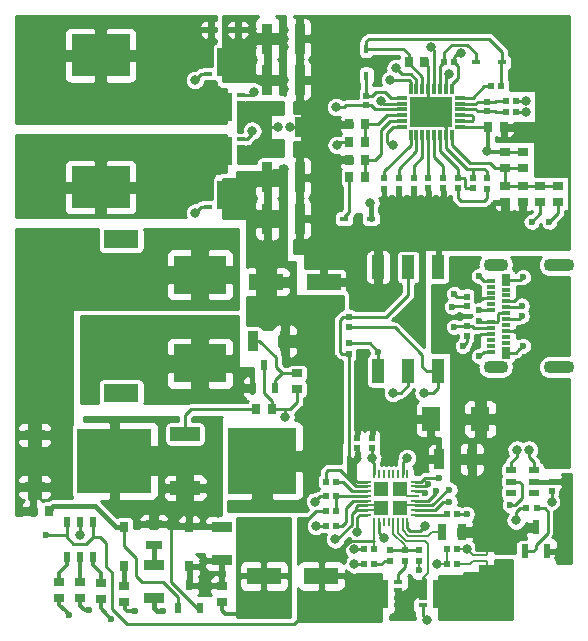
<source format=gtl>
G04 #@! TF.FileFunction,Copper,L1,Top,Signal*
%FSLAX46Y46*%
G04 Gerber Fmt 4.6, Leading zero omitted, Abs format (unit mm)*
G04 Created by KiCad (PCBNEW (2016-11-21 revision f7cc0a9)-makepkg) date 06/05/17 10:20:09*
%MOMM*%
%LPD*%
G01*
G04 APERTURE LIST*
%ADD10C,0.100000*%
%ADD11R,0.960000X2.620000*%
%ADD12R,3.550000X2.550000*%
%ADD13R,0.860000X0.300000*%
%ADD14R,0.300000X0.860000*%
%ADD15R,1.200000X1.200000*%
%ADD16R,0.250000X0.740000*%
%ADD17R,0.740000X0.250000*%
%ADD18R,3.000000X1.500000*%
%ADD19R,4.500000X3.200000*%
%ADD20R,5.880000X5.590000*%
%ADD21R,2.530000X1.180000*%
%ADD22R,6.360000X5.460000*%
%ADD23R,1.730000X0.960000*%
%ADD24R,1.100000X2.000000*%
%ADD25R,0.700000X1.000000*%
%ADD26R,0.700000X0.300000*%
%ADD27O,2.600000X1.100000*%
%ADD28O,2.100000X1.100000*%
%ADD29R,1.740000X2.450000*%
%ADD30R,0.680000X0.350000*%
%ADD31R,5.000000X3.530000*%
%ADD32R,0.620000X0.920000*%
%ADD33R,0.500000X0.590000*%
%ADD34R,0.760000X0.460000*%
%ADD35R,0.460000X0.760000*%
%ADD36R,0.570000X0.880000*%
%ADD37R,1.630000X2.130000*%
%ADD38R,0.720000X0.900000*%
%ADD39R,1.320000X0.670000*%
%ADD40R,0.670000X1.320000*%
%ADD41R,0.820000X1.670000*%
%ADD42R,1.670000X0.820000*%
%ADD43R,0.650000X0.880000*%
%ADD44R,0.880000X0.650000*%
%ADD45R,0.510000X0.500000*%
%ADD46R,0.500000X0.510000*%
%ADD47R,0.960000X1.720000*%
%ADD48R,0.720000X0.870000*%
%ADD49R,0.870000X0.720000*%
%ADD50R,0.590000X0.500000*%
%ADD51R,2.970000X1.380000*%
%ADD52R,0.880000X0.570000*%
%ADD53R,0.610000X1.180000*%
%ADD54C,0.800000*%
%ADD55C,0.600000*%
%ADD56C,0.250000*%
%ADD57C,0.400000*%
%ADD58C,0.220000*%
%ADD59C,0.350000*%
%ADD60C,0.200000*%
%ADD61C,0.280000*%
%ADD62C,0.300000*%
%ADD63C,1.500000*%
%ADD64C,2.500000*%
%ADD65C,0.254000*%
G04 APERTURE END LIST*
D10*
D11*
X124625000Y-69250000D03*
X121875000Y-69250000D03*
X124625000Y-65750000D03*
X121875000Y-65750000D03*
X124625000Y-54000000D03*
X121875000Y-54000000D03*
X124625000Y-57500000D03*
X121875000Y-57500000D03*
D12*
X135750000Y-60250000D03*
D13*
X133305000Y-61500000D03*
X133305000Y-61000000D03*
X133305000Y-60500000D03*
X133305000Y-60000000D03*
X133305000Y-59500000D03*
X133305000Y-59000000D03*
D14*
X134000000Y-58305000D03*
X134500000Y-58305000D03*
X135000000Y-58305000D03*
X135500000Y-58305000D03*
X136000000Y-58305000D03*
X136500000Y-58305000D03*
X137000000Y-58305000D03*
X137500000Y-58305000D03*
D13*
X138195000Y-59000000D03*
X138195000Y-59500000D03*
X138195000Y-60000000D03*
X138195000Y-60500000D03*
X138195000Y-61000000D03*
X138195000Y-61500000D03*
D14*
X137500000Y-62195000D03*
X137000000Y-62195000D03*
X136500000Y-62195000D03*
X136000000Y-62195000D03*
X135500000Y-62195000D03*
X135000000Y-62195000D03*
X134500000Y-62195000D03*
X134000000Y-62195000D03*
D15*
X131535185Y-93711523D03*
X133135185Y-93711523D03*
X131535185Y-92111523D03*
X133135185Y-92111523D03*
D16*
X133735185Y-94921523D03*
X133335185Y-94921523D03*
X132935185Y-94921523D03*
X132535185Y-94921523D03*
X132135185Y-94921523D03*
X131735185Y-94921523D03*
X131335185Y-94921523D03*
X130935185Y-94921523D03*
D17*
X130325185Y-94311523D03*
X130325185Y-93911523D03*
X130325185Y-93511523D03*
X130325185Y-93111523D03*
X130325185Y-92711523D03*
X130325185Y-92311523D03*
X130325185Y-91911523D03*
X130325185Y-91511523D03*
D16*
X130935185Y-90901523D03*
X131335185Y-90901523D03*
X131735185Y-90901523D03*
X132135185Y-90901523D03*
X132535185Y-90901523D03*
X132935185Y-90901523D03*
X133335185Y-90901523D03*
X133735185Y-90901523D03*
D17*
X134345185Y-91511523D03*
X134345185Y-91911523D03*
X134345185Y-92311523D03*
X134345185Y-92711523D03*
X134345185Y-93111523D03*
X134345185Y-93511523D03*
X134345185Y-93911523D03*
X134345185Y-94311523D03*
D18*
X109500000Y-71000000D03*
D19*
X116150000Y-74000000D03*
D18*
X109500000Y-84000000D03*
D19*
X116150000Y-81500000D03*
D20*
X121420000Y-89750000D03*
D21*
X114910000Y-92040000D03*
X114910000Y-87460000D03*
D22*
X108920000Y-89750000D03*
D23*
X102160000Y-91950000D03*
X102160000Y-87550000D03*
D24*
X136330000Y-82150000D03*
X136330000Y-73350000D03*
X133790000Y-73350000D03*
X133790000Y-82150000D03*
X131250000Y-82150000D03*
X131250000Y-73350000D03*
D25*
X142090000Y-74400000D03*
D26*
X142090000Y-75250000D03*
X142090000Y-75750000D03*
X142090000Y-76250000D03*
X142090000Y-76750000D03*
X142090000Y-77250000D03*
X142090000Y-77750000D03*
X142090000Y-78250000D03*
X142090000Y-78750000D03*
X142090000Y-79250000D03*
X142090000Y-79750000D03*
D25*
X142090000Y-80600000D03*
D26*
X140790000Y-77000000D03*
X140790000Y-76500000D03*
X140790000Y-74500000D03*
X140790000Y-76000000D03*
X140790000Y-75000000D03*
X140790000Y-75500000D03*
X140790000Y-78000000D03*
X140790000Y-78500000D03*
X140790000Y-79000000D03*
X140790000Y-79500000D03*
X140790000Y-80000000D03*
X140790000Y-80500000D03*
D27*
X146560000Y-73180000D03*
X146560000Y-81820000D03*
D28*
X141200000Y-73180000D03*
X141200000Y-81820000D03*
D29*
X118500000Y-67250000D03*
D30*
X119660000Y-66275000D03*
X119660000Y-66925000D03*
X119660000Y-67575000D03*
X119660000Y-68225000D03*
X116840000Y-68225000D03*
X116840000Y-67575000D03*
X116840000Y-66925000D03*
X116840000Y-66275000D03*
D29*
X118000000Y-63500000D03*
D30*
X116840000Y-64475000D03*
X116840000Y-63825000D03*
X116840000Y-63175000D03*
X116840000Y-62525000D03*
X119660000Y-62525000D03*
X119660000Y-63175000D03*
X119660000Y-63825000D03*
X119660000Y-64475000D03*
D29*
X118500000Y-56000000D03*
D30*
X119660000Y-55025000D03*
X119660000Y-55675000D03*
X119660000Y-56325000D03*
X119660000Y-56975000D03*
X116840000Y-56975000D03*
X116840000Y-56325000D03*
X116840000Y-55675000D03*
X116840000Y-55025000D03*
D29*
X131250000Y-101000000D03*
D30*
X130090000Y-101975000D03*
X130090000Y-101325000D03*
X130090000Y-100675000D03*
X130090000Y-100025000D03*
X132910000Y-100025000D03*
X132910000Y-100675000D03*
X132910000Y-101325000D03*
X132910000Y-101975000D03*
D29*
X136750000Y-101000000D03*
D30*
X137910000Y-100025000D03*
X137910000Y-100675000D03*
X137910000Y-101325000D03*
X137910000Y-101975000D03*
X135090000Y-101975000D03*
X135090000Y-101325000D03*
X135090000Y-100675000D03*
X135090000Y-100025000D03*
D29*
X118000000Y-59750000D03*
D30*
X116840000Y-60725000D03*
X116840000Y-60075000D03*
X116840000Y-59425000D03*
X116840000Y-58775000D03*
X119660000Y-58775000D03*
X119660000Y-59425000D03*
X119660000Y-60075000D03*
X119660000Y-60725000D03*
D31*
X107750000Y-66585000D03*
X107750000Y-55415000D03*
D32*
X104900000Y-94910000D03*
X106000000Y-94910000D03*
X107100000Y-94910000D03*
X107100000Y-97890000D03*
X106000000Y-97890000D03*
X104900000Y-97890000D03*
D33*
X138750000Y-75845000D03*
X138750000Y-76655000D03*
D34*
X117120000Y-53250000D03*
X119380000Y-53250000D03*
X130630000Y-69250000D03*
X128370000Y-69250000D03*
D35*
X130250000Y-54870000D03*
X130250000Y-57130000D03*
D34*
X141760000Y-56000000D03*
X139500000Y-56000000D03*
D36*
X120650000Y-83575000D03*
X122550000Y-83575000D03*
X121600000Y-81625000D03*
X115250000Y-100275000D03*
X116200000Y-102225000D03*
X114300000Y-102225000D03*
D37*
X135710000Y-86200000D03*
X139890000Y-86200000D03*
D38*
X109750000Y-98680000D03*
X109750000Y-95320000D03*
X115250000Y-98680000D03*
X115250000Y-95320000D03*
D39*
X140500000Y-98880000D03*
X140500000Y-97120000D03*
D40*
X136620000Y-95750000D03*
X138380000Y-95750000D03*
D39*
X112250000Y-96880000D03*
X112250000Y-95120000D03*
D41*
X121845000Y-61500000D03*
X124655000Y-61500000D03*
D42*
X112250000Y-101405000D03*
X112250000Y-98595000D03*
X118000000Y-98155000D03*
X118000000Y-95345000D03*
D43*
X130175000Y-62750000D03*
X128825000Y-62750000D03*
X128825000Y-61250000D03*
X130175000Y-61250000D03*
X130175000Y-65750000D03*
X128825000Y-65750000D03*
D44*
X143500000Y-64925000D03*
X143500000Y-63575000D03*
X143500000Y-67850000D03*
X143500000Y-66500000D03*
X145000000Y-67850000D03*
X145000000Y-66500000D03*
X146500000Y-67850000D03*
X146500000Y-66500000D03*
D43*
X102000000Y-94000000D03*
X103350000Y-94000000D03*
D44*
X109750000Y-101675000D03*
X109750000Y-100325000D03*
X118000000Y-101675000D03*
X118000000Y-100325000D03*
X124400000Y-82325000D03*
X124400000Y-83675000D03*
D43*
X122275000Y-85400000D03*
X120925000Y-85400000D03*
D45*
X127695000Y-94000000D03*
X126805000Y-94000000D03*
X127695000Y-92750000D03*
X126805000Y-92750000D03*
D46*
X130750000Y-87805000D03*
X130750000Y-88695000D03*
X133500000Y-97305000D03*
X133500000Y-98195000D03*
X132250000Y-98195000D03*
X132250000Y-97305000D03*
X134750000Y-97305000D03*
X134750000Y-98195000D03*
D45*
X141695000Y-58000000D03*
X140805000Y-58000000D03*
X142055000Y-59250000D03*
X142945000Y-59250000D03*
X142055000Y-60250000D03*
X142945000Y-60250000D03*
X137055000Y-98500000D03*
X137945000Y-98500000D03*
D46*
X131750000Y-66695000D03*
X131750000Y-65805000D03*
X133000000Y-66695000D03*
X133000000Y-65805000D03*
X134250000Y-66695000D03*
X134250000Y-65805000D03*
X140500000Y-65805000D03*
X140500000Y-66695000D03*
D45*
X143805000Y-93750000D03*
X144695000Y-93750000D03*
D47*
X123375000Y-79600000D03*
X120625000Y-79600000D03*
D48*
X141925000Y-61500000D03*
X140575000Y-61500000D03*
X135175000Y-56000000D03*
X133825000Y-56000000D03*
X130175000Y-64250000D03*
X128825000Y-64250000D03*
D49*
X142000000Y-64925000D03*
X142000000Y-63575000D03*
X142000000Y-67830000D03*
X142000000Y-66480000D03*
D33*
X140500000Y-60155000D03*
X140500000Y-59345000D03*
D50*
X126845000Y-95250000D03*
X127655000Y-95250000D03*
X137095000Y-94250000D03*
X137905000Y-94250000D03*
X130095000Y-97250000D03*
X130905000Y-97250000D03*
X130095000Y-98500000D03*
X130905000Y-98500000D03*
D33*
X135500000Y-66655000D03*
X135500000Y-65845000D03*
X136750000Y-66655000D03*
X136750000Y-65845000D03*
X130250000Y-59655000D03*
X130250000Y-58845000D03*
D50*
X137655000Y-56000000D03*
X136845000Y-56000000D03*
D33*
X146000000Y-92310000D03*
X146000000Y-91500000D03*
X139250000Y-65845000D03*
X139250000Y-66655000D03*
X138000000Y-66655000D03*
X138000000Y-65845000D03*
X129500000Y-87845000D03*
X129500000Y-88655000D03*
X138750000Y-79155000D03*
X138750000Y-78345000D03*
D50*
X137905000Y-97250000D03*
X137095000Y-97250000D03*
D51*
X126630000Y-74600000D03*
X121770000Y-74600000D03*
X121570000Y-99500000D03*
X126430000Y-99500000D03*
D52*
X142525000Y-90550000D03*
X142525000Y-91500000D03*
X142525000Y-92450000D03*
X144475000Y-92450000D03*
X144475000Y-91500000D03*
X144475000Y-90550000D03*
D46*
X128750000Y-80695000D03*
X128750000Y-79805000D03*
D50*
X127655000Y-91500000D03*
X126845000Y-91500000D03*
D46*
X128750000Y-77555000D03*
X128750000Y-78445000D03*
D47*
X139175000Y-89600000D03*
X136425000Y-89600000D03*
D53*
X143650000Y-97425000D03*
X145550000Y-97425000D03*
X144600000Y-95375000D03*
D44*
X104250000Y-101375000D03*
X104250000Y-100025000D03*
X107750000Y-100075000D03*
X107750000Y-101425000D03*
X106000000Y-100025000D03*
X106000000Y-101375000D03*
D54*
X123299998Y-65000000D03*
X130599996Y-67900000D03*
X127750000Y-63000000D03*
X132500000Y-63000000D03*
D55*
X103100008Y-96000000D03*
D54*
X120600000Y-53200000D03*
X120600000Y-54800000D03*
X120600000Y-54000000D03*
D55*
X127500000Y-101500000D03*
X126750000Y-101500000D03*
X125250000Y-101500000D03*
X126000000Y-101500000D03*
X127500000Y-97500000D03*
X126750000Y-97500000D03*
X125250000Y-97500000D03*
X126000000Y-97500000D03*
D54*
X123250000Y-54750000D03*
X123250000Y-53250000D03*
X123250000Y-54000000D03*
X123250000Y-58250000D03*
X123250000Y-57500000D03*
X140500000Y-63500000D03*
X132750000Y-56500000D03*
X114000000Y-56000000D03*
X113000000Y-56000000D03*
X112000000Y-56000000D03*
X114000000Y-55000000D03*
X113000000Y-55000000D03*
X112000000Y-55000000D03*
X102000000Y-55000000D03*
X103000000Y-55000000D03*
X104000000Y-55000000D03*
X102000000Y-56000000D03*
X103000000Y-56000000D03*
X104000000Y-56000000D03*
X138250000Y-55250000D03*
D55*
X140900000Y-88800000D03*
X140900002Y-92000000D03*
X140900000Y-91200000D03*
X140900000Y-90400000D03*
X140900000Y-89600000D03*
X141300000Y-96300000D03*
X139600000Y-96300000D03*
X140400000Y-96300000D03*
X142100000Y-83400000D03*
X141200000Y-83400000D03*
X140300000Y-83400000D03*
X139400000Y-83400000D03*
X143400006Y-78700000D03*
X143399998Y-75600000D03*
X144400000Y-75700000D03*
X144400000Y-76500000D03*
X144400000Y-77300000D03*
X144400000Y-78100000D03*
X144400000Y-78900000D03*
X139400000Y-82599998D03*
X142200000Y-96300000D03*
X142200000Y-97120000D03*
X137800000Y-74500000D03*
D54*
X138750000Y-97250000D03*
X131750000Y-96250000D03*
D55*
X137286996Y-93218000D03*
X137700000Y-78399988D03*
X136144000Y-92329000D03*
X143400000Y-76600000D03*
X137500000Y-76700006D03*
D54*
X127700000Y-59800000D03*
X114000000Y-67000000D03*
X113000000Y-67000000D03*
X112000000Y-67000000D03*
X114000000Y-66000000D03*
X113000000Y-66000000D03*
X112000000Y-66000000D03*
X102000000Y-66000000D03*
X103000000Y-66000000D03*
X102000000Y-67000000D03*
X103000000Y-67000000D03*
X104000000Y-66000000D03*
X104000000Y-67000000D03*
X143750000Y-59250000D03*
X122750000Y-61500000D03*
X142975000Y-88800000D03*
D55*
X139800000Y-77900000D03*
X143400000Y-77500000D03*
D54*
X144025000Y-88800000D03*
D55*
X139800000Y-77000000D03*
D54*
X131500000Y-59250000D03*
X115750004Y-68750000D03*
X120600000Y-61800000D03*
X132250000Y-57500000D03*
X115750000Y-57499990D03*
X137250000Y-57000000D03*
X135750000Y-54750000D03*
X120749996Y-58500000D03*
X135400000Y-103200000D03*
D55*
X134750000Y-99000000D03*
X108599994Y-103100000D03*
X144250000Y-69500000D03*
X135500000Y-91750000D03*
X105100000Y-102800000D03*
X136400000Y-91200000D03*
X145750000Y-69500000D03*
D54*
X129500000Y-95750000D03*
X136250000Y-98500000D03*
X128000000Y-54000000D03*
X128000000Y-53100000D03*
X127100000Y-53100000D03*
X127100000Y-54000000D03*
D55*
X106800000Y-102400000D03*
D54*
X127600002Y-96400000D03*
X129700000Y-72100000D03*
X129700000Y-73000000D03*
X129700000Y-73900000D03*
X130400000Y-75300000D03*
X130400000Y-76200000D03*
X131300000Y-75300000D03*
X131300000Y-76200000D03*
X129700000Y-86500000D03*
X130800002Y-86500000D03*
D55*
X113000000Y-102499994D03*
X110700000Y-102500006D03*
D54*
X125899998Y-93200000D03*
X146939000Y-62230000D03*
X145923000Y-62230000D03*
X144907000Y-62230000D03*
X135001000Y-88900000D03*
X135001000Y-89916000D03*
D55*
X137287000Y-92202000D03*
X143499998Y-80000000D03*
X143500000Y-74200004D03*
X139800000Y-74099998D03*
X139800000Y-80900000D03*
X142400000Y-93500000D03*
X138414020Y-80014020D03*
X137700000Y-75600000D03*
D54*
X112500000Y-82500000D03*
X111500000Y-82500000D03*
X110500000Y-82500000D03*
X110500000Y-80500000D03*
X111500000Y-80500000D03*
X110500000Y-81500000D03*
X111500000Y-81500000D03*
X112500000Y-80500004D03*
X112500000Y-81500000D03*
X146000000Y-93250000D03*
D55*
X138750000Y-94250000D03*
X136500000Y-60250000D03*
X135000000Y-60250000D03*
X135750000Y-60250000D03*
X137500000Y-69250000D03*
X136750000Y-69250000D03*
X136000000Y-69250000D03*
X135250000Y-69250000D03*
X134500000Y-69250000D03*
X133750000Y-69250000D03*
X133000000Y-69250000D03*
X132250000Y-69250000D03*
X122750000Y-97500000D03*
X122000000Y-97500000D03*
X120500000Y-97500000D03*
X121250000Y-97500000D03*
X120500000Y-101500000D03*
X122750000Y-101500000D03*
X122000000Y-101500000D03*
X121250000Y-101500000D03*
D54*
X129250000Y-98500000D03*
X129250000Y-97250000D03*
X126000000Y-95250000D03*
X133135185Y-93711523D03*
X131535185Y-93711523D03*
X131535185Y-92111523D03*
X133135185Y-92111523D03*
X143750000Y-60250000D03*
X123750003Y-61500000D03*
X142900000Y-94799992D03*
X135250000Y-95250000D03*
X123400000Y-86000000D03*
X116500000Y-98250000D03*
X110500000Y-73000000D03*
X110500000Y-75000000D03*
X110500000Y-74000000D03*
X111500000Y-73000000D03*
X111500000Y-75000000D03*
X111500000Y-74000000D03*
X112500000Y-75000000D03*
X112500000Y-73000000D03*
X112500000Y-74000000D03*
X104250000Y-92500000D03*
X104250000Y-91500000D03*
X104250000Y-90500000D03*
X104250000Y-89500000D03*
X104250000Y-88500000D03*
X104250000Y-87500000D03*
X132500000Y-84000000D03*
X130750000Y-89500000D03*
D55*
X131250000Y-80500000D03*
X135189460Y-92476620D03*
D54*
X133700000Y-89500000D03*
X135100000Y-84000004D03*
X146600000Y-98000000D03*
X106000000Y-96000000D03*
D56*
X139300000Y-60600000D02*
X139200000Y-60500000D01*
X139200000Y-60500000D02*
X138195000Y-60500000D01*
X139300000Y-60900000D02*
X139300000Y-60600000D01*
X139200000Y-61000000D02*
X139300000Y-60900000D01*
X138195000Y-61000000D02*
X139200000Y-61000000D01*
X123299998Y-65055002D02*
X123299998Y-65000000D01*
X122605000Y-65750000D02*
X123299998Y-65055002D01*
X121875000Y-65750000D02*
X122605000Y-65750000D01*
X130630000Y-67930004D02*
X130599996Y-67900000D01*
D57*
X130630000Y-69250000D02*
X130630000Y-67930004D01*
D56*
X128825000Y-62750000D02*
X128000000Y-62750000D01*
X128000000Y-62750000D02*
X127750000Y-63000000D01*
X133305000Y-61500000D02*
X132500000Y-61500000D01*
X132500000Y-61500000D02*
X132000000Y-62000000D01*
X132000000Y-62000000D02*
X132000000Y-62750000D01*
X132000000Y-62750000D02*
X132250000Y-63000000D01*
X132250000Y-63000000D02*
X132500000Y-63000000D01*
X135500000Y-62195000D02*
X135500000Y-65845000D01*
X136000000Y-64000000D02*
X136750000Y-64750000D01*
X136750000Y-64750000D02*
X136750000Y-65845000D01*
X136000000Y-62195000D02*
X136000000Y-64000000D01*
D58*
X107100000Y-96200802D02*
X107700802Y-96200802D01*
X108700000Y-99200000D02*
X108700000Y-102300000D01*
X110000000Y-103600000D02*
X124100000Y-103600000D01*
X107700802Y-96200802D02*
X108200000Y-96700000D01*
X108200000Y-96700000D02*
X108200000Y-98700000D01*
X108700000Y-102300000D02*
X110000000Y-103600000D01*
X108200000Y-98700000D02*
X108700000Y-99200000D01*
X124100000Y-103600000D02*
X125250000Y-102450000D01*
X125250000Y-102450000D02*
X125250000Y-101500000D01*
X104900000Y-96000000D02*
X103100008Y-96000000D01*
X127924264Y-97500000D02*
X127500000Y-97500000D01*
X128924264Y-96500000D02*
X127924264Y-97500000D01*
X130935185Y-96500000D02*
X128924264Y-96500000D01*
X120600000Y-54000000D02*
X120600000Y-53200000D01*
X120600000Y-54000000D02*
X120600000Y-54800000D01*
X121875000Y-54000000D02*
X120600000Y-54000000D01*
X126805000Y-94000000D02*
X126000000Y-94000000D01*
X126000000Y-94000000D02*
X125000000Y-95000000D01*
X125000000Y-95000000D02*
X125000000Y-97250000D01*
X125000000Y-97250000D02*
X125250000Y-97500000D01*
X104900000Y-96200802D02*
X104900000Y-96000000D01*
X104900000Y-96000000D02*
X104900000Y-95590000D01*
X107100000Y-94910000D02*
X107100000Y-96200802D01*
X107100000Y-96200802D02*
X106550802Y-96750000D01*
X106550802Y-96750000D02*
X105449198Y-96750000D01*
X105449198Y-96750000D02*
X104900000Y-96200802D01*
X104900000Y-95590000D02*
X104900000Y-94910000D01*
D59*
X140575000Y-61500000D02*
X140575000Y-63425000D01*
X140575000Y-63425000D02*
X140500000Y-63500000D01*
D60*
X130935185Y-96500000D02*
X130935185Y-97219815D01*
X130935185Y-94921523D02*
X130935185Y-96500000D01*
D58*
X126750000Y-101500000D02*
X127500000Y-101500000D01*
X126430000Y-99500000D02*
X126430000Y-101180000D01*
X126430000Y-101180000D02*
X126750000Y-101500000D01*
X126000000Y-101500000D02*
X125250000Y-101500000D01*
X126430000Y-99500000D02*
X126430000Y-101070000D01*
X126430000Y-101070000D02*
X126000000Y-101500000D01*
X126750000Y-97500000D02*
X127500000Y-97500000D01*
X126430000Y-99500000D02*
X126430000Y-97820000D01*
X126430000Y-97820000D02*
X126750000Y-97500000D01*
X126000000Y-97500000D02*
X125250000Y-97500000D01*
X126430000Y-99500000D02*
X126430000Y-97930000D01*
X126430000Y-97930000D02*
X126000000Y-97500000D01*
X123250000Y-54000000D02*
X123250000Y-54750000D01*
X123250000Y-54000000D02*
X123250000Y-53250000D01*
X121875000Y-54000000D02*
X123250000Y-54000000D01*
X123250000Y-57500000D02*
X123250000Y-58250000D01*
X121875000Y-57500000D02*
X123250000Y-57500000D01*
D60*
X130935185Y-97219815D02*
X130905000Y-97250000D01*
D59*
X142000000Y-63575000D02*
X140575000Y-63575000D01*
X140575000Y-63575000D02*
X140500000Y-63500000D01*
D56*
X142000000Y-63575000D02*
X143500000Y-63575000D01*
X134500000Y-58305000D02*
X134500000Y-57500000D01*
X134500000Y-57500000D02*
X134000000Y-57000000D01*
X134000000Y-57000000D02*
X133250000Y-57000000D01*
X133250000Y-57000000D02*
X132750000Y-56500000D01*
X138195000Y-61500000D02*
X140575000Y-61500000D01*
X140600000Y-54000000D02*
X141760000Y-55160000D01*
X141760000Y-55160000D02*
X141760000Y-56000000D01*
X130490000Y-54000000D02*
X140600000Y-54000000D01*
X130250000Y-54870000D02*
X130250000Y-54240000D01*
X130250000Y-54240000D02*
X130490000Y-54000000D01*
X141695000Y-58000000D02*
X141695000Y-56065000D01*
X141695000Y-56065000D02*
X141760000Y-56000000D01*
X133825000Y-56000000D02*
X133825000Y-55315000D01*
X133380000Y-54870000D02*
X130730000Y-54870000D01*
X133825000Y-55315000D02*
X133380000Y-54870000D01*
X130730000Y-54870000D02*
X130250000Y-54870000D01*
X135000000Y-58305000D02*
X135000000Y-57250000D01*
X135000000Y-57250000D02*
X133825000Y-56075000D01*
X133825000Y-56075000D02*
X133825000Y-56000000D01*
X138250000Y-67750000D02*
X138000000Y-67500000D01*
X138000000Y-67500000D02*
X138000000Y-66655000D01*
X140250000Y-67750000D02*
X138250000Y-67750000D01*
X140500000Y-67500000D02*
X140250000Y-67750000D01*
X140500000Y-66695000D02*
X140500000Y-67500000D01*
X133305000Y-61000000D02*
X132250000Y-61000000D01*
X132250000Y-61000000D02*
X131500000Y-61750000D01*
X131500000Y-61750000D02*
X131500000Y-63750000D01*
X131500000Y-63750000D02*
X131000000Y-64250000D01*
X131000000Y-64250000D02*
X130175000Y-64250000D01*
X130175000Y-65750000D02*
X130175000Y-64250000D01*
X139500000Y-60000000D02*
X139655000Y-60155000D01*
X138195000Y-60000000D02*
X139500000Y-60000000D01*
X139655000Y-60155000D02*
X140500000Y-60155000D01*
X141155000Y-60155000D02*
X141250000Y-60250000D01*
X141250000Y-60250000D02*
X142055000Y-60250000D01*
X140500000Y-60155000D02*
X141155000Y-60155000D01*
X138195000Y-59500000D02*
X139500000Y-59500000D01*
X139500000Y-59500000D02*
X139655000Y-59345000D01*
X139655000Y-59345000D02*
X140500000Y-59345000D01*
X141155000Y-59345000D02*
X141250000Y-59250000D01*
X141250000Y-59250000D02*
X142055000Y-59250000D01*
X140500000Y-59345000D02*
X141155000Y-59345000D01*
X130250000Y-57130000D02*
X130250000Y-58845000D01*
X133305000Y-59000000D02*
X132323002Y-59000000D01*
X132323002Y-59000000D02*
X131848001Y-58524999D01*
X131848001Y-58524999D02*
X131070001Y-58524999D01*
X131070001Y-58524999D02*
X130750000Y-58845000D01*
X130750000Y-58845000D02*
X130250000Y-58845000D01*
X136845000Y-56000000D02*
X136845000Y-55155000D01*
X136845000Y-55155000D02*
X137500000Y-54500000D01*
X137500000Y-54500000D02*
X138750000Y-54500000D01*
X138750000Y-54500000D02*
X139500000Y-55250000D01*
X139500000Y-55250000D02*
X139500000Y-56000000D01*
X136500000Y-58305000D02*
X136500000Y-56345000D01*
X136500000Y-56345000D02*
X136845000Y-56000000D01*
X116840000Y-56325000D02*
X116840000Y-55675000D01*
X113000000Y-56000000D02*
X114000000Y-56000000D01*
X112000000Y-56000000D02*
X113000000Y-56000000D01*
X107750000Y-55415000D02*
X111415000Y-55415000D01*
X111415000Y-55415000D02*
X112000000Y-56000000D01*
X113000000Y-55000000D02*
X114000000Y-55000000D01*
X112000000Y-55000000D02*
X113000000Y-55000000D01*
X107750000Y-55415000D02*
X111585000Y-55415000D01*
X111585000Y-55415000D02*
X112000000Y-55000000D01*
X103000000Y-55000000D02*
X102000000Y-55000000D01*
X104000000Y-55000000D02*
X103000000Y-55000000D01*
X107750000Y-55415000D02*
X104415000Y-55415000D01*
X104415000Y-55415000D02*
X104000000Y-55000000D01*
X103000000Y-56000000D02*
X102000000Y-56000000D01*
X104000000Y-56000000D02*
X103000000Y-56000000D01*
X107750000Y-55415000D02*
X105000000Y-55415000D01*
X105000000Y-55415000D02*
X104415000Y-56000000D01*
X104415000Y-56000000D02*
X104000000Y-56000000D01*
X137655000Y-56000000D02*
X137655000Y-55595000D01*
X138000000Y-55250000D02*
X138250000Y-55250000D01*
X137655000Y-55595000D02*
X138000000Y-55250000D01*
X137700000Y-56000000D02*
X137655000Y-56000000D01*
X137500000Y-58305000D02*
X137500000Y-57823002D01*
X137500000Y-57823002D02*
X138000000Y-57323002D01*
X138000000Y-56300000D02*
X137700000Y-56000000D01*
X138000000Y-57323002D02*
X138000000Y-56300000D01*
X137500000Y-62195000D02*
X137500000Y-63000000D01*
X137500000Y-63000000D02*
X139000000Y-64500000D01*
X139000000Y-64500000D02*
X140750000Y-64500000D01*
X140750000Y-64500000D02*
X141175000Y-64925000D01*
X141175000Y-64925000D02*
X142000000Y-64925000D01*
X145000000Y-66500000D02*
X146500000Y-66500000D01*
X143500000Y-66500000D02*
X145000000Y-66500000D01*
X142000000Y-66480000D02*
X143480000Y-66480000D01*
X143480000Y-66480000D02*
X143500000Y-66500000D01*
X143500000Y-64925000D02*
X142000000Y-64925000D01*
X142000000Y-66480000D02*
X142000000Y-64925000D01*
D58*
X129411523Y-91911523D02*
X129000000Y-91500000D01*
X129000000Y-91500000D02*
X128000000Y-90500000D01*
X129250000Y-91250000D02*
X129000000Y-91500000D01*
X128750000Y-80695000D02*
X128750000Y-90750000D01*
X128750000Y-90750000D02*
X129250000Y-91250000D01*
X128750000Y-77555000D02*
X131945000Y-77555000D01*
X131945000Y-77555000D02*
X133790000Y-75710000D01*
X133790000Y-75710000D02*
X133790000Y-73350000D01*
X129250000Y-89500000D02*
X129500000Y-89250000D01*
X129500000Y-89250000D02*
X129500000Y-88655000D01*
X129250000Y-91250000D02*
X129250000Y-89500000D01*
X129511523Y-91511523D02*
X129250000Y-91250000D01*
X130325185Y-91511523D02*
X129511523Y-91511523D01*
X130325185Y-91911523D02*
X129411523Y-91911523D01*
X128000000Y-90500000D02*
X127000000Y-90500000D01*
X127000000Y-90500000D02*
X126845000Y-90655000D01*
X126845000Y-90655000D02*
X126845000Y-91500000D01*
X128750000Y-77555000D02*
X128280000Y-77555000D01*
X128280000Y-77555000D02*
X128000000Y-77835000D01*
X128000000Y-77835000D02*
X128000000Y-80500000D01*
X128000000Y-80500000D02*
X128195000Y-80695000D01*
X128195000Y-80695000D02*
X128750000Y-80695000D01*
X130325185Y-93111523D02*
X129138477Y-93111523D01*
X129138477Y-93111523D02*
X128500000Y-93750000D01*
X128500000Y-93750000D02*
X128500000Y-94920000D01*
X128500000Y-94920000D02*
X128170000Y-95250000D01*
X128170000Y-95250000D02*
X127655000Y-95250000D01*
X137095000Y-94250000D02*
X136950000Y-94250000D01*
X136950000Y-94250000D02*
X136888477Y-94311523D01*
X136888477Y-94311523D02*
X134345185Y-94311523D01*
D56*
X130905000Y-98500000D02*
X131500000Y-98500000D01*
X131500000Y-98500000D02*
X131805000Y-98195000D01*
X131805000Y-98195000D02*
X132250000Y-98195000D01*
D58*
X138600001Y-81534000D02*
X138600001Y-81799999D01*
X139700000Y-79248000D02*
X139700000Y-79883000D01*
D61*
X140790000Y-79000000D02*
X139948000Y-79000000D01*
X139948000Y-79000000D02*
X139700000Y-79248000D01*
D58*
X139700000Y-79883000D02*
X138600001Y-80982999D01*
X138600001Y-80982999D02*
X138600001Y-81534000D01*
X140900000Y-89600000D02*
X140900000Y-88800000D01*
X140900000Y-91999998D02*
X140900002Y-92000000D01*
X140900000Y-91200000D02*
X140900000Y-91999998D01*
X140900000Y-90400000D02*
X140900000Y-91200000D01*
X140900000Y-89600000D02*
X140900000Y-90400000D01*
X139175000Y-89600000D02*
X140900000Y-89600000D01*
X142200000Y-96300000D02*
X141300000Y-96300000D01*
X140400000Y-96300000D02*
X141300000Y-96300000D01*
X140400000Y-96300000D02*
X139600000Y-96300000D01*
X141200000Y-83400000D02*
X142100000Y-83400000D01*
X140300000Y-83400000D02*
X141200000Y-83400000D01*
X139400000Y-83400000D02*
X140300000Y-83400000D01*
X139400000Y-82599998D02*
X139400000Y-83400000D01*
D61*
X142090000Y-78750000D02*
X143350006Y-78750000D01*
D58*
X143600000Y-78900000D02*
X143400006Y-78700006D01*
X143350006Y-78750000D02*
X143400006Y-78700000D01*
X143400006Y-78700006D02*
X143400006Y-78700000D01*
X144400000Y-78900000D02*
X143600000Y-78900000D01*
X143099999Y-75899999D02*
X143399998Y-75600000D01*
D61*
X142749998Y-76250000D02*
X143099999Y-75899999D01*
X142090000Y-76250000D02*
X142749998Y-76250000D01*
D58*
X144400000Y-76500000D02*
X144400000Y-75700000D01*
X144400000Y-77300000D02*
X144400000Y-76500000D01*
X144400000Y-78100000D02*
X144400000Y-77300000D01*
X144400000Y-78900000D02*
X144400000Y-78100000D01*
X142200000Y-97120000D02*
X142200000Y-96300000D01*
X142200000Y-97120000D02*
X142330000Y-97120000D01*
X140500000Y-97120000D02*
X142200000Y-97120000D01*
X142330000Y-97120000D02*
X144075000Y-95375000D01*
X144075000Y-95375000D02*
X144600000Y-95375000D01*
X139100001Y-82299999D02*
X139400000Y-82599998D01*
X138600001Y-81799999D02*
X139100001Y-82299999D01*
D61*
X139700000Y-75500000D02*
X138700000Y-74500000D01*
X138700000Y-74500000D02*
X137800000Y-74500000D01*
X139700000Y-75800000D02*
X139700000Y-75500000D01*
X139900000Y-76000000D02*
X139700000Y-75800000D01*
X140790000Y-76000000D02*
X139900000Y-76000000D01*
D58*
X131335185Y-94921523D02*
X131335185Y-95835185D01*
X131335185Y-95835185D02*
X131750000Y-96250000D01*
D60*
X139250000Y-97750000D02*
X138750000Y-97250000D01*
X138750000Y-97250000D02*
X137905000Y-97250000D01*
X140405000Y-97750000D02*
X139250000Y-97750000D01*
X140500000Y-97120000D02*
X140500000Y-97655000D01*
X140500000Y-97655000D02*
X140405000Y-97750000D01*
D58*
X136782000Y-93218000D02*
X136862732Y-93218000D01*
X134345185Y-93911523D02*
X136088477Y-93911523D01*
X136088477Y-93911523D02*
X136782000Y-93218000D01*
X136862732Y-93218000D02*
X137286996Y-93218000D01*
X140790000Y-78500000D02*
X140220000Y-78500000D01*
X140220000Y-78500000D02*
X140209998Y-78510002D01*
X139385002Y-78510002D02*
X139220000Y-78345000D01*
X140209998Y-78510002D02*
X139385002Y-78510002D01*
X139220000Y-78345000D02*
X138770000Y-78345000D01*
X138770000Y-78345000D02*
X138750000Y-78345000D01*
X137754988Y-78345000D02*
X137700000Y-78399988D01*
X138750000Y-78345000D02*
X137754988Y-78345000D01*
X134345185Y-93111523D02*
X135488477Y-93111523D01*
X135488477Y-93111523D02*
X136144000Y-92456000D01*
X136144000Y-92456000D02*
X136144000Y-92329000D01*
X142090000Y-76750000D02*
X143250000Y-76750000D01*
X143250000Y-76750000D02*
X143400000Y-76600000D01*
X138750000Y-76655000D02*
X137545006Y-76655000D01*
X137545006Y-76655000D02*
X137500000Y-76700006D01*
D56*
X128825000Y-68675000D02*
X128370000Y-69130000D01*
X128825000Y-65750000D02*
X128825000Y-68675000D01*
X130250000Y-59655000D02*
X128545000Y-59655000D01*
X128545000Y-59655000D02*
X128400000Y-59800000D01*
X128400000Y-59800000D02*
X127700000Y-59800000D01*
X104415000Y-66585000D02*
X104000000Y-67000000D01*
X107750000Y-66585000D02*
X104415000Y-66585000D01*
X116840000Y-67575000D02*
X116840000Y-66925000D01*
X113000000Y-67000000D02*
X114000000Y-67000000D01*
X112000000Y-67000000D02*
X113000000Y-67000000D01*
X107750000Y-66585000D02*
X111585000Y-66585000D01*
X111585000Y-66585000D02*
X112000000Y-67000000D01*
X113000000Y-66000000D02*
X114000000Y-66000000D01*
X112000000Y-66000000D02*
X113000000Y-66000000D01*
X107750000Y-66585000D02*
X111415000Y-66585000D01*
X111415000Y-66585000D02*
X112000000Y-66000000D01*
X103000000Y-66000000D02*
X102000000Y-66000000D01*
X104000000Y-66000000D02*
X103000000Y-66000000D01*
X103000000Y-67000000D02*
X102000000Y-67000000D01*
X104000000Y-67000000D02*
X103000000Y-67000000D01*
X107750000Y-66585000D02*
X105000000Y-66585000D01*
X105000000Y-66585000D02*
X104415000Y-66000000D01*
X104415000Y-66000000D02*
X104000000Y-66000000D01*
X133305000Y-60000000D02*
X131000000Y-60000000D01*
X130655000Y-59655000D02*
X130250000Y-59655000D01*
X131000000Y-60000000D02*
X130655000Y-59655000D01*
X119660000Y-60075000D02*
X119660000Y-59425000D01*
X119660000Y-63825000D02*
X119660000Y-63175000D01*
X142945000Y-59250000D02*
X143750000Y-59250000D01*
X121845000Y-61500000D02*
X122750000Y-61500000D01*
X142525000Y-90550000D02*
X142525000Y-89889999D01*
X142525000Y-89889999D02*
X143000000Y-89414999D01*
X143000000Y-89414999D02*
X143000000Y-88825000D01*
X143000000Y-88825000D02*
X142975000Y-88800000D01*
X139900000Y-78000000D02*
X139800000Y-77900000D01*
X140790000Y-78000000D02*
X139900000Y-78000000D01*
X142090000Y-77250000D02*
X141504998Y-77250000D01*
X141400000Y-77900000D02*
X141300000Y-78000000D01*
X141504998Y-77250000D02*
X141400000Y-77354998D01*
X141300000Y-78000000D02*
X140790000Y-78000000D01*
X141400000Y-77354998D02*
X141400000Y-77900000D01*
X143150000Y-77750000D02*
X143400000Y-77500000D01*
X142090000Y-77750000D02*
X143150000Y-77750000D01*
X144475000Y-90550000D02*
X144475000Y-89889999D01*
X144475000Y-89889999D02*
X144000000Y-89414999D01*
X144000000Y-89414999D02*
X144000000Y-88825000D01*
X144000000Y-88825000D02*
X144025000Y-88800000D01*
X140790000Y-77000000D02*
X139800000Y-77000000D01*
X116840000Y-68225000D02*
X116275000Y-68225000D01*
X133305000Y-59500000D02*
X131750000Y-59500000D01*
X131750000Y-59500000D02*
X131500000Y-59250000D01*
X116275000Y-68225000D02*
X115750004Y-68749996D01*
X115750004Y-68749996D02*
X115750004Y-68750000D01*
X119660000Y-62525000D02*
X120175000Y-62525000D01*
X120175000Y-62525000D02*
X120600000Y-62100000D01*
X120600000Y-62100000D02*
X120600000Y-61800000D01*
X134000000Y-57636410D02*
X133863590Y-57500000D01*
X133863590Y-57500000D02*
X132250000Y-57500000D01*
X134000000Y-58305000D02*
X134000000Y-57636410D01*
X116840000Y-56975000D02*
X116275000Y-56975000D01*
X116275000Y-56975000D02*
X115750010Y-57499990D01*
X115750010Y-57499990D02*
X115750000Y-57499990D01*
X137000000Y-57250000D02*
X137250000Y-57000000D01*
X137000000Y-58305000D02*
X137000000Y-57250000D01*
X136000000Y-55000000D02*
X135750000Y-54750000D01*
X136000000Y-58305000D02*
X136000000Y-55000000D01*
X120474996Y-58775000D02*
X120749996Y-58500000D01*
X119660000Y-58775000D02*
X120474996Y-58775000D01*
X133500000Y-98750000D02*
X132910000Y-99340000D01*
X133500000Y-98195000D02*
X133500000Y-98750000D01*
X132910000Y-99340000D02*
X132910000Y-100025000D01*
D60*
X132935185Y-94921523D02*
X132935185Y-95835185D01*
X132935185Y-95835185D02*
X133600000Y-96500000D01*
X135500000Y-96750000D02*
X135500000Y-99240000D01*
X133600000Y-96500000D02*
X135250000Y-96500000D01*
X135250000Y-96500000D02*
X135500000Y-96750000D01*
X135090000Y-99650000D02*
X135090000Y-100025000D01*
X135500000Y-99240000D02*
X135090000Y-99650000D01*
D58*
X135090000Y-100675000D02*
X135090000Y-101325000D01*
X132910000Y-100675000D02*
X132910000Y-101325000D01*
D56*
X135090000Y-102890000D02*
X135400000Y-103200000D01*
X135090000Y-101975000D02*
X135090000Y-102890000D01*
D60*
X134750000Y-98195000D02*
X134750000Y-99000000D01*
D56*
X144695000Y-93750000D02*
X145350000Y-93750000D01*
X145350000Y-93750000D02*
X145660000Y-94060000D01*
X145660000Y-94060000D02*
X145660000Y-95834998D01*
X145660000Y-95834998D02*
X144600000Y-96894998D01*
X144600000Y-96894998D02*
X144600000Y-97200000D01*
X144600000Y-97200000D02*
X144375000Y-97425000D01*
X144375000Y-97425000D02*
X143650000Y-97425000D01*
X132000000Y-60500000D02*
X131250000Y-61250000D01*
X131250000Y-61250000D02*
X130175000Y-61250000D01*
X133305000Y-60500000D02*
X132000000Y-60500000D01*
X130175000Y-62750000D02*
X130175000Y-61250000D01*
X138195000Y-59000000D02*
X139250000Y-59000000D01*
X139250000Y-59000000D02*
X140250000Y-58000000D01*
X140300000Y-58000000D02*
X140805000Y-58000000D01*
X140250000Y-58000000D02*
X140300000Y-58000000D01*
X134000000Y-62195000D02*
X134000000Y-63000000D01*
X134000000Y-63000000D02*
X131750000Y-65250000D01*
X131750000Y-65250000D02*
X131750000Y-65300000D01*
X131750000Y-65300000D02*
X131750000Y-65805000D01*
X134500000Y-63500000D02*
X133000000Y-65000000D01*
X133000000Y-65000000D02*
X133000000Y-65805000D01*
X134500000Y-62195000D02*
X134500000Y-63500000D01*
X135000000Y-64000000D02*
X134250000Y-64750000D01*
X134250000Y-64750000D02*
X134250000Y-65805000D01*
X135000000Y-62195000D02*
X135000000Y-64000000D01*
D62*
X108299995Y-102800001D02*
X108599994Y-103100000D01*
X107750000Y-102250006D02*
X108299995Y-102800001D01*
X107750000Y-101425000D02*
X107750000Y-102250006D01*
D58*
X145000000Y-67850000D02*
X145000000Y-68750000D01*
X145000000Y-68750000D02*
X144250000Y-69500000D01*
X134345185Y-91911523D02*
X135338477Y-91911523D01*
X135338477Y-91911523D02*
X135500000Y-91750000D01*
D62*
X104250000Y-101950000D02*
X104800001Y-102500001D01*
X104250000Y-101375000D02*
X104250000Y-101950000D01*
X104800001Y-102500001D02*
X105100000Y-102800000D01*
D58*
X134345185Y-91511523D02*
X134888477Y-91511523D01*
X134888477Y-91511523D02*
X135233477Y-91166523D01*
X135233477Y-91166523D02*
X136366523Y-91166523D01*
X136366523Y-91166523D02*
X136400000Y-91200000D01*
X146500000Y-67850000D02*
X146500000Y-68750000D01*
X146500000Y-68750000D02*
X145750000Y-69500000D01*
X130325185Y-92711523D02*
X128538477Y-92711523D01*
X128538477Y-92711523D02*
X128500000Y-92750000D01*
X128500000Y-92750000D02*
X127695000Y-92750000D01*
X127695000Y-94000000D02*
X127695000Y-92750000D01*
D60*
X132535185Y-94921523D02*
X132535185Y-95214815D01*
X132510186Y-95910186D02*
X133500000Y-96900000D01*
X132535185Y-95214815D02*
X132510186Y-95239814D01*
X132510186Y-95239814D02*
X132510186Y-95910186D01*
X133500000Y-96900000D02*
X133500000Y-97305000D01*
D56*
X133500000Y-97305000D02*
X132250000Y-97305000D01*
X134750000Y-97305000D02*
X133500000Y-97305000D01*
D58*
X129688477Y-94311523D02*
X129500000Y-94500000D01*
X129500000Y-94500000D02*
X129500000Y-95750000D01*
X130325185Y-94311523D02*
X129688477Y-94311523D01*
D60*
X137055000Y-98500000D02*
X136250000Y-98500000D01*
X137055000Y-98500000D02*
X137055000Y-97290000D01*
X137055000Y-97290000D02*
X137095000Y-97250000D01*
X133335185Y-94921523D02*
X133335185Y-95635185D01*
X135500000Y-96100000D02*
X135850000Y-95750000D01*
X133335185Y-95635185D02*
X133800000Y-96100000D01*
X133800000Y-96100000D02*
X135500000Y-96100000D01*
X135850000Y-95750000D02*
X136620000Y-95750000D01*
D56*
X139250000Y-66655000D02*
X138655000Y-66655000D01*
X138655000Y-66655000D02*
X138575001Y-66575001D01*
X138575001Y-66575001D02*
X138575001Y-65920001D01*
X138575001Y-65920001D02*
X138500000Y-65845000D01*
X138500000Y-65845000D02*
X138000000Y-65845000D01*
X136500000Y-63500000D02*
X138000000Y-65000000D01*
X138000000Y-65000000D02*
X138000000Y-65845000D01*
X136500000Y-62195000D02*
X136500000Y-63500000D01*
D58*
X128000000Y-53434315D02*
X128000000Y-54000000D01*
X128000000Y-53300000D02*
X128000000Y-53434315D01*
X127900000Y-53200000D02*
X128000000Y-53300000D01*
X128000000Y-53100000D02*
X128000000Y-54000000D01*
X127434315Y-53100000D02*
X128000000Y-53100000D01*
X127300000Y-53100000D02*
X127434315Y-53100000D01*
X127200000Y-53200000D02*
X127300000Y-53100000D01*
X127100000Y-53100000D02*
X128000000Y-53100000D01*
X127100000Y-54000000D02*
X127100000Y-53100000D01*
X124625000Y-54000000D02*
X127100000Y-54000000D01*
D62*
X106000000Y-101375000D02*
X106000000Y-102000000D01*
X106000000Y-102000000D02*
X106400000Y-102400000D01*
X106400000Y-102400000D02*
X106800000Y-102400000D01*
D58*
X129338477Y-93911523D02*
X129000000Y-94250000D01*
X129000000Y-94250000D02*
X129000000Y-95200000D01*
X129000000Y-95200000D02*
X127800000Y-96400000D01*
X127800000Y-96400000D02*
X127600002Y-96400000D01*
X129700000Y-73000000D02*
X129700000Y-72100000D01*
X129700000Y-73900000D02*
X129700000Y-73000000D01*
X129700000Y-74600000D02*
X129700000Y-73900000D01*
X130400000Y-75300000D02*
X129700000Y-74600000D01*
X131300000Y-75300000D02*
X130400000Y-75300000D01*
X131300000Y-76200000D02*
X130400000Y-76200000D01*
X131250000Y-75250000D02*
X131300000Y-75300000D01*
X131300000Y-76200000D02*
X131300000Y-75300000D01*
X131250000Y-73350000D02*
X131250000Y-75250000D01*
X136330000Y-73350000D02*
X136330000Y-69580000D01*
X136330000Y-69580000D02*
X136000000Y-69250000D01*
X129500000Y-86700000D02*
X129700000Y-86500000D01*
X129500000Y-87845000D02*
X129500000Y-86700000D01*
X130750000Y-86550002D02*
X130800002Y-86500000D01*
X130750000Y-87805000D02*
X130750000Y-86550002D01*
D59*
X118000000Y-101675000D02*
X118000000Y-102400000D01*
X120400000Y-102700000D02*
X120500000Y-102600000D01*
X118000000Y-102400000D02*
X118300000Y-102700000D01*
X118300000Y-102700000D02*
X120400000Y-102700000D01*
X120500000Y-102600000D02*
X120500000Y-101500000D01*
D57*
X112250000Y-102250000D02*
X112499994Y-102499994D01*
X112499994Y-102499994D02*
X113000000Y-102499994D01*
X112250000Y-101405000D02*
X112250000Y-102250000D01*
X112999994Y-102500000D02*
X113000000Y-102499994D01*
X109750000Y-101675000D02*
X109800000Y-101725000D01*
D62*
X109800000Y-101725000D02*
X109800000Y-102300000D01*
X109800000Y-102300000D02*
X110000006Y-102500006D01*
X110000006Y-102500006D02*
X110700000Y-102500006D01*
D58*
X125899998Y-93180002D02*
X125899998Y-93200000D01*
X126330000Y-92750000D02*
X125899998Y-93180002D01*
X126805000Y-92750000D02*
X126330000Y-92750000D01*
X145923000Y-62230000D02*
X146939000Y-62230000D01*
X144907000Y-62230000D02*
X145923000Y-62230000D01*
X141925000Y-61500000D02*
X144177000Y-61500000D01*
X144177000Y-61500000D02*
X144907000Y-62230000D01*
X135317000Y-89600000D02*
X135317000Y-89597000D01*
X135317000Y-89597000D02*
X135001000Y-89281000D01*
X135001000Y-89281000D02*
X135001000Y-88900000D01*
X135317000Y-89600000D02*
X135001000Y-89916000D01*
X136425000Y-89600000D02*
X135317000Y-89600000D01*
X134345185Y-93511523D02*
X135850477Y-93511523D01*
X135850477Y-93511523D02*
X137160000Y-92202000D01*
X137160000Y-92202000D02*
X137287000Y-92202000D01*
X133000000Y-66695000D02*
X133000000Y-68500000D01*
X133000000Y-68500000D02*
X133000000Y-69250000D01*
X134250000Y-66695000D02*
X134250000Y-69000000D01*
X134250000Y-69000000D02*
X134500000Y-69250000D01*
X135500000Y-66655000D02*
X135500000Y-69000000D01*
X135500000Y-69000000D02*
X135250000Y-69250000D01*
X136750000Y-66655000D02*
X136750000Y-67170000D01*
X136750000Y-67170000D02*
X136750000Y-69250000D01*
X143199999Y-80299999D02*
X143499998Y-80000000D01*
X142899998Y-80600000D02*
X143199999Y-80299999D01*
X142090000Y-80600000D02*
X142899998Y-80600000D01*
X143300004Y-74400000D02*
X143500000Y-74200004D01*
X142090000Y-74400000D02*
X143300004Y-74400000D01*
X140099999Y-74399997D02*
X139800000Y-74099998D01*
X140200002Y-74500000D02*
X140099999Y-74399997D01*
X140790000Y-74500000D02*
X140200002Y-74500000D01*
X140099999Y-80600001D02*
X139800000Y-80900000D01*
X140200000Y-80500000D02*
X140099999Y-80600001D01*
X140790000Y-80500000D02*
X140200000Y-80500000D01*
X143400000Y-92900000D02*
X142800000Y-93500000D01*
X142800000Y-93500000D02*
X142400000Y-93500000D01*
X143400000Y-91715000D02*
X143400000Y-92900000D01*
X142525000Y-91500000D02*
X143185000Y-91500000D01*
X143185000Y-91500000D02*
X143400000Y-91715000D01*
X138750000Y-79155000D02*
X138750000Y-79678040D01*
X138750000Y-79678040D02*
X138414020Y-80014020D01*
X138750000Y-75845000D02*
X137945000Y-75845000D01*
X137945000Y-75845000D02*
X137700000Y-75600000D01*
X112500000Y-81500000D02*
X112500000Y-82500000D01*
X111500000Y-81500000D02*
X111500000Y-82500000D01*
X110500000Y-81500000D02*
X110500000Y-82500000D01*
X110500000Y-81500000D02*
X110500000Y-80500000D01*
X111500000Y-81500000D02*
X111500000Y-80500000D01*
X111500000Y-81500000D02*
X110500000Y-81500000D01*
X112500000Y-81500000D02*
X111500000Y-81500000D01*
X112500000Y-81500000D02*
X112500000Y-80500004D01*
X113680000Y-81500000D02*
X112500000Y-81500000D01*
X116150000Y-81500000D02*
X113680000Y-81500000D01*
X146000000Y-92310000D02*
X146000000Y-93250000D01*
X137905000Y-94250000D02*
X138750000Y-94250000D01*
X129338477Y-93911523D02*
X129338477Y-93684569D01*
X129338477Y-93684569D02*
X129511523Y-93511523D01*
X130325185Y-93911523D02*
X129338477Y-93911523D01*
X130325185Y-93511523D02*
X129511523Y-93511523D01*
X136750000Y-69250000D02*
X137500000Y-69250000D01*
X136000000Y-69250000D02*
X136750000Y-69250000D01*
X135250000Y-69250000D02*
X136000000Y-69250000D01*
X134500000Y-69250000D02*
X135250000Y-69250000D01*
X133750000Y-69250000D02*
X134500000Y-69250000D01*
X133000000Y-69250000D02*
X133750000Y-69250000D01*
X132250000Y-69250000D02*
X133000000Y-69250000D01*
X131750000Y-67170000D02*
X131750000Y-68750000D01*
X131750000Y-68750000D02*
X132250000Y-69250000D01*
X131750000Y-66695000D02*
X131750000Y-67170000D01*
X122000000Y-97500000D02*
X122750000Y-97500000D01*
X121250000Y-97500000D02*
X122000000Y-97500000D01*
X121250000Y-97500000D02*
X120500000Y-97500000D01*
X121570000Y-99500000D02*
X121570000Y-97820000D01*
X121570000Y-97820000D02*
X121250000Y-97500000D01*
X121250000Y-101500000D02*
X120500000Y-101500000D01*
X122000000Y-101500000D02*
X122750000Y-101500000D01*
X121570000Y-99500000D02*
X121570000Y-101070000D01*
X121570000Y-101070000D02*
X122000000Y-101500000D01*
X121570000Y-99500000D02*
X121570000Y-101180000D01*
X121570000Y-101180000D02*
X121250000Y-101500000D01*
X130095000Y-98500000D02*
X129250000Y-98500000D01*
X130095000Y-97250000D02*
X129250000Y-97250000D01*
X126845000Y-95250000D02*
X126000000Y-95250000D01*
D60*
X130325185Y-93511523D02*
X131335185Y-93511523D01*
X131335185Y-93511523D02*
X131535185Y-93711523D01*
X130325185Y-93911523D02*
X131335185Y-93911523D01*
X131335185Y-93911523D02*
X131535185Y-93711523D01*
X134345185Y-92711523D02*
X133735185Y-92711523D01*
X133735185Y-92711523D02*
X133135185Y-92111523D01*
X134345185Y-93511523D02*
X133335185Y-93511523D01*
X133335185Y-93511523D02*
X133135185Y-93711523D01*
D56*
X138750000Y-65000000D02*
X139250000Y-65000000D01*
X139250000Y-65000000D02*
X140250000Y-65000000D01*
X139250000Y-65845000D02*
X139250000Y-65000000D01*
X140250000Y-65000000D02*
X140500000Y-65250000D01*
X140500000Y-65250000D02*
X140500000Y-65805000D01*
X137000000Y-63250000D02*
X138750000Y-65000000D01*
X137000000Y-62195000D02*
X137000000Y-63250000D01*
X142945000Y-60250000D02*
X143750000Y-60250000D01*
X135500000Y-58305000D02*
X135500000Y-60000000D01*
X135500000Y-60000000D02*
X135750000Y-60250000D01*
X137000000Y-62195000D02*
X137000000Y-61500000D01*
X137000000Y-61500000D02*
X135750000Y-60250000D01*
X124655000Y-61500000D02*
X123750003Y-61500000D01*
X135500000Y-58305000D02*
X135500000Y-56325000D01*
X135500000Y-56325000D02*
X135175000Y-56000000D01*
X143805000Y-93750000D02*
X143250000Y-93750000D01*
X142900000Y-94100000D02*
X142900000Y-94799992D01*
X143250000Y-93750000D02*
X142900000Y-94100000D01*
D58*
X133735185Y-94921523D02*
X133735185Y-95476055D01*
X133735185Y-95476055D02*
X133959130Y-95700000D01*
X133959130Y-95700000D02*
X134800000Y-95700000D01*
X134800000Y-95700000D02*
X135250000Y-95250000D01*
D57*
X112250000Y-96880000D02*
X112250000Y-98595000D01*
D56*
X137910000Y-100025000D02*
X139940000Y-100025000D01*
X139940000Y-100025000D02*
X140500000Y-99465000D01*
X140500000Y-99465000D02*
X140500000Y-98880000D01*
D60*
X139250000Y-98250000D02*
X139000000Y-98500000D01*
X139000000Y-98500000D02*
X137945000Y-98500000D01*
X140405000Y-98250000D02*
X139250000Y-98250000D01*
X140500000Y-98880000D02*
X140500000Y-98345000D01*
X140500000Y-98345000D02*
X140405000Y-98250000D01*
D63*
X114910000Y-92040000D02*
X114910000Y-93590000D01*
D64*
X108920000Y-89750000D02*
X113950000Y-89750000D01*
D63*
X113950000Y-89750000D02*
X114910000Y-90710000D01*
X114910000Y-90710000D02*
X114910000Y-92040000D01*
D56*
X116200000Y-102225000D02*
X115935009Y-102225000D01*
X115935009Y-102225000D02*
X113750000Y-100039991D01*
X113750000Y-100039991D02*
X113750000Y-94750000D01*
X113750000Y-94750000D02*
X114910000Y-93590000D01*
X123400000Y-85400000D02*
X123400000Y-86000000D01*
X124400000Y-83675000D02*
X124400000Y-84800000D01*
X124400000Y-84800000D02*
X123800000Y-85400000D01*
X123800000Y-85400000D02*
X123400000Y-85400000D01*
X123400000Y-85400000D02*
X122850000Y-85400000D01*
X122850000Y-85400000D02*
X122275000Y-85400000D01*
X121600000Y-81625000D02*
X121600000Y-84000000D01*
X122275000Y-84675000D02*
X122275000Y-85400000D01*
X121600000Y-84000000D02*
X122275000Y-84675000D01*
X118000000Y-98155000D02*
X116595000Y-98155000D01*
X116595000Y-98155000D02*
X116500000Y-98250000D01*
X120625000Y-79600000D02*
X121200000Y-79600000D01*
X121200000Y-79600000D02*
X122600000Y-81000000D01*
X122600000Y-81000000D02*
X122600000Y-81815000D01*
X122600000Y-81815000D02*
X123110000Y-82325000D01*
X122550000Y-83575000D02*
X122550000Y-82885000D01*
X122550000Y-82885000D02*
X123110000Y-82325000D01*
X123110000Y-82325000D02*
X123710000Y-82325000D01*
X123710000Y-82325000D02*
X124400000Y-82325000D01*
D57*
X103350000Y-94000000D02*
X103750000Y-93600000D01*
X103750000Y-93600000D02*
X107300000Y-93600000D01*
X107300000Y-93600000D02*
X109020000Y-95320000D01*
X109020000Y-95320000D02*
X109750000Y-95320000D01*
D56*
X109750000Y-95320000D02*
X109750000Y-97000000D01*
X114300000Y-101300000D02*
X114300000Y-102225000D01*
X109750000Y-97000000D02*
X110750000Y-98000000D01*
X110750000Y-98000000D02*
X110750000Y-99500000D01*
X110750000Y-99500000D02*
X111250000Y-100000000D01*
X111250000Y-100000000D02*
X113000000Y-100000000D01*
X113000000Y-100000000D02*
X114300000Y-101300000D01*
D57*
X109750000Y-98680000D02*
X109750000Y-100325000D01*
D56*
X114910000Y-87460000D02*
X114910000Y-85890000D01*
X114910000Y-85890000D02*
X115400000Y-85400000D01*
X115400000Y-85400000D02*
X121075000Y-85400000D01*
X110500000Y-74000000D02*
X110500000Y-73000000D01*
X110500000Y-74000000D02*
X110500000Y-75000000D01*
X111500000Y-74000000D02*
X110500000Y-74000000D01*
X111500000Y-74000000D02*
X111500000Y-73000000D01*
X111500000Y-74000000D02*
X111500000Y-75000000D01*
X112500000Y-74000000D02*
X111500000Y-74000000D01*
X112500000Y-74000000D02*
X112500000Y-75000000D01*
X112500000Y-74000000D02*
X112500000Y-73000000D01*
X116150000Y-74000000D02*
X113650000Y-74000000D01*
X113650000Y-74000000D02*
X112500000Y-74000000D01*
X104250000Y-91500000D02*
X104250000Y-92500000D01*
X104250000Y-90500000D02*
X104250000Y-91500000D01*
X104250000Y-89500000D02*
X104250000Y-90500000D01*
X104250000Y-88500000D02*
X104250000Y-89500000D01*
X104250000Y-87500000D02*
X104250000Y-88500000D01*
X102160000Y-87550000D02*
X104200000Y-87550000D01*
X104200000Y-87550000D02*
X104250000Y-87500000D01*
D58*
X132500000Y-84000000D02*
X133160000Y-84000000D01*
X133160000Y-84000000D02*
X133790000Y-83370000D01*
X133790000Y-83370000D02*
X133790000Y-82150000D01*
X130750000Y-89500000D02*
X130750000Y-88695000D01*
X130750000Y-89750000D02*
X130750000Y-89500000D01*
X130935185Y-90901523D02*
X130935185Y-89935185D01*
X130935185Y-89935185D02*
X130750000Y-89750000D01*
X134345185Y-92311523D02*
X135024363Y-92311523D01*
X135024363Y-92311523D02*
X135189460Y-92476620D01*
D56*
X130555000Y-79805000D02*
X131250000Y-80500000D01*
X128750000Y-79805000D02*
X130555000Y-79805000D01*
X131250000Y-80500000D02*
X131250000Y-82150000D01*
D58*
X129061523Y-92311523D02*
X128250000Y-91500000D01*
X128250000Y-91500000D02*
X127655000Y-91500000D01*
X130325185Y-92311523D02*
X129061523Y-92311523D01*
X135000000Y-81800000D02*
X135350000Y-82150000D01*
X135350000Y-82150000D02*
X136330000Y-82150000D01*
X135000000Y-80800000D02*
X135000000Y-81800000D01*
X132645000Y-78445000D02*
X135000000Y-80800000D01*
X128750000Y-78445000D02*
X132645000Y-78445000D01*
X133335185Y-89864815D02*
X133700000Y-89500000D01*
X133335185Y-90901523D02*
X133335185Y-89864815D01*
X136330000Y-82150000D02*
X136330000Y-83570000D01*
X136330000Y-83570000D02*
X135899996Y-84000004D01*
X135899996Y-84000004D02*
X135100000Y-84000004D01*
D62*
X104900000Y-97890000D02*
X104900000Y-98600000D01*
X104900000Y-98600000D02*
X104250000Y-99250000D01*
X104250000Y-99250000D02*
X104250000Y-100025000D01*
X107100000Y-98600000D02*
X107750000Y-99250000D01*
X107750000Y-99250000D02*
X107750000Y-100075000D01*
X107100000Y-97890000D02*
X107100000Y-98600000D01*
X106000000Y-97890000D02*
X106000000Y-100025000D01*
D56*
X146475000Y-97425000D02*
X146475000Y-97875000D01*
X146475000Y-97875000D02*
X146600000Y-98000000D01*
X106000000Y-94910000D02*
X106000000Y-96000000D01*
X147100000Y-91800000D02*
X146800000Y-91500000D01*
X146800000Y-91500000D02*
X146000000Y-91500000D01*
X147100000Y-96800000D02*
X147100000Y-91800000D01*
X146475000Y-97425000D02*
X147100000Y-96800000D01*
X145550000Y-97425000D02*
X146475000Y-97425000D01*
D57*
X146000000Y-91500000D02*
X144475000Y-91500000D01*
D65*
G36*
X117523000Y-52393000D02*
X117466750Y-52393000D01*
X117310000Y-52549750D01*
X117310000Y-53135000D01*
X117500000Y-53135000D01*
X117500000Y-53365000D01*
X117310000Y-53365000D01*
X117310000Y-53950250D01*
X117466750Y-54107000D01*
X117523000Y-54107000D01*
X117523000Y-54308996D01*
X117446577Y-54332178D01*
X117363711Y-54376471D01*
X117291079Y-54436079D01*
X117231471Y-54508711D01*
X117187178Y-54591577D01*
X117159903Y-54681492D01*
X117150693Y-54775000D01*
X117150693Y-56320693D01*
X116500000Y-56320693D01*
X116406492Y-56329903D01*
X116316577Y-56357178D01*
X116286976Y-56373000D01*
X116275000Y-56373000D01*
X116219652Y-56378427D01*
X116164261Y-56383273D01*
X116161221Y-56384156D01*
X116158071Y-56384465D01*
X116104803Y-56400547D01*
X116051437Y-56416052D01*
X116048630Y-56417507D01*
X116045596Y-56418423D01*
X115996467Y-56444545D01*
X115947127Y-56470120D01*
X115944653Y-56472095D01*
X115941858Y-56473581D01*
X115898730Y-56508756D01*
X115855307Y-56543420D01*
X115850908Y-56547758D01*
X115850810Y-56547838D01*
X115850735Y-56547928D01*
X115849322Y-56549322D01*
X115775534Y-56623110D01*
X115670131Y-56622374D01*
X115501189Y-56654601D01*
X115341724Y-56719029D01*
X115197810Y-56813204D01*
X115074929Y-56933538D01*
X114977761Y-57075448D01*
X114910007Y-57233529D01*
X114874249Y-57401759D01*
X114871848Y-57573731D01*
X114902895Y-57742893D01*
X114966208Y-57902804D01*
X115059376Y-58047372D01*
X115178849Y-58171090D01*
X115320077Y-58269246D01*
X115477681Y-58338102D01*
X115645657Y-58375034D01*
X115817608Y-58378636D01*
X115986984Y-58348770D01*
X116147333Y-58286575D01*
X116292547Y-58194419D01*
X116417097Y-58075812D01*
X116516236Y-57935273D01*
X116586190Y-57778154D01*
X116620007Y-57629307D01*
X117180000Y-57629307D01*
X117273508Y-57620097D01*
X117336315Y-57601045D01*
X117363711Y-57623529D01*
X117446577Y-57667822D01*
X117523000Y-57691004D01*
X117523000Y-57750000D01*
X117559309Y-57932540D01*
X117629182Y-58037112D01*
X117632667Y-58048601D01*
X117644403Y-58070557D01*
X117660197Y-58089803D01*
X117679443Y-58105597D01*
X117701399Y-58117333D01*
X117712888Y-58120818D01*
X117817460Y-58190691D01*
X118000000Y-58227000D01*
X118373000Y-58227000D01*
X118373000Y-61123000D01*
X100552000Y-61123000D01*
X100552000Y-55944750D01*
X104623000Y-55944750D01*
X104623000Y-57241754D01*
X104647095Y-57362889D01*
X104694360Y-57476996D01*
X104762977Y-57579689D01*
X104850311Y-57667023D01*
X104953004Y-57735640D01*
X105067111Y-57782905D01*
X105188246Y-57807000D01*
X107220250Y-57807000D01*
X107377000Y-57650250D01*
X107377000Y-55788000D01*
X108123000Y-55788000D01*
X108123000Y-57650250D01*
X108279750Y-57807000D01*
X110311754Y-57807000D01*
X110432889Y-57782905D01*
X110546996Y-57735640D01*
X110649689Y-57667023D01*
X110737023Y-57579689D01*
X110805640Y-57476996D01*
X110852905Y-57362889D01*
X110877000Y-57241754D01*
X110877000Y-55944750D01*
X110720250Y-55788000D01*
X108123000Y-55788000D01*
X107377000Y-55788000D01*
X104779750Y-55788000D01*
X104623000Y-55944750D01*
X100552000Y-55944750D01*
X100552000Y-53588246D01*
X104623000Y-53588246D01*
X104623000Y-54885250D01*
X104779750Y-55042000D01*
X107377000Y-55042000D01*
X107377000Y-53179750D01*
X108123000Y-53179750D01*
X108123000Y-55042000D01*
X110720250Y-55042000D01*
X110877000Y-54885250D01*
X110877000Y-53588246D01*
X110863774Y-53521750D01*
X116113000Y-53521750D01*
X116113000Y-53541754D01*
X116137095Y-53662889D01*
X116184360Y-53776996D01*
X116252977Y-53879689D01*
X116340311Y-53967023D01*
X116443004Y-54035640D01*
X116557111Y-54082905D01*
X116678246Y-54107000D01*
X116773250Y-54107000D01*
X116930000Y-53950250D01*
X116930000Y-53365000D01*
X116269750Y-53365000D01*
X116113000Y-53521750D01*
X110863774Y-53521750D01*
X110852905Y-53467111D01*
X110805640Y-53353004D01*
X110737023Y-53250311D01*
X110649689Y-53162977D01*
X110546996Y-53094360D01*
X110432889Y-53047095D01*
X110311754Y-53023000D01*
X108279750Y-53023000D01*
X108123000Y-53179750D01*
X107377000Y-53179750D01*
X107220250Y-53023000D01*
X105188246Y-53023000D01*
X105067111Y-53047095D01*
X104953004Y-53094360D01*
X104850311Y-53162977D01*
X104762977Y-53250311D01*
X104694360Y-53353004D01*
X104647095Y-53467111D01*
X104623000Y-53588246D01*
X100552000Y-53588246D01*
X100552000Y-52958246D01*
X116113000Y-52958246D01*
X116113000Y-52978250D01*
X116269750Y-53135000D01*
X116930000Y-53135000D01*
X116930000Y-52549750D01*
X116773250Y-52393000D01*
X116678246Y-52393000D01*
X116557111Y-52417095D01*
X116443004Y-52464360D01*
X116340311Y-52532977D01*
X116252977Y-52620311D01*
X116184360Y-52723004D01*
X116137095Y-52837111D01*
X116113000Y-52958246D01*
X100552000Y-52958246D01*
X100552000Y-52127000D01*
X117523000Y-52127000D01*
X117523000Y-52393000D01*
X117523000Y-52393000D01*
G37*
X117523000Y-52393000D02*
X117466750Y-52393000D01*
X117310000Y-52549750D01*
X117310000Y-53135000D01*
X117500000Y-53135000D01*
X117500000Y-53365000D01*
X117310000Y-53365000D01*
X117310000Y-53950250D01*
X117466750Y-54107000D01*
X117523000Y-54107000D01*
X117523000Y-54308996D01*
X117446577Y-54332178D01*
X117363711Y-54376471D01*
X117291079Y-54436079D01*
X117231471Y-54508711D01*
X117187178Y-54591577D01*
X117159903Y-54681492D01*
X117150693Y-54775000D01*
X117150693Y-56320693D01*
X116500000Y-56320693D01*
X116406492Y-56329903D01*
X116316577Y-56357178D01*
X116286976Y-56373000D01*
X116275000Y-56373000D01*
X116219652Y-56378427D01*
X116164261Y-56383273D01*
X116161221Y-56384156D01*
X116158071Y-56384465D01*
X116104803Y-56400547D01*
X116051437Y-56416052D01*
X116048630Y-56417507D01*
X116045596Y-56418423D01*
X115996467Y-56444545D01*
X115947127Y-56470120D01*
X115944653Y-56472095D01*
X115941858Y-56473581D01*
X115898730Y-56508756D01*
X115855307Y-56543420D01*
X115850908Y-56547758D01*
X115850810Y-56547838D01*
X115850735Y-56547928D01*
X115849322Y-56549322D01*
X115775534Y-56623110D01*
X115670131Y-56622374D01*
X115501189Y-56654601D01*
X115341724Y-56719029D01*
X115197810Y-56813204D01*
X115074929Y-56933538D01*
X114977761Y-57075448D01*
X114910007Y-57233529D01*
X114874249Y-57401759D01*
X114871848Y-57573731D01*
X114902895Y-57742893D01*
X114966208Y-57902804D01*
X115059376Y-58047372D01*
X115178849Y-58171090D01*
X115320077Y-58269246D01*
X115477681Y-58338102D01*
X115645657Y-58375034D01*
X115817608Y-58378636D01*
X115986984Y-58348770D01*
X116147333Y-58286575D01*
X116292547Y-58194419D01*
X116417097Y-58075812D01*
X116516236Y-57935273D01*
X116586190Y-57778154D01*
X116620007Y-57629307D01*
X117180000Y-57629307D01*
X117273508Y-57620097D01*
X117336315Y-57601045D01*
X117363711Y-57623529D01*
X117446577Y-57667822D01*
X117523000Y-57691004D01*
X117523000Y-57750000D01*
X117559309Y-57932540D01*
X117629182Y-58037112D01*
X117632667Y-58048601D01*
X117644403Y-58070557D01*
X117660197Y-58089803D01*
X117679443Y-58105597D01*
X117701399Y-58117333D01*
X117712888Y-58120818D01*
X117817460Y-58190691D01*
X118000000Y-58227000D01*
X118373000Y-58227000D01*
X118373000Y-61123000D01*
X100552000Y-61123000D01*
X100552000Y-55944750D01*
X104623000Y-55944750D01*
X104623000Y-57241754D01*
X104647095Y-57362889D01*
X104694360Y-57476996D01*
X104762977Y-57579689D01*
X104850311Y-57667023D01*
X104953004Y-57735640D01*
X105067111Y-57782905D01*
X105188246Y-57807000D01*
X107220250Y-57807000D01*
X107377000Y-57650250D01*
X107377000Y-55788000D01*
X108123000Y-55788000D01*
X108123000Y-57650250D01*
X108279750Y-57807000D01*
X110311754Y-57807000D01*
X110432889Y-57782905D01*
X110546996Y-57735640D01*
X110649689Y-57667023D01*
X110737023Y-57579689D01*
X110805640Y-57476996D01*
X110852905Y-57362889D01*
X110877000Y-57241754D01*
X110877000Y-55944750D01*
X110720250Y-55788000D01*
X108123000Y-55788000D01*
X107377000Y-55788000D01*
X104779750Y-55788000D01*
X104623000Y-55944750D01*
X100552000Y-55944750D01*
X100552000Y-53588246D01*
X104623000Y-53588246D01*
X104623000Y-54885250D01*
X104779750Y-55042000D01*
X107377000Y-55042000D01*
X107377000Y-53179750D01*
X108123000Y-53179750D01*
X108123000Y-55042000D01*
X110720250Y-55042000D01*
X110877000Y-54885250D01*
X110877000Y-53588246D01*
X110863774Y-53521750D01*
X116113000Y-53521750D01*
X116113000Y-53541754D01*
X116137095Y-53662889D01*
X116184360Y-53776996D01*
X116252977Y-53879689D01*
X116340311Y-53967023D01*
X116443004Y-54035640D01*
X116557111Y-54082905D01*
X116678246Y-54107000D01*
X116773250Y-54107000D01*
X116930000Y-53950250D01*
X116930000Y-53365000D01*
X116269750Y-53365000D01*
X116113000Y-53521750D01*
X110863774Y-53521750D01*
X110852905Y-53467111D01*
X110805640Y-53353004D01*
X110737023Y-53250311D01*
X110649689Y-53162977D01*
X110546996Y-53094360D01*
X110432889Y-53047095D01*
X110311754Y-53023000D01*
X108279750Y-53023000D01*
X108123000Y-53179750D01*
X107377000Y-53179750D01*
X107220250Y-53023000D01*
X105188246Y-53023000D01*
X105067111Y-53047095D01*
X104953004Y-53094360D01*
X104850311Y-53162977D01*
X104762977Y-53250311D01*
X104694360Y-53353004D01*
X104647095Y-53467111D01*
X104623000Y-53588246D01*
X100552000Y-53588246D01*
X100552000Y-52958246D01*
X116113000Y-52958246D01*
X116113000Y-52978250D01*
X116269750Y-53135000D01*
X116930000Y-53135000D01*
X116930000Y-52549750D01*
X116773250Y-52393000D01*
X116678246Y-52393000D01*
X116557111Y-52417095D01*
X116443004Y-52464360D01*
X116340311Y-52532977D01*
X116252977Y-52620311D01*
X116184360Y-52723004D01*
X116137095Y-52837111D01*
X116113000Y-52958246D01*
X100552000Y-52958246D01*
X100552000Y-52127000D01*
X117523000Y-52127000D01*
X117523000Y-52393000D01*
G36*
X118373000Y-65323000D02*
X118000000Y-65323000D01*
X117817460Y-65359309D01*
X117796970Y-65373000D01*
X117500000Y-65373000D01*
X117475224Y-65375440D01*
X117451399Y-65382667D01*
X117429443Y-65394403D01*
X117410197Y-65410197D01*
X117394403Y-65429443D01*
X117382667Y-65451399D01*
X117375440Y-65475224D01*
X117373000Y-65500000D01*
X117373000Y-65621506D01*
X117363711Y-65626471D01*
X117291079Y-65686079D01*
X117231471Y-65758711D01*
X117187178Y-65841577D01*
X117159903Y-65931492D01*
X117150693Y-66025000D01*
X117150693Y-67570693D01*
X116500000Y-67570693D01*
X116406492Y-67579903D01*
X116316577Y-67607178D01*
X116286976Y-67623000D01*
X116275000Y-67623000D01*
X116219606Y-67628431D01*
X116164261Y-67633274D01*
X116161226Y-67634156D01*
X116158071Y-67634465D01*
X116104761Y-67650560D01*
X116051437Y-67666052D01*
X116048630Y-67667507D01*
X116045596Y-67668423D01*
X115996467Y-67694545D01*
X115947127Y-67720120D01*
X115944653Y-67722095D01*
X115941858Y-67723581D01*
X115898723Y-67758761D01*
X115855306Y-67793421D01*
X115850903Y-67797762D01*
X115850810Y-67797838D01*
X115850739Y-67797924D01*
X115849321Y-67799322D01*
X115775523Y-67873120D01*
X115670135Y-67872384D01*
X115501193Y-67904611D01*
X115341728Y-67969039D01*
X115197814Y-68063214D01*
X115074933Y-68183548D01*
X114977765Y-68325458D01*
X114910011Y-68483539D01*
X114874253Y-68651769D01*
X114871852Y-68823741D01*
X114902899Y-68992903D01*
X114954408Y-69123000D01*
X100552000Y-69123000D01*
X100552000Y-67114750D01*
X104623000Y-67114750D01*
X104623000Y-68411754D01*
X104647095Y-68532889D01*
X104694360Y-68646996D01*
X104762977Y-68749689D01*
X104850311Y-68837023D01*
X104953004Y-68905640D01*
X105067111Y-68952905D01*
X105188246Y-68977000D01*
X107220250Y-68977000D01*
X107377000Y-68820250D01*
X107377000Y-66958000D01*
X108123000Y-66958000D01*
X108123000Y-68820250D01*
X108279750Y-68977000D01*
X110311754Y-68977000D01*
X110432889Y-68952905D01*
X110546996Y-68905640D01*
X110649689Y-68837023D01*
X110737023Y-68749689D01*
X110805640Y-68646996D01*
X110852905Y-68532889D01*
X110877000Y-68411754D01*
X110877000Y-67114750D01*
X110720250Y-66958000D01*
X108123000Y-66958000D01*
X107377000Y-66958000D01*
X104779750Y-66958000D01*
X104623000Y-67114750D01*
X100552000Y-67114750D01*
X100552000Y-64758246D01*
X104623000Y-64758246D01*
X104623000Y-66055250D01*
X104779750Y-66212000D01*
X107377000Y-66212000D01*
X107377000Y-64349750D01*
X108123000Y-64349750D01*
X108123000Y-66212000D01*
X110720250Y-66212000D01*
X110877000Y-66055250D01*
X110877000Y-64758246D01*
X110852905Y-64637111D01*
X110805640Y-64523004D01*
X110737023Y-64420311D01*
X110649689Y-64332977D01*
X110546996Y-64264360D01*
X110432889Y-64217095D01*
X110311754Y-64193000D01*
X108279750Y-64193000D01*
X108123000Y-64349750D01*
X107377000Y-64349750D01*
X107220250Y-64193000D01*
X105188246Y-64193000D01*
X105067111Y-64217095D01*
X104953004Y-64264360D01*
X104850311Y-64332977D01*
X104762977Y-64420311D01*
X104694360Y-64523004D01*
X104647095Y-64637111D01*
X104623000Y-64758246D01*
X100552000Y-64758246D01*
X100552000Y-62127000D01*
X118373000Y-62127000D01*
X118373000Y-65323000D01*
X118373000Y-65323000D01*
G37*
X118373000Y-65323000D02*
X118000000Y-65323000D01*
X117817460Y-65359309D01*
X117796970Y-65373000D01*
X117500000Y-65373000D01*
X117475224Y-65375440D01*
X117451399Y-65382667D01*
X117429443Y-65394403D01*
X117410197Y-65410197D01*
X117394403Y-65429443D01*
X117382667Y-65451399D01*
X117375440Y-65475224D01*
X117373000Y-65500000D01*
X117373000Y-65621506D01*
X117363711Y-65626471D01*
X117291079Y-65686079D01*
X117231471Y-65758711D01*
X117187178Y-65841577D01*
X117159903Y-65931492D01*
X117150693Y-66025000D01*
X117150693Y-67570693D01*
X116500000Y-67570693D01*
X116406492Y-67579903D01*
X116316577Y-67607178D01*
X116286976Y-67623000D01*
X116275000Y-67623000D01*
X116219606Y-67628431D01*
X116164261Y-67633274D01*
X116161226Y-67634156D01*
X116158071Y-67634465D01*
X116104761Y-67650560D01*
X116051437Y-67666052D01*
X116048630Y-67667507D01*
X116045596Y-67668423D01*
X115996467Y-67694545D01*
X115947127Y-67720120D01*
X115944653Y-67722095D01*
X115941858Y-67723581D01*
X115898723Y-67758761D01*
X115855306Y-67793421D01*
X115850903Y-67797762D01*
X115850810Y-67797838D01*
X115850739Y-67797924D01*
X115849321Y-67799322D01*
X115775523Y-67873120D01*
X115670135Y-67872384D01*
X115501193Y-67904611D01*
X115341728Y-67969039D01*
X115197814Y-68063214D01*
X115074933Y-68183548D01*
X114977765Y-68325458D01*
X114910011Y-68483539D01*
X114874253Y-68651769D01*
X114871852Y-68823741D01*
X114902899Y-68992903D01*
X114954408Y-69123000D01*
X100552000Y-69123000D01*
X100552000Y-67114750D01*
X104623000Y-67114750D01*
X104623000Y-68411754D01*
X104647095Y-68532889D01*
X104694360Y-68646996D01*
X104762977Y-68749689D01*
X104850311Y-68837023D01*
X104953004Y-68905640D01*
X105067111Y-68952905D01*
X105188246Y-68977000D01*
X107220250Y-68977000D01*
X107377000Y-68820250D01*
X107377000Y-66958000D01*
X108123000Y-66958000D01*
X108123000Y-68820250D01*
X108279750Y-68977000D01*
X110311754Y-68977000D01*
X110432889Y-68952905D01*
X110546996Y-68905640D01*
X110649689Y-68837023D01*
X110737023Y-68749689D01*
X110805640Y-68646996D01*
X110852905Y-68532889D01*
X110877000Y-68411754D01*
X110877000Y-67114750D01*
X110720250Y-66958000D01*
X108123000Y-66958000D01*
X107377000Y-66958000D01*
X104779750Y-66958000D01*
X104623000Y-67114750D01*
X100552000Y-67114750D01*
X100552000Y-64758246D01*
X104623000Y-64758246D01*
X104623000Y-66055250D01*
X104779750Y-66212000D01*
X107377000Y-66212000D01*
X107377000Y-64349750D01*
X108123000Y-64349750D01*
X108123000Y-66212000D01*
X110720250Y-66212000D01*
X110877000Y-66055250D01*
X110877000Y-64758246D01*
X110852905Y-64637111D01*
X110805640Y-64523004D01*
X110737023Y-64420311D01*
X110649689Y-64332977D01*
X110546996Y-64264360D01*
X110432889Y-64217095D01*
X110311754Y-64193000D01*
X108279750Y-64193000D01*
X108123000Y-64349750D01*
X107377000Y-64349750D01*
X107220250Y-64193000D01*
X105188246Y-64193000D01*
X105067111Y-64217095D01*
X104953004Y-64264360D01*
X104850311Y-64332977D01*
X104762977Y-64420311D01*
X104694360Y-64523004D01*
X104647095Y-64637111D01*
X104623000Y-64758246D01*
X100552000Y-64758246D01*
X100552000Y-62127000D01*
X118373000Y-62127000D01*
X118373000Y-65323000D01*
G36*
X123173000Y-60373000D02*
X122250000Y-60373000D01*
X122201399Y-60382667D01*
X122160197Y-60410197D01*
X122132667Y-60451399D01*
X122123000Y-60500000D01*
X122123000Y-62500000D01*
X122132667Y-62548601D01*
X122160197Y-62589803D01*
X122201399Y-62617333D01*
X122250000Y-62627000D01*
X123173000Y-62627000D01*
X123173000Y-63973000D01*
X122458718Y-63973000D01*
X122448508Y-63969903D01*
X122355000Y-63960693D01*
X121395000Y-63960693D01*
X121301492Y-63969903D01*
X121211577Y-63997178D01*
X121128711Y-64041471D01*
X121056079Y-64101079D01*
X120996471Y-64173711D01*
X120952178Y-64256577D01*
X120924903Y-64346492D01*
X120915693Y-64440000D01*
X120915693Y-64573000D01*
X119427000Y-64573000D01*
X119427000Y-63179307D01*
X120000000Y-63179307D01*
X120093508Y-63170097D01*
X120183423Y-63142822D01*
X120221566Y-63122434D01*
X120230348Y-63121573D01*
X120285739Y-63116727D01*
X120288779Y-63115844D01*
X120291929Y-63115535D01*
X120345197Y-63099453D01*
X120398563Y-63083948D01*
X120401370Y-63082493D01*
X120404404Y-63081577D01*
X120453533Y-63055455D01*
X120502873Y-63029880D01*
X120505347Y-63027905D01*
X120508142Y-63026419D01*
X120551270Y-62991244D01*
X120594693Y-62956580D01*
X120599092Y-62952242D01*
X120599190Y-62952162D01*
X120599265Y-62952072D01*
X120600678Y-62950678D01*
X120944138Y-62607218D01*
X120997333Y-62586585D01*
X121142547Y-62494429D01*
X121267097Y-62375822D01*
X121366236Y-62235283D01*
X121436190Y-62078164D01*
X121474294Y-61910449D01*
X121477037Y-61714006D01*
X121443631Y-61545293D01*
X121378091Y-61386281D01*
X121282914Y-61243029D01*
X121161725Y-61120991D01*
X121019141Y-61024816D01*
X120860591Y-60958168D01*
X120692115Y-60923585D01*
X120520131Y-60922384D01*
X120351189Y-60954611D01*
X120191724Y-61019039D01*
X120047810Y-61113214D01*
X119924929Y-61233548D01*
X119827761Y-61375458D01*
X119760007Y-61533539D01*
X119724249Y-61701769D01*
X119721891Y-61870693D01*
X119427000Y-61870693D01*
X119427000Y-59429307D01*
X120000000Y-59429307D01*
X120093508Y-59420097D01*
X120183423Y-59392822D01*
X120213024Y-59377000D01*
X120474996Y-59377000D01*
X120530344Y-59371573D01*
X120585735Y-59366727D01*
X120588775Y-59365844D01*
X120591925Y-59365535D01*
X120596340Y-59364202D01*
X120645653Y-59375044D01*
X120817604Y-59378646D01*
X120986980Y-59348780D01*
X121043132Y-59327000D01*
X123173000Y-59327000D01*
X123173000Y-60373000D01*
X123173000Y-60373000D01*
G37*
X123173000Y-60373000D02*
X122250000Y-60373000D01*
X122201399Y-60382667D01*
X122160197Y-60410197D01*
X122132667Y-60451399D01*
X122123000Y-60500000D01*
X122123000Y-62500000D01*
X122132667Y-62548601D01*
X122160197Y-62589803D01*
X122201399Y-62617333D01*
X122250000Y-62627000D01*
X123173000Y-62627000D01*
X123173000Y-63973000D01*
X122458718Y-63973000D01*
X122448508Y-63969903D01*
X122355000Y-63960693D01*
X121395000Y-63960693D01*
X121301492Y-63969903D01*
X121211577Y-63997178D01*
X121128711Y-64041471D01*
X121056079Y-64101079D01*
X120996471Y-64173711D01*
X120952178Y-64256577D01*
X120924903Y-64346492D01*
X120915693Y-64440000D01*
X120915693Y-64573000D01*
X119427000Y-64573000D01*
X119427000Y-63179307D01*
X120000000Y-63179307D01*
X120093508Y-63170097D01*
X120183423Y-63142822D01*
X120221566Y-63122434D01*
X120230348Y-63121573D01*
X120285739Y-63116727D01*
X120288779Y-63115844D01*
X120291929Y-63115535D01*
X120345197Y-63099453D01*
X120398563Y-63083948D01*
X120401370Y-63082493D01*
X120404404Y-63081577D01*
X120453533Y-63055455D01*
X120502873Y-63029880D01*
X120505347Y-63027905D01*
X120508142Y-63026419D01*
X120551270Y-62991244D01*
X120594693Y-62956580D01*
X120599092Y-62952242D01*
X120599190Y-62952162D01*
X120599265Y-62952072D01*
X120600678Y-62950678D01*
X120944138Y-62607218D01*
X120997333Y-62586585D01*
X121142547Y-62494429D01*
X121267097Y-62375822D01*
X121366236Y-62235283D01*
X121436190Y-62078164D01*
X121474294Y-61910449D01*
X121477037Y-61714006D01*
X121443631Y-61545293D01*
X121378091Y-61386281D01*
X121282914Y-61243029D01*
X121161725Y-61120991D01*
X121019141Y-61024816D01*
X120860591Y-60958168D01*
X120692115Y-60923585D01*
X120520131Y-60922384D01*
X120351189Y-60954611D01*
X120191724Y-61019039D01*
X120047810Y-61113214D01*
X119924929Y-61233548D01*
X119827761Y-61375458D01*
X119760007Y-61533539D01*
X119724249Y-61701769D01*
X119721891Y-61870693D01*
X119427000Y-61870693D01*
X119427000Y-59429307D01*
X120000000Y-59429307D01*
X120093508Y-59420097D01*
X120183423Y-59392822D01*
X120213024Y-59377000D01*
X120474996Y-59377000D01*
X120530344Y-59371573D01*
X120585735Y-59366727D01*
X120588775Y-59365844D01*
X120591925Y-59365535D01*
X120596340Y-59364202D01*
X120645653Y-59375044D01*
X120817604Y-59378646D01*
X120986980Y-59348780D01*
X121043132Y-59327000D01*
X123173000Y-59327000D01*
X123173000Y-60373000D01*
G36*
X121098004Y-52134360D02*
X120995311Y-52202977D01*
X120907977Y-52290311D01*
X120839360Y-52393004D01*
X120792095Y-52507111D01*
X120768000Y-52628246D01*
X120768000Y-53470250D01*
X120924750Y-53627000D01*
X121635000Y-53627000D01*
X121635000Y-53607000D01*
X122115000Y-53607000D01*
X122115000Y-53627000D01*
X122825250Y-53627000D01*
X122982000Y-53470250D01*
X122982000Y-52628246D01*
X122957905Y-52507111D01*
X122910640Y-52393004D01*
X122842023Y-52290311D01*
X122754689Y-52202977D01*
X122651996Y-52134360D01*
X122634228Y-52127000D01*
X123373000Y-52127000D01*
X123373000Y-58737520D01*
X123300000Y-58723000D01*
X122982000Y-58723000D01*
X122982000Y-58029750D01*
X122825250Y-57873000D01*
X122115000Y-57873000D01*
X122115000Y-57893000D01*
X121635000Y-57893000D01*
X121635000Y-57873000D01*
X121363368Y-57873000D01*
X121311721Y-57820991D01*
X121169137Y-57724816D01*
X121010587Y-57658168D01*
X120842111Y-57623585D01*
X120670127Y-57622384D01*
X120666898Y-57623000D01*
X118127000Y-57623000D01*
X118127000Y-54529750D01*
X120768000Y-54529750D01*
X120768000Y-55371754D01*
X120792095Y-55492889D01*
X120839360Y-55606996D01*
X120907977Y-55709689D01*
X120948288Y-55750000D01*
X120907977Y-55790311D01*
X120839360Y-55893004D01*
X120792095Y-56007111D01*
X120768000Y-56128246D01*
X120768000Y-56970250D01*
X120924750Y-57127000D01*
X121635000Y-57127000D01*
X121635000Y-54373000D01*
X122115000Y-54373000D01*
X122115000Y-57127000D01*
X122825250Y-57127000D01*
X122982000Y-56970250D01*
X122982000Y-56128246D01*
X122957905Y-56007111D01*
X122910640Y-55893004D01*
X122842023Y-55790311D01*
X122801712Y-55750000D01*
X122842023Y-55709689D01*
X122910640Y-55606996D01*
X122957905Y-55492889D01*
X122982000Y-55371754D01*
X122982000Y-54529750D01*
X122825250Y-54373000D01*
X122115000Y-54373000D01*
X121635000Y-54373000D01*
X120924750Y-54373000D01*
X120768000Y-54529750D01*
X118127000Y-54529750D01*
X118127000Y-53521750D01*
X118373000Y-53521750D01*
X118373000Y-53541754D01*
X118397095Y-53662889D01*
X118444360Y-53776996D01*
X118512977Y-53879689D01*
X118600311Y-53967023D01*
X118703004Y-54035640D01*
X118817111Y-54082905D01*
X118938246Y-54107000D01*
X119033250Y-54107000D01*
X119190000Y-53950250D01*
X119190000Y-53365000D01*
X119570000Y-53365000D01*
X119570000Y-53950250D01*
X119726750Y-54107000D01*
X119821754Y-54107000D01*
X119942889Y-54082905D01*
X120056996Y-54035640D01*
X120159689Y-53967023D01*
X120247023Y-53879689D01*
X120315640Y-53776996D01*
X120362905Y-53662889D01*
X120387000Y-53541754D01*
X120387000Y-53521750D01*
X120230250Y-53365000D01*
X119570000Y-53365000D01*
X119190000Y-53365000D01*
X118529750Y-53365000D01*
X118373000Y-53521750D01*
X118127000Y-53521750D01*
X118127000Y-52958246D01*
X118373000Y-52958246D01*
X118373000Y-52978250D01*
X118529750Y-53135000D01*
X119190000Y-53135000D01*
X119190000Y-52549750D01*
X119570000Y-52549750D01*
X119570000Y-53135000D01*
X120230250Y-53135000D01*
X120387000Y-52978250D01*
X120387000Y-52958246D01*
X120362905Y-52837111D01*
X120315640Y-52723004D01*
X120247023Y-52620311D01*
X120159689Y-52532977D01*
X120056996Y-52464360D01*
X119942889Y-52417095D01*
X119821754Y-52393000D01*
X119726750Y-52393000D01*
X119570000Y-52549750D01*
X119190000Y-52549750D01*
X119033250Y-52393000D01*
X118938246Y-52393000D01*
X118817111Y-52417095D01*
X118703004Y-52464360D01*
X118600311Y-52532977D01*
X118512977Y-52620311D01*
X118444360Y-52723004D01*
X118397095Y-52837111D01*
X118373000Y-52958246D01*
X118127000Y-52958246D01*
X118127000Y-52127000D01*
X121115772Y-52127000D01*
X121098004Y-52134360D01*
X121098004Y-52134360D01*
G37*
X121098004Y-52134360D02*
X120995311Y-52202977D01*
X120907977Y-52290311D01*
X120839360Y-52393004D01*
X120792095Y-52507111D01*
X120768000Y-52628246D01*
X120768000Y-53470250D01*
X120924750Y-53627000D01*
X121635000Y-53627000D01*
X121635000Y-53607000D01*
X122115000Y-53607000D01*
X122115000Y-53627000D01*
X122825250Y-53627000D01*
X122982000Y-53470250D01*
X122982000Y-52628246D01*
X122957905Y-52507111D01*
X122910640Y-52393004D01*
X122842023Y-52290311D01*
X122754689Y-52202977D01*
X122651996Y-52134360D01*
X122634228Y-52127000D01*
X123373000Y-52127000D01*
X123373000Y-58737520D01*
X123300000Y-58723000D01*
X122982000Y-58723000D01*
X122982000Y-58029750D01*
X122825250Y-57873000D01*
X122115000Y-57873000D01*
X122115000Y-57893000D01*
X121635000Y-57893000D01*
X121635000Y-57873000D01*
X121363368Y-57873000D01*
X121311721Y-57820991D01*
X121169137Y-57724816D01*
X121010587Y-57658168D01*
X120842111Y-57623585D01*
X120670127Y-57622384D01*
X120666898Y-57623000D01*
X118127000Y-57623000D01*
X118127000Y-54529750D01*
X120768000Y-54529750D01*
X120768000Y-55371754D01*
X120792095Y-55492889D01*
X120839360Y-55606996D01*
X120907977Y-55709689D01*
X120948288Y-55750000D01*
X120907977Y-55790311D01*
X120839360Y-55893004D01*
X120792095Y-56007111D01*
X120768000Y-56128246D01*
X120768000Y-56970250D01*
X120924750Y-57127000D01*
X121635000Y-57127000D01*
X121635000Y-54373000D01*
X122115000Y-54373000D01*
X122115000Y-57127000D01*
X122825250Y-57127000D01*
X122982000Y-56970250D01*
X122982000Y-56128246D01*
X122957905Y-56007111D01*
X122910640Y-55893004D01*
X122842023Y-55790311D01*
X122801712Y-55750000D01*
X122842023Y-55709689D01*
X122910640Y-55606996D01*
X122957905Y-55492889D01*
X122982000Y-55371754D01*
X122982000Y-54529750D01*
X122825250Y-54373000D01*
X122115000Y-54373000D01*
X121635000Y-54373000D01*
X120924750Y-54373000D01*
X120768000Y-54529750D01*
X118127000Y-54529750D01*
X118127000Y-53521750D01*
X118373000Y-53521750D01*
X118373000Y-53541754D01*
X118397095Y-53662889D01*
X118444360Y-53776996D01*
X118512977Y-53879689D01*
X118600311Y-53967023D01*
X118703004Y-54035640D01*
X118817111Y-54082905D01*
X118938246Y-54107000D01*
X119033250Y-54107000D01*
X119190000Y-53950250D01*
X119190000Y-53365000D01*
X119570000Y-53365000D01*
X119570000Y-53950250D01*
X119726750Y-54107000D01*
X119821754Y-54107000D01*
X119942889Y-54082905D01*
X120056996Y-54035640D01*
X120159689Y-53967023D01*
X120247023Y-53879689D01*
X120315640Y-53776996D01*
X120362905Y-53662889D01*
X120387000Y-53541754D01*
X120387000Y-53521750D01*
X120230250Y-53365000D01*
X119570000Y-53365000D01*
X119190000Y-53365000D01*
X118529750Y-53365000D01*
X118373000Y-53521750D01*
X118127000Y-53521750D01*
X118127000Y-52958246D01*
X118373000Y-52958246D01*
X118373000Y-52978250D01*
X118529750Y-53135000D01*
X119190000Y-53135000D01*
X119190000Y-52549750D01*
X119570000Y-52549750D01*
X119570000Y-53135000D01*
X120230250Y-53135000D01*
X120387000Y-52978250D01*
X120387000Y-52958246D01*
X120362905Y-52837111D01*
X120315640Y-52723004D01*
X120247023Y-52620311D01*
X120159689Y-52532977D01*
X120056996Y-52464360D01*
X119942889Y-52417095D01*
X119821754Y-52393000D01*
X119726750Y-52393000D01*
X119570000Y-52549750D01*
X119190000Y-52549750D01*
X119033250Y-52393000D01*
X118938246Y-52393000D01*
X118817111Y-52417095D01*
X118703004Y-52464360D01*
X118600311Y-52532977D01*
X118512977Y-52620311D01*
X118444360Y-52723004D01*
X118397095Y-52837111D01*
X118373000Y-52958246D01*
X118127000Y-52958246D01*
X118127000Y-52127000D01*
X121115772Y-52127000D01*
X121098004Y-52134360D01*
G36*
X123473000Y-72800000D02*
X123475440Y-72824776D01*
X123482667Y-72848601D01*
X123494403Y-72870557D01*
X123510197Y-72889803D01*
X123529443Y-72905597D01*
X123551399Y-72917333D01*
X123575224Y-72924560D01*
X123600000Y-72927000D01*
X124173000Y-72927000D01*
X124173000Y-75700000D01*
X124175440Y-75724776D01*
X124182667Y-75748601D01*
X124194403Y-75770557D01*
X124210197Y-75789803D01*
X124229443Y-75805597D01*
X124251399Y-75817333D01*
X124275224Y-75824560D01*
X124300000Y-75827000D01*
X128273000Y-75827000D01*
X128273000Y-76880470D01*
X128233711Y-76901471D01*
X128161079Y-76961079D01*
X128139716Y-76987110D01*
X128114053Y-76994858D01*
X128062008Y-77009979D01*
X128059271Y-77011398D01*
X128056312Y-77012291D01*
X128008402Y-77037765D01*
X127960297Y-77062700D01*
X127957885Y-77064626D01*
X127955159Y-77066075D01*
X127913160Y-77100329D01*
X127870764Y-77134173D01*
X127866463Y-77138414D01*
X127866380Y-77138482D01*
X127866316Y-77138559D01*
X127864928Y-77139928D01*
X127584928Y-77419928D01*
X127550504Y-77461837D01*
X127515658Y-77503364D01*
X127514169Y-77506072D01*
X127512212Y-77508455D01*
X127486577Y-77556262D01*
X127460468Y-77603756D01*
X127459537Y-77606692D01*
X127458075Y-77609418D01*
X127442212Y-77661306D01*
X127425827Y-77712956D01*
X127425483Y-77716026D01*
X127424581Y-77718975D01*
X127419107Y-77772865D01*
X127413057Y-77826804D01*
X127413015Y-77832843D01*
X127413004Y-77832951D01*
X127413014Y-77833052D01*
X127413000Y-77835000D01*
X127413000Y-80500000D01*
X127418292Y-80553971D01*
X127423016Y-80607979D01*
X127423878Y-80610946D01*
X127424179Y-80614016D01*
X127439854Y-80665934D01*
X127454979Y-80717993D01*
X127456398Y-80720731D01*
X127457291Y-80723688D01*
X127482755Y-80771580D01*
X127507700Y-80819703D01*
X127509626Y-80822115D01*
X127511075Y-80824841D01*
X127545329Y-80866840D01*
X127579173Y-80909236D01*
X127583414Y-80913537D01*
X127583482Y-80913620D01*
X127583559Y-80913684D01*
X127584928Y-80915072D01*
X127779929Y-81110072D01*
X127821839Y-81144498D01*
X127863364Y-81179342D01*
X127866069Y-81180829D01*
X127868455Y-81182789D01*
X127916301Y-81208444D01*
X127963756Y-81234532D01*
X127966692Y-81235463D01*
X127969418Y-81236925D01*
X128021347Y-81252801D01*
X128072956Y-81269173D01*
X128076021Y-81269517D01*
X128078975Y-81270420D01*
X128132915Y-81275898D01*
X128152163Y-81278057D01*
X128161079Y-81288921D01*
X128163000Y-81290498D01*
X128163000Y-88111936D01*
X128159309Y-88117460D01*
X128123000Y-88300000D01*
X128123000Y-89926130D01*
X128122044Y-89925827D01*
X128118974Y-89925483D01*
X128116025Y-89924581D01*
X128062135Y-89919107D01*
X128008196Y-89913057D01*
X128002157Y-89913015D01*
X128002049Y-89913004D01*
X128001948Y-89913014D01*
X128000000Y-89913000D01*
X127000000Y-89913000D01*
X126946033Y-89918291D01*
X126892020Y-89923016D01*
X126889053Y-89923878D01*
X126885984Y-89924179D01*
X126834078Y-89939850D01*
X126782007Y-89954979D01*
X126779269Y-89956398D01*
X126776312Y-89957291D01*
X126728441Y-89982745D01*
X126680296Y-90007700D01*
X126677882Y-90009627D01*
X126675159Y-90011075D01*
X126633182Y-90045311D01*
X126590764Y-90079173D01*
X126586463Y-90083414D01*
X126586380Y-90083482D01*
X126586316Y-90083559D01*
X126584928Y-90084928D01*
X126429928Y-90239928D01*
X126395504Y-90281837D01*
X126360658Y-90323364D01*
X126359169Y-90326072D01*
X126357212Y-90328455D01*
X126331577Y-90376262D01*
X126305468Y-90423756D01*
X126304537Y-90426692D01*
X126303075Y-90429418D01*
X126287212Y-90481306D01*
X126270827Y-90532956D01*
X126270483Y-90536026D01*
X126269581Y-90538975D01*
X126264107Y-90592865D01*
X126258057Y-90646804D01*
X126258015Y-90652843D01*
X126258004Y-90652951D01*
X126258014Y-90653052D01*
X126258000Y-90655000D01*
X126258000Y-90872572D01*
X126211079Y-90911079D01*
X126151471Y-90983711D01*
X126107178Y-91066577D01*
X126079903Y-91156492D01*
X126070693Y-91250000D01*
X126070693Y-91750000D01*
X126079903Y-91843508D01*
X126107178Y-91933423D01*
X126151471Y-92016289D01*
X126211079Y-92088921D01*
X126255041Y-92125000D01*
X126211079Y-92161079D01*
X126195171Y-92180463D01*
X126164053Y-92189858D01*
X126112008Y-92204979D01*
X126109271Y-92206398D01*
X126106312Y-92207291D01*
X126058402Y-92232765D01*
X126010297Y-92257700D01*
X126007885Y-92259626D01*
X126005159Y-92261075D01*
X125963160Y-92295329D01*
X125928322Y-92323140D01*
X125820129Y-92322384D01*
X125651187Y-92354611D01*
X125491722Y-92419039D01*
X125347808Y-92513214D01*
X125224927Y-92633548D01*
X125127759Y-92775458D01*
X125060005Y-92933539D01*
X125024247Y-93101769D01*
X125021846Y-93273741D01*
X125052893Y-93442903D01*
X125116206Y-93602814D01*
X125209374Y-93747382D01*
X125314064Y-93855792D01*
X125196856Y-93973000D01*
X118527000Y-93973000D01*
X118527000Y-93172000D01*
X120515250Y-93172000D01*
X120672000Y-93015250D01*
X120672000Y-90498000D01*
X122168000Y-90498000D01*
X122168000Y-93015250D01*
X122324750Y-93172000D01*
X124421754Y-93172000D01*
X124542889Y-93147905D01*
X124656996Y-93100640D01*
X124759689Y-93032023D01*
X124847023Y-92944689D01*
X124915640Y-92841996D01*
X124962905Y-92727889D01*
X124987000Y-92606754D01*
X124987000Y-90654750D01*
X124830250Y-90498000D01*
X122168000Y-90498000D01*
X120672000Y-90498000D01*
X120652000Y-90498000D01*
X120652000Y-89002000D01*
X120672000Y-89002000D01*
X120672000Y-88982000D01*
X122168000Y-88982000D01*
X122168000Y-89002000D01*
X124830250Y-89002000D01*
X124987000Y-88845250D01*
X124987000Y-86893246D01*
X124962905Y-86772111D01*
X124915640Y-86658004D01*
X124847023Y-86555311D01*
X124759689Y-86467977D01*
X124656996Y-86399360D01*
X124542889Y-86352095D01*
X124421754Y-86328000D01*
X124214002Y-86328000D01*
X124236190Y-86278164D01*
X124274294Y-86110449D01*
X124277037Y-85914006D01*
X124253950Y-85797406D01*
X124825678Y-85225678D01*
X124860957Y-85182728D01*
X124896718Y-85140110D01*
X124898243Y-85137335D01*
X124900252Y-85134890D01*
X124926526Y-85085889D01*
X124953319Y-85037153D01*
X124954276Y-85034136D01*
X124955772Y-85031346D01*
X124972038Y-84978144D01*
X124988845Y-84925163D01*
X124989197Y-84922020D01*
X124990124Y-84918990D01*
X124995752Y-84863585D01*
X125001941Y-84808405D01*
X125001984Y-84802226D01*
X125001997Y-84802102D01*
X125001986Y-84801986D01*
X125002000Y-84800000D01*
X125002000Y-84449320D01*
X125023423Y-84442822D01*
X125106289Y-84398529D01*
X125178921Y-84338921D01*
X125238529Y-84266289D01*
X125282822Y-84183423D01*
X125310097Y-84093508D01*
X125319307Y-84000000D01*
X125319307Y-83350000D01*
X125310097Y-83256492D01*
X125282822Y-83166577D01*
X125238529Y-83083711D01*
X125178921Y-83011079D01*
X125165421Y-83000000D01*
X125178921Y-82988921D01*
X125238529Y-82916289D01*
X125282822Y-82833423D01*
X125310097Y-82743508D01*
X125319307Y-82650000D01*
X125319307Y-82000000D01*
X125310097Y-81906492D01*
X125282822Y-81816577D01*
X125238529Y-81733711D01*
X125178921Y-81661079D01*
X125106289Y-81601471D01*
X125023423Y-81557178D01*
X124933508Y-81529903D01*
X124840000Y-81520693D01*
X123960000Y-81520693D01*
X123866492Y-81529903D01*
X123776577Y-81557178D01*
X123693711Y-81601471D01*
X123621079Y-81661079D01*
X123570261Y-81723000D01*
X123359356Y-81723000D01*
X123202000Y-81565644D01*
X123202000Y-81000000D01*
X123196573Y-80944652D01*
X123191727Y-80889261D01*
X123190844Y-80886221D01*
X123190535Y-80883071D01*
X123174453Y-80829803D01*
X123158948Y-80776437D01*
X123157493Y-80773630D01*
X123156577Y-80770596D01*
X123135000Y-80730015D01*
X123135000Y-80030000D01*
X123615000Y-80030000D01*
X123615000Y-80930250D01*
X123771750Y-81087000D01*
X123916754Y-81087000D01*
X124037889Y-81062905D01*
X124151996Y-81015640D01*
X124254689Y-80947023D01*
X124342023Y-80859689D01*
X124410640Y-80756996D01*
X124457905Y-80642889D01*
X124482000Y-80521754D01*
X124482000Y-80186750D01*
X124325250Y-80030000D01*
X123615000Y-80030000D01*
X123135000Y-80030000D01*
X122895000Y-80030000D01*
X122895000Y-79170000D01*
X123135000Y-79170000D01*
X123135000Y-78269750D01*
X123615000Y-78269750D01*
X123615000Y-79170000D01*
X124325250Y-79170000D01*
X124482000Y-79013250D01*
X124482000Y-78678246D01*
X124457905Y-78557111D01*
X124410640Y-78443004D01*
X124342023Y-78340311D01*
X124254689Y-78252977D01*
X124151996Y-78184360D01*
X124037889Y-78137095D01*
X123916754Y-78113000D01*
X123771750Y-78113000D01*
X123615000Y-78269750D01*
X123135000Y-78269750D01*
X122978250Y-78113000D01*
X122833246Y-78113000D01*
X122712111Y-78137095D01*
X122598004Y-78184360D01*
X122495311Y-78252977D01*
X122407977Y-78340311D01*
X122339360Y-78443004D01*
X122292095Y-78557111D01*
X122288935Y-78573000D01*
X121552804Y-78573000D01*
X121547822Y-78556577D01*
X121503529Y-78473711D01*
X121443921Y-78401079D01*
X121371289Y-78341471D01*
X121288423Y-78297178D01*
X121198508Y-78269903D01*
X121105000Y-78260693D01*
X120145000Y-78260693D01*
X120127000Y-78262466D01*
X120127000Y-75897856D01*
X120223246Y-75917000D01*
X120870750Y-75917000D01*
X121027500Y-75760250D01*
X121027500Y-74945000D01*
X122512500Y-74945000D01*
X122512500Y-75760250D01*
X122669250Y-75917000D01*
X123316754Y-75917000D01*
X123437889Y-75892905D01*
X123551996Y-75845640D01*
X123654689Y-75777023D01*
X123742023Y-75689689D01*
X123810640Y-75586996D01*
X123857905Y-75472889D01*
X123882000Y-75351754D01*
X123882000Y-75101750D01*
X123725250Y-74945000D01*
X122512500Y-74945000D01*
X121027500Y-74945000D01*
X121002000Y-74945000D01*
X121002000Y-74255000D01*
X121027500Y-74255000D01*
X121027500Y-73439750D01*
X122512500Y-73439750D01*
X122512500Y-74255000D01*
X123725250Y-74255000D01*
X123882000Y-74098250D01*
X123882000Y-73848246D01*
X123857905Y-73727111D01*
X123810640Y-73613004D01*
X123742023Y-73510311D01*
X123654689Y-73422977D01*
X123551996Y-73354360D01*
X123437889Y-73307095D01*
X123316754Y-73283000D01*
X122669250Y-73283000D01*
X122512500Y-73439750D01*
X121027500Y-73439750D01*
X120870750Y-73283000D01*
X120223246Y-73283000D01*
X120127000Y-73302144D01*
X120127000Y-70061750D01*
X120768000Y-70061750D01*
X120768000Y-70621754D01*
X120792095Y-70742889D01*
X120839360Y-70856996D01*
X120907977Y-70959689D01*
X120995311Y-71047023D01*
X121098004Y-71115640D01*
X121212111Y-71162905D01*
X121333246Y-71187000D01*
X121478250Y-71187000D01*
X121635000Y-71030250D01*
X121635000Y-69905000D01*
X122115000Y-69905000D01*
X122115000Y-71030250D01*
X122271750Y-71187000D01*
X122416754Y-71187000D01*
X122537889Y-71162905D01*
X122651996Y-71115640D01*
X122754689Y-71047023D01*
X122842023Y-70959689D01*
X122910640Y-70856996D01*
X122957905Y-70742889D01*
X122982000Y-70621754D01*
X122982000Y-70061750D01*
X122825250Y-69905000D01*
X122115000Y-69905000D01*
X121635000Y-69905000D01*
X120924750Y-69905000D01*
X120768000Y-70061750D01*
X120127000Y-70061750D01*
X120127000Y-69300000D01*
X120124560Y-69275224D01*
X120117333Y-69251399D01*
X120105597Y-69229443D01*
X120089803Y-69210197D01*
X120070557Y-69194403D01*
X120048601Y-69182667D01*
X120024776Y-69175440D01*
X120000000Y-69173000D01*
X118127000Y-69173000D01*
X118127000Y-66561750D01*
X120768000Y-66561750D01*
X120768000Y-67121754D01*
X120792095Y-67242889D01*
X120839360Y-67356996D01*
X120907977Y-67459689D01*
X120948288Y-67500000D01*
X120907977Y-67540311D01*
X120839360Y-67643004D01*
X120792095Y-67757111D01*
X120768000Y-67878246D01*
X120768000Y-68438250D01*
X120924750Y-68595000D01*
X121635000Y-68595000D01*
X121635000Y-66405000D01*
X122115000Y-66405000D01*
X122115000Y-68595000D01*
X122825250Y-68595000D01*
X122982000Y-68438250D01*
X122982000Y-67878246D01*
X122957905Y-67757111D01*
X122910640Y-67643004D01*
X122842023Y-67540311D01*
X122801712Y-67500000D01*
X122842023Y-67459689D01*
X122910640Y-67356996D01*
X122957905Y-67242889D01*
X122982000Y-67121754D01*
X122982000Y-66561750D01*
X122825250Y-66405000D01*
X122115000Y-66405000D01*
X121635000Y-66405000D01*
X120924750Y-66405000D01*
X120768000Y-66561750D01*
X118127000Y-66561750D01*
X118127000Y-65927000D01*
X119200000Y-65927000D01*
X119224776Y-65924560D01*
X119248601Y-65917333D01*
X119270557Y-65905597D01*
X119289803Y-65889803D01*
X119305597Y-65870557D01*
X119317333Y-65848601D01*
X119324560Y-65824776D01*
X119327000Y-65800000D01*
X119327000Y-65327000D01*
X122200000Y-65327000D01*
X122224776Y-65324560D01*
X122248601Y-65317333D01*
X122270557Y-65305597D01*
X122289803Y-65289803D01*
X122305597Y-65270557D01*
X122317333Y-65248601D01*
X122324560Y-65224776D01*
X122327000Y-65200000D01*
X122327000Y-65095000D01*
X122825250Y-65095000D01*
X122982000Y-64938250D01*
X122982000Y-64827000D01*
X123473000Y-64827000D01*
X123473000Y-72800000D01*
X123473000Y-72800000D01*
G37*
X123473000Y-72800000D02*
X123475440Y-72824776D01*
X123482667Y-72848601D01*
X123494403Y-72870557D01*
X123510197Y-72889803D01*
X123529443Y-72905597D01*
X123551399Y-72917333D01*
X123575224Y-72924560D01*
X123600000Y-72927000D01*
X124173000Y-72927000D01*
X124173000Y-75700000D01*
X124175440Y-75724776D01*
X124182667Y-75748601D01*
X124194403Y-75770557D01*
X124210197Y-75789803D01*
X124229443Y-75805597D01*
X124251399Y-75817333D01*
X124275224Y-75824560D01*
X124300000Y-75827000D01*
X128273000Y-75827000D01*
X128273000Y-76880470D01*
X128233711Y-76901471D01*
X128161079Y-76961079D01*
X128139716Y-76987110D01*
X128114053Y-76994858D01*
X128062008Y-77009979D01*
X128059271Y-77011398D01*
X128056312Y-77012291D01*
X128008402Y-77037765D01*
X127960297Y-77062700D01*
X127957885Y-77064626D01*
X127955159Y-77066075D01*
X127913160Y-77100329D01*
X127870764Y-77134173D01*
X127866463Y-77138414D01*
X127866380Y-77138482D01*
X127866316Y-77138559D01*
X127864928Y-77139928D01*
X127584928Y-77419928D01*
X127550504Y-77461837D01*
X127515658Y-77503364D01*
X127514169Y-77506072D01*
X127512212Y-77508455D01*
X127486577Y-77556262D01*
X127460468Y-77603756D01*
X127459537Y-77606692D01*
X127458075Y-77609418D01*
X127442212Y-77661306D01*
X127425827Y-77712956D01*
X127425483Y-77716026D01*
X127424581Y-77718975D01*
X127419107Y-77772865D01*
X127413057Y-77826804D01*
X127413015Y-77832843D01*
X127413004Y-77832951D01*
X127413014Y-77833052D01*
X127413000Y-77835000D01*
X127413000Y-80500000D01*
X127418292Y-80553971D01*
X127423016Y-80607979D01*
X127423878Y-80610946D01*
X127424179Y-80614016D01*
X127439854Y-80665934D01*
X127454979Y-80717993D01*
X127456398Y-80720731D01*
X127457291Y-80723688D01*
X127482755Y-80771580D01*
X127507700Y-80819703D01*
X127509626Y-80822115D01*
X127511075Y-80824841D01*
X127545329Y-80866840D01*
X127579173Y-80909236D01*
X127583414Y-80913537D01*
X127583482Y-80913620D01*
X127583559Y-80913684D01*
X127584928Y-80915072D01*
X127779929Y-81110072D01*
X127821839Y-81144498D01*
X127863364Y-81179342D01*
X127866069Y-81180829D01*
X127868455Y-81182789D01*
X127916301Y-81208444D01*
X127963756Y-81234532D01*
X127966692Y-81235463D01*
X127969418Y-81236925D01*
X128021347Y-81252801D01*
X128072956Y-81269173D01*
X128076021Y-81269517D01*
X128078975Y-81270420D01*
X128132915Y-81275898D01*
X128152163Y-81278057D01*
X128161079Y-81288921D01*
X128163000Y-81290498D01*
X128163000Y-88111936D01*
X128159309Y-88117460D01*
X128123000Y-88300000D01*
X128123000Y-89926130D01*
X128122044Y-89925827D01*
X128118974Y-89925483D01*
X128116025Y-89924581D01*
X128062135Y-89919107D01*
X128008196Y-89913057D01*
X128002157Y-89913015D01*
X128002049Y-89913004D01*
X128001948Y-89913014D01*
X128000000Y-89913000D01*
X127000000Y-89913000D01*
X126946033Y-89918291D01*
X126892020Y-89923016D01*
X126889053Y-89923878D01*
X126885984Y-89924179D01*
X126834078Y-89939850D01*
X126782007Y-89954979D01*
X126779269Y-89956398D01*
X126776312Y-89957291D01*
X126728441Y-89982745D01*
X126680296Y-90007700D01*
X126677882Y-90009627D01*
X126675159Y-90011075D01*
X126633182Y-90045311D01*
X126590764Y-90079173D01*
X126586463Y-90083414D01*
X126586380Y-90083482D01*
X126586316Y-90083559D01*
X126584928Y-90084928D01*
X126429928Y-90239928D01*
X126395504Y-90281837D01*
X126360658Y-90323364D01*
X126359169Y-90326072D01*
X126357212Y-90328455D01*
X126331577Y-90376262D01*
X126305468Y-90423756D01*
X126304537Y-90426692D01*
X126303075Y-90429418D01*
X126287212Y-90481306D01*
X126270827Y-90532956D01*
X126270483Y-90536026D01*
X126269581Y-90538975D01*
X126264107Y-90592865D01*
X126258057Y-90646804D01*
X126258015Y-90652843D01*
X126258004Y-90652951D01*
X126258014Y-90653052D01*
X126258000Y-90655000D01*
X126258000Y-90872572D01*
X126211079Y-90911079D01*
X126151471Y-90983711D01*
X126107178Y-91066577D01*
X126079903Y-91156492D01*
X126070693Y-91250000D01*
X126070693Y-91750000D01*
X126079903Y-91843508D01*
X126107178Y-91933423D01*
X126151471Y-92016289D01*
X126211079Y-92088921D01*
X126255041Y-92125000D01*
X126211079Y-92161079D01*
X126195171Y-92180463D01*
X126164053Y-92189858D01*
X126112008Y-92204979D01*
X126109271Y-92206398D01*
X126106312Y-92207291D01*
X126058402Y-92232765D01*
X126010297Y-92257700D01*
X126007885Y-92259626D01*
X126005159Y-92261075D01*
X125963160Y-92295329D01*
X125928322Y-92323140D01*
X125820129Y-92322384D01*
X125651187Y-92354611D01*
X125491722Y-92419039D01*
X125347808Y-92513214D01*
X125224927Y-92633548D01*
X125127759Y-92775458D01*
X125060005Y-92933539D01*
X125024247Y-93101769D01*
X125021846Y-93273741D01*
X125052893Y-93442903D01*
X125116206Y-93602814D01*
X125209374Y-93747382D01*
X125314064Y-93855792D01*
X125196856Y-93973000D01*
X118527000Y-93973000D01*
X118527000Y-93172000D01*
X120515250Y-93172000D01*
X120672000Y-93015250D01*
X120672000Y-90498000D01*
X122168000Y-90498000D01*
X122168000Y-93015250D01*
X122324750Y-93172000D01*
X124421754Y-93172000D01*
X124542889Y-93147905D01*
X124656996Y-93100640D01*
X124759689Y-93032023D01*
X124847023Y-92944689D01*
X124915640Y-92841996D01*
X124962905Y-92727889D01*
X124987000Y-92606754D01*
X124987000Y-90654750D01*
X124830250Y-90498000D01*
X122168000Y-90498000D01*
X120672000Y-90498000D01*
X120652000Y-90498000D01*
X120652000Y-89002000D01*
X120672000Y-89002000D01*
X120672000Y-88982000D01*
X122168000Y-88982000D01*
X122168000Y-89002000D01*
X124830250Y-89002000D01*
X124987000Y-88845250D01*
X124987000Y-86893246D01*
X124962905Y-86772111D01*
X124915640Y-86658004D01*
X124847023Y-86555311D01*
X124759689Y-86467977D01*
X124656996Y-86399360D01*
X124542889Y-86352095D01*
X124421754Y-86328000D01*
X124214002Y-86328000D01*
X124236190Y-86278164D01*
X124274294Y-86110449D01*
X124277037Y-85914006D01*
X124253950Y-85797406D01*
X124825678Y-85225678D01*
X124860957Y-85182728D01*
X124896718Y-85140110D01*
X124898243Y-85137335D01*
X124900252Y-85134890D01*
X124926526Y-85085889D01*
X124953319Y-85037153D01*
X124954276Y-85034136D01*
X124955772Y-85031346D01*
X124972038Y-84978144D01*
X124988845Y-84925163D01*
X124989197Y-84922020D01*
X124990124Y-84918990D01*
X124995752Y-84863585D01*
X125001941Y-84808405D01*
X125001984Y-84802226D01*
X125001997Y-84802102D01*
X125001986Y-84801986D01*
X125002000Y-84800000D01*
X125002000Y-84449320D01*
X125023423Y-84442822D01*
X125106289Y-84398529D01*
X125178921Y-84338921D01*
X125238529Y-84266289D01*
X125282822Y-84183423D01*
X125310097Y-84093508D01*
X125319307Y-84000000D01*
X125319307Y-83350000D01*
X125310097Y-83256492D01*
X125282822Y-83166577D01*
X125238529Y-83083711D01*
X125178921Y-83011079D01*
X125165421Y-83000000D01*
X125178921Y-82988921D01*
X125238529Y-82916289D01*
X125282822Y-82833423D01*
X125310097Y-82743508D01*
X125319307Y-82650000D01*
X125319307Y-82000000D01*
X125310097Y-81906492D01*
X125282822Y-81816577D01*
X125238529Y-81733711D01*
X125178921Y-81661079D01*
X125106289Y-81601471D01*
X125023423Y-81557178D01*
X124933508Y-81529903D01*
X124840000Y-81520693D01*
X123960000Y-81520693D01*
X123866492Y-81529903D01*
X123776577Y-81557178D01*
X123693711Y-81601471D01*
X123621079Y-81661079D01*
X123570261Y-81723000D01*
X123359356Y-81723000D01*
X123202000Y-81565644D01*
X123202000Y-81000000D01*
X123196573Y-80944652D01*
X123191727Y-80889261D01*
X123190844Y-80886221D01*
X123190535Y-80883071D01*
X123174453Y-80829803D01*
X123158948Y-80776437D01*
X123157493Y-80773630D01*
X123156577Y-80770596D01*
X123135000Y-80730015D01*
X123135000Y-80030000D01*
X123615000Y-80030000D01*
X123615000Y-80930250D01*
X123771750Y-81087000D01*
X123916754Y-81087000D01*
X124037889Y-81062905D01*
X124151996Y-81015640D01*
X124254689Y-80947023D01*
X124342023Y-80859689D01*
X124410640Y-80756996D01*
X124457905Y-80642889D01*
X124482000Y-80521754D01*
X124482000Y-80186750D01*
X124325250Y-80030000D01*
X123615000Y-80030000D01*
X123135000Y-80030000D01*
X122895000Y-80030000D01*
X122895000Y-79170000D01*
X123135000Y-79170000D01*
X123135000Y-78269750D01*
X123615000Y-78269750D01*
X123615000Y-79170000D01*
X124325250Y-79170000D01*
X124482000Y-79013250D01*
X124482000Y-78678246D01*
X124457905Y-78557111D01*
X124410640Y-78443004D01*
X124342023Y-78340311D01*
X124254689Y-78252977D01*
X124151996Y-78184360D01*
X124037889Y-78137095D01*
X123916754Y-78113000D01*
X123771750Y-78113000D01*
X123615000Y-78269750D01*
X123135000Y-78269750D01*
X122978250Y-78113000D01*
X122833246Y-78113000D01*
X122712111Y-78137095D01*
X122598004Y-78184360D01*
X122495311Y-78252977D01*
X122407977Y-78340311D01*
X122339360Y-78443004D01*
X122292095Y-78557111D01*
X122288935Y-78573000D01*
X121552804Y-78573000D01*
X121547822Y-78556577D01*
X121503529Y-78473711D01*
X121443921Y-78401079D01*
X121371289Y-78341471D01*
X121288423Y-78297178D01*
X121198508Y-78269903D01*
X121105000Y-78260693D01*
X120145000Y-78260693D01*
X120127000Y-78262466D01*
X120127000Y-75897856D01*
X120223246Y-75917000D01*
X120870750Y-75917000D01*
X121027500Y-75760250D01*
X121027500Y-74945000D01*
X122512500Y-74945000D01*
X122512500Y-75760250D01*
X122669250Y-75917000D01*
X123316754Y-75917000D01*
X123437889Y-75892905D01*
X123551996Y-75845640D01*
X123654689Y-75777023D01*
X123742023Y-75689689D01*
X123810640Y-75586996D01*
X123857905Y-75472889D01*
X123882000Y-75351754D01*
X123882000Y-75101750D01*
X123725250Y-74945000D01*
X122512500Y-74945000D01*
X121027500Y-74945000D01*
X121002000Y-74945000D01*
X121002000Y-74255000D01*
X121027500Y-74255000D01*
X121027500Y-73439750D01*
X122512500Y-73439750D01*
X122512500Y-74255000D01*
X123725250Y-74255000D01*
X123882000Y-74098250D01*
X123882000Y-73848246D01*
X123857905Y-73727111D01*
X123810640Y-73613004D01*
X123742023Y-73510311D01*
X123654689Y-73422977D01*
X123551996Y-73354360D01*
X123437889Y-73307095D01*
X123316754Y-73283000D01*
X122669250Y-73283000D01*
X122512500Y-73439750D01*
X121027500Y-73439750D01*
X120870750Y-73283000D01*
X120223246Y-73283000D01*
X120127000Y-73302144D01*
X120127000Y-70061750D01*
X120768000Y-70061750D01*
X120768000Y-70621754D01*
X120792095Y-70742889D01*
X120839360Y-70856996D01*
X120907977Y-70959689D01*
X120995311Y-71047023D01*
X121098004Y-71115640D01*
X121212111Y-71162905D01*
X121333246Y-71187000D01*
X121478250Y-71187000D01*
X121635000Y-71030250D01*
X121635000Y-69905000D01*
X122115000Y-69905000D01*
X122115000Y-71030250D01*
X122271750Y-71187000D01*
X122416754Y-71187000D01*
X122537889Y-71162905D01*
X122651996Y-71115640D01*
X122754689Y-71047023D01*
X122842023Y-70959689D01*
X122910640Y-70856996D01*
X122957905Y-70742889D01*
X122982000Y-70621754D01*
X122982000Y-70061750D01*
X122825250Y-69905000D01*
X122115000Y-69905000D01*
X121635000Y-69905000D01*
X120924750Y-69905000D01*
X120768000Y-70061750D01*
X120127000Y-70061750D01*
X120127000Y-69300000D01*
X120124560Y-69275224D01*
X120117333Y-69251399D01*
X120105597Y-69229443D01*
X120089803Y-69210197D01*
X120070557Y-69194403D01*
X120048601Y-69182667D01*
X120024776Y-69175440D01*
X120000000Y-69173000D01*
X118127000Y-69173000D01*
X118127000Y-66561750D01*
X120768000Y-66561750D01*
X120768000Y-67121754D01*
X120792095Y-67242889D01*
X120839360Y-67356996D01*
X120907977Y-67459689D01*
X120948288Y-67500000D01*
X120907977Y-67540311D01*
X120839360Y-67643004D01*
X120792095Y-67757111D01*
X120768000Y-67878246D01*
X120768000Y-68438250D01*
X120924750Y-68595000D01*
X121635000Y-68595000D01*
X121635000Y-66405000D01*
X122115000Y-66405000D01*
X122115000Y-68595000D01*
X122825250Y-68595000D01*
X122982000Y-68438250D01*
X122982000Y-67878246D01*
X122957905Y-67757111D01*
X122910640Y-67643004D01*
X122842023Y-67540311D01*
X122801712Y-67500000D01*
X122842023Y-67459689D01*
X122910640Y-67356996D01*
X122957905Y-67242889D01*
X122982000Y-67121754D01*
X122982000Y-66561750D01*
X122825250Y-66405000D01*
X122115000Y-66405000D01*
X121635000Y-66405000D01*
X120924750Y-66405000D01*
X120768000Y-66561750D01*
X118127000Y-66561750D01*
X118127000Y-65927000D01*
X119200000Y-65927000D01*
X119224776Y-65924560D01*
X119248601Y-65917333D01*
X119270557Y-65905597D01*
X119289803Y-65889803D01*
X119305597Y-65870557D01*
X119317333Y-65848601D01*
X119324560Y-65824776D01*
X119327000Y-65800000D01*
X119327000Y-65327000D01*
X122200000Y-65327000D01*
X122224776Y-65324560D01*
X122248601Y-65317333D01*
X122270557Y-65305597D01*
X122289803Y-65289803D01*
X122305597Y-65270557D01*
X122317333Y-65248601D01*
X122324560Y-65224776D01*
X122327000Y-65200000D01*
X122327000Y-65095000D01*
X122825250Y-65095000D01*
X122982000Y-64938250D01*
X122982000Y-64827000D01*
X123473000Y-64827000D01*
X123473000Y-72800000D01*
D56*
G36*
X130475632Y-80574160D02*
X130501417Y-80714653D01*
X130502363Y-80717042D01*
X130434827Y-80753141D01*
X130362499Y-80812499D01*
X130303141Y-80884827D01*
X130259034Y-80967346D01*
X130231873Y-81056884D01*
X130222702Y-81150000D01*
X130222702Y-83150000D01*
X130231873Y-83243116D01*
X130259034Y-83332654D01*
X130303141Y-83415173D01*
X130362499Y-83487501D01*
X130434827Y-83546859D01*
X130517346Y-83590966D01*
X130606884Y-83618127D01*
X130700000Y-83627298D01*
X131707717Y-83627298D01*
X131661922Y-83734146D01*
X131626245Y-83901993D01*
X131623850Y-84073572D01*
X131654826Y-84242350D01*
X131717995Y-84401896D01*
X131810950Y-84546134D01*
X131930151Y-84669570D01*
X132071057Y-84767503D01*
X132228302Y-84836201D01*
X132395895Y-84873049D01*
X132567454Y-84876643D01*
X132736443Y-84846845D01*
X132896427Y-84784792D01*
X133041311Y-84692846D01*
X133154560Y-84585000D01*
X133160000Y-84585000D01*
X133213798Y-84579725D01*
X133267611Y-84575017D01*
X133270563Y-84574159D01*
X133273627Y-84573859D01*
X133325374Y-84558235D01*
X133377250Y-84543164D01*
X133379982Y-84541748D01*
X133382926Y-84540859D01*
X133430638Y-84515490D01*
X133478614Y-84490622D01*
X133481017Y-84488703D01*
X133483734Y-84487259D01*
X133525599Y-84453115D01*
X133567842Y-84419393D01*
X133572119Y-84415174D01*
X133572211Y-84415099D01*
X133572281Y-84415014D01*
X133573657Y-84413657D01*
X134203658Y-83783657D01*
X134237959Y-83741898D01*
X134272691Y-83700506D01*
X134274172Y-83697811D01*
X134276126Y-83695433D01*
X134288038Y-83673217D01*
X134261922Y-83734150D01*
X134226245Y-83901997D01*
X134223850Y-84073576D01*
X134254826Y-84242354D01*
X134317995Y-84401900D01*
X134410950Y-84546138D01*
X134530151Y-84669574D01*
X134587221Y-84709239D01*
X134560332Y-84727206D01*
X134487206Y-84800332D01*
X134429751Y-84886319D01*
X134390175Y-84981863D01*
X134370000Y-85083292D01*
X134370000Y-85843750D01*
X134501250Y-85975000D01*
X135485000Y-85975000D01*
X135485000Y-85955000D01*
X135935000Y-85955000D01*
X135935000Y-85975000D01*
X135955000Y-85975000D01*
X135955000Y-86425000D01*
X135935000Y-86425000D01*
X135935000Y-87658750D01*
X136066250Y-87790000D01*
X136475000Y-87790000D01*
X136475000Y-89845000D01*
X136200000Y-89845000D01*
X136200000Y-89825000D01*
X135551250Y-89825000D01*
X135420000Y-89956250D01*
X135420000Y-90511708D01*
X135433887Y-90581523D01*
X135233477Y-90581523D01*
X135179675Y-90586798D01*
X135125866Y-90591506D01*
X135122914Y-90592364D01*
X135119850Y-90592664D01*
X135068103Y-90608288D01*
X135016227Y-90623359D01*
X135013495Y-90624775D01*
X135010551Y-90625664D01*
X134962839Y-90651033D01*
X134914863Y-90675901D01*
X134912460Y-90677820D01*
X134909743Y-90679264D01*
X134867854Y-90713428D01*
X134825636Y-90747130D01*
X134821355Y-90751352D01*
X134821266Y-90751424D01*
X134821198Y-90751506D01*
X134819820Y-90752865D01*
X134697685Y-90875000D01*
X134337483Y-90875000D01*
X134337483Y-90531523D01*
X134328312Y-90438407D01*
X134301151Y-90348869D01*
X134257044Y-90266350D01*
X134211991Y-90211453D01*
X134241311Y-90192846D01*
X134365576Y-90074510D01*
X134464490Y-89934290D01*
X134534284Y-89777529D01*
X134572301Y-89610197D01*
X134575038Y-89414202D01*
X134541708Y-89245873D01*
X134476318Y-89087225D01*
X134381358Y-88944298D01*
X134260445Y-88822539D01*
X134118185Y-88726583D01*
X134027095Y-88688292D01*
X135420000Y-88688292D01*
X135420000Y-89243750D01*
X135551250Y-89375000D01*
X136200000Y-89375000D01*
X136200000Y-88346250D01*
X136068750Y-88215000D01*
X135893292Y-88215000D01*
X135791863Y-88235175D01*
X135696319Y-88274751D01*
X135610332Y-88332206D01*
X135537206Y-88405332D01*
X135479751Y-88491319D01*
X135440175Y-88586863D01*
X135420000Y-88688292D01*
X134027095Y-88688292D01*
X133959997Y-88660087D01*
X133791905Y-88625583D01*
X133620313Y-88624385D01*
X133451756Y-88656539D01*
X133292654Y-88720820D01*
X133149069Y-88814780D01*
X133026468Y-88934839D01*
X132929521Y-89076426D01*
X132861922Y-89234146D01*
X132826245Y-89401993D01*
X132823850Y-89573572D01*
X132825604Y-89583126D01*
X132823510Y-89587031D01*
X132797491Y-89634359D01*
X132796561Y-89637290D01*
X132795107Y-89640002D01*
X132779291Y-89691732D01*
X132762969Y-89743187D01*
X132762627Y-89746239D01*
X132761726Y-89749185D01*
X132756259Y-89803007D01*
X132750242Y-89856647D01*
X132750200Y-89862654D01*
X132750188Y-89862773D01*
X132750198Y-89862884D01*
X132750185Y-89864815D01*
X132750185Y-90060134D01*
X132735185Y-90061612D01*
X132660185Y-90054225D01*
X132410185Y-90054225D01*
X132335185Y-90061612D01*
X132260185Y-90054225D01*
X132010185Y-90054225D01*
X131935185Y-90061612D01*
X131860185Y-90054225D01*
X131610185Y-90054225D01*
X131535185Y-90061612D01*
X131520185Y-90060134D01*
X131520185Y-89935185D01*
X131519085Y-89923969D01*
X131584284Y-89777529D01*
X131622301Y-89610197D01*
X131625038Y-89414202D01*
X131591708Y-89245873D01*
X131526318Y-89087225D01*
X131471856Y-89005253D01*
X131472470Y-88999024D01*
X131488388Y-88988388D01*
X131515485Y-88947835D01*
X131525000Y-88900000D01*
X131525000Y-87600000D01*
X131516082Y-87555168D01*
X131525000Y-87546250D01*
X131525000Y-87498292D01*
X131504825Y-87396863D01*
X131465249Y-87301319D01*
X131407794Y-87215332D01*
X131334668Y-87142206D01*
X131248681Y-87084751D01*
X131153137Y-87045175D01*
X131051708Y-87025000D01*
X131006250Y-87025000D01*
X130875000Y-87156250D01*
X130875000Y-87475000D01*
X130625000Y-87475000D01*
X130625000Y-87156250D01*
X130493750Y-87025000D01*
X130448292Y-87025000D01*
X130346863Y-87045175D01*
X130251319Y-87084751D01*
X130165332Y-87142206D01*
X130125000Y-87182538D01*
X130084668Y-87142206D01*
X129998681Y-87084751D01*
X129903137Y-87045175D01*
X129801708Y-87025000D01*
X129756250Y-87025000D01*
X129625000Y-87156250D01*
X129625000Y-87475000D01*
X129375000Y-87475000D01*
X129375000Y-87156250D01*
X129335000Y-87116250D01*
X129335000Y-86556250D01*
X134370000Y-86556250D01*
X134370000Y-87316708D01*
X134390175Y-87418137D01*
X134429751Y-87513681D01*
X134487206Y-87599668D01*
X134560332Y-87672794D01*
X134646319Y-87730249D01*
X134741863Y-87769825D01*
X134843292Y-87790000D01*
X135353750Y-87790000D01*
X135485000Y-87658750D01*
X135485000Y-86425000D01*
X134501250Y-86425000D01*
X134370000Y-86556250D01*
X129335000Y-86556250D01*
X129335000Y-81289554D01*
X129337501Y-81287501D01*
X129396859Y-81215173D01*
X129440966Y-81132654D01*
X129468127Y-81043116D01*
X129477298Y-80950000D01*
X129477298Y-80440000D01*
X129473851Y-80405000D01*
X130306472Y-80405000D01*
X130475632Y-80574160D01*
X130475632Y-80574160D01*
G37*
X130475632Y-80574160D02*
X130501417Y-80714653D01*
X130502363Y-80717042D01*
X130434827Y-80753141D01*
X130362499Y-80812499D01*
X130303141Y-80884827D01*
X130259034Y-80967346D01*
X130231873Y-81056884D01*
X130222702Y-81150000D01*
X130222702Y-83150000D01*
X130231873Y-83243116D01*
X130259034Y-83332654D01*
X130303141Y-83415173D01*
X130362499Y-83487501D01*
X130434827Y-83546859D01*
X130517346Y-83590966D01*
X130606884Y-83618127D01*
X130700000Y-83627298D01*
X131707717Y-83627298D01*
X131661922Y-83734146D01*
X131626245Y-83901993D01*
X131623850Y-84073572D01*
X131654826Y-84242350D01*
X131717995Y-84401896D01*
X131810950Y-84546134D01*
X131930151Y-84669570D01*
X132071057Y-84767503D01*
X132228302Y-84836201D01*
X132395895Y-84873049D01*
X132567454Y-84876643D01*
X132736443Y-84846845D01*
X132896427Y-84784792D01*
X133041311Y-84692846D01*
X133154560Y-84585000D01*
X133160000Y-84585000D01*
X133213798Y-84579725D01*
X133267611Y-84575017D01*
X133270563Y-84574159D01*
X133273627Y-84573859D01*
X133325374Y-84558235D01*
X133377250Y-84543164D01*
X133379982Y-84541748D01*
X133382926Y-84540859D01*
X133430638Y-84515490D01*
X133478614Y-84490622D01*
X133481017Y-84488703D01*
X133483734Y-84487259D01*
X133525599Y-84453115D01*
X133567842Y-84419393D01*
X133572119Y-84415174D01*
X133572211Y-84415099D01*
X133572281Y-84415014D01*
X133573657Y-84413657D01*
X134203658Y-83783657D01*
X134237959Y-83741898D01*
X134272691Y-83700506D01*
X134274172Y-83697811D01*
X134276126Y-83695433D01*
X134288038Y-83673217D01*
X134261922Y-83734150D01*
X134226245Y-83901997D01*
X134223850Y-84073576D01*
X134254826Y-84242354D01*
X134317995Y-84401900D01*
X134410950Y-84546138D01*
X134530151Y-84669574D01*
X134587221Y-84709239D01*
X134560332Y-84727206D01*
X134487206Y-84800332D01*
X134429751Y-84886319D01*
X134390175Y-84981863D01*
X134370000Y-85083292D01*
X134370000Y-85843750D01*
X134501250Y-85975000D01*
X135485000Y-85975000D01*
X135485000Y-85955000D01*
X135935000Y-85955000D01*
X135935000Y-85975000D01*
X135955000Y-85975000D01*
X135955000Y-86425000D01*
X135935000Y-86425000D01*
X135935000Y-87658750D01*
X136066250Y-87790000D01*
X136475000Y-87790000D01*
X136475000Y-89845000D01*
X136200000Y-89845000D01*
X136200000Y-89825000D01*
X135551250Y-89825000D01*
X135420000Y-89956250D01*
X135420000Y-90511708D01*
X135433887Y-90581523D01*
X135233477Y-90581523D01*
X135179675Y-90586798D01*
X135125866Y-90591506D01*
X135122914Y-90592364D01*
X135119850Y-90592664D01*
X135068103Y-90608288D01*
X135016227Y-90623359D01*
X135013495Y-90624775D01*
X135010551Y-90625664D01*
X134962839Y-90651033D01*
X134914863Y-90675901D01*
X134912460Y-90677820D01*
X134909743Y-90679264D01*
X134867854Y-90713428D01*
X134825636Y-90747130D01*
X134821355Y-90751352D01*
X134821266Y-90751424D01*
X134821198Y-90751506D01*
X134819820Y-90752865D01*
X134697685Y-90875000D01*
X134337483Y-90875000D01*
X134337483Y-90531523D01*
X134328312Y-90438407D01*
X134301151Y-90348869D01*
X134257044Y-90266350D01*
X134211991Y-90211453D01*
X134241311Y-90192846D01*
X134365576Y-90074510D01*
X134464490Y-89934290D01*
X134534284Y-89777529D01*
X134572301Y-89610197D01*
X134575038Y-89414202D01*
X134541708Y-89245873D01*
X134476318Y-89087225D01*
X134381358Y-88944298D01*
X134260445Y-88822539D01*
X134118185Y-88726583D01*
X134027095Y-88688292D01*
X135420000Y-88688292D01*
X135420000Y-89243750D01*
X135551250Y-89375000D01*
X136200000Y-89375000D01*
X136200000Y-88346250D01*
X136068750Y-88215000D01*
X135893292Y-88215000D01*
X135791863Y-88235175D01*
X135696319Y-88274751D01*
X135610332Y-88332206D01*
X135537206Y-88405332D01*
X135479751Y-88491319D01*
X135440175Y-88586863D01*
X135420000Y-88688292D01*
X134027095Y-88688292D01*
X133959997Y-88660087D01*
X133791905Y-88625583D01*
X133620313Y-88624385D01*
X133451756Y-88656539D01*
X133292654Y-88720820D01*
X133149069Y-88814780D01*
X133026468Y-88934839D01*
X132929521Y-89076426D01*
X132861922Y-89234146D01*
X132826245Y-89401993D01*
X132823850Y-89573572D01*
X132825604Y-89583126D01*
X132823510Y-89587031D01*
X132797491Y-89634359D01*
X132796561Y-89637290D01*
X132795107Y-89640002D01*
X132779291Y-89691732D01*
X132762969Y-89743187D01*
X132762627Y-89746239D01*
X132761726Y-89749185D01*
X132756259Y-89803007D01*
X132750242Y-89856647D01*
X132750200Y-89862654D01*
X132750188Y-89862773D01*
X132750198Y-89862884D01*
X132750185Y-89864815D01*
X132750185Y-90060134D01*
X132735185Y-90061612D01*
X132660185Y-90054225D01*
X132410185Y-90054225D01*
X132335185Y-90061612D01*
X132260185Y-90054225D01*
X132010185Y-90054225D01*
X131935185Y-90061612D01*
X131860185Y-90054225D01*
X131610185Y-90054225D01*
X131535185Y-90061612D01*
X131520185Y-90060134D01*
X131520185Y-89935185D01*
X131519085Y-89923969D01*
X131584284Y-89777529D01*
X131622301Y-89610197D01*
X131625038Y-89414202D01*
X131591708Y-89245873D01*
X131526318Y-89087225D01*
X131471856Y-89005253D01*
X131472470Y-88999024D01*
X131488388Y-88988388D01*
X131515485Y-88947835D01*
X131525000Y-88900000D01*
X131525000Y-87600000D01*
X131516082Y-87555168D01*
X131525000Y-87546250D01*
X131525000Y-87498292D01*
X131504825Y-87396863D01*
X131465249Y-87301319D01*
X131407794Y-87215332D01*
X131334668Y-87142206D01*
X131248681Y-87084751D01*
X131153137Y-87045175D01*
X131051708Y-87025000D01*
X131006250Y-87025000D01*
X130875000Y-87156250D01*
X130875000Y-87475000D01*
X130625000Y-87475000D01*
X130625000Y-87156250D01*
X130493750Y-87025000D01*
X130448292Y-87025000D01*
X130346863Y-87045175D01*
X130251319Y-87084751D01*
X130165332Y-87142206D01*
X130125000Y-87182538D01*
X130084668Y-87142206D01*
X129998681Y-87084751D01*
X129903137Y-87045175D01*
X129801708Y-87025000D01*
X129756250Y-87025000D01*
X129625000Y-87156250D01*
X129625000Y-87475000D01*
X129375000Y-87475000D01*
X129375000Y-87156250D01*
X129335000Y-87116250D01*
X129335000Y-86556250D01*
X134370000Y-86556250D01*
X134370000Y-87316708D01*
X134390175Y-87418137D01*
X134429751Y-87513681D01*
X134487206Y-87599668D01*
X134560332Y-87672794D01*
X134646319Y-87730249D01*
X134741863Y-87769825D01*
X134843292Y-87790000D01*
X135353750Y-87790000D01*
X135485000Y-87658750D01*
X135485000Y-86425000D01*
X134501250Y-86425000D01*
X134370000Y-86556250D01*
X129335000Y-86556250D01*
X129335000Y-81289554D01*
X129337501Y-81287501D01*
X129396859Y-81215173D01*
X129440966Y-81132654D01*
X129468127Y-81043116D01*
X129477298Y-80950000D01*
X129477298Y-80440000D01*
X129473851Y-80405000D01*
X130306472Y-80405000D01*
X130475632Y-80574160D01*
G36*
X147450000Y-71775000D02*
X136600000Y-71775000D01*
X136575614Y-71777402D01*
X136552165Y-71784515D01*
X136530554Y-71796066D01*
X136511612Y-71811612D01*
X136496066Y-71830554D01*
X136484515Y-71852165D01*
X136477402Y-71875614D01*
X136475000Y-71900000D01*
X136475000Y-72875000D01*
X136225000Y-72875000D01*
X136225000Y-71900000D01*
X136222598Y-71875614D01*
X136215485Y-71852165D01*
X136203934Y-71830554D01*
X136188388Y-71811612D01*
X136169446Y-71796066D01*
X136147835Y-71784515D01*
X136124386Y-71777402D01*
X136100000Y-71775000D01*
X135300000Y-71775000D01*
X135275614Y-71777402D01*
X135252165Y-71784515D01*
X135230554Y-71796066D01*
X135211612Y-71811612D01*
X135196066Y-71830554D01*
X135184515Y-71852165D01*
X135177402Y-71875614D01*
X135175000Y-71900000D01*
X135175000Y-80147685D01*
X133058657Y-78031343D01*
X133016928Y-77997066D01*
X132975506Y-77962309D01*
X132972811Y-77960828D01*
X132970433Y-77958874D01*
X132922784Y-77933325D01*
X132875456Y-77907306D01*
X132872525Y-77906376D01*
X132869813Y-77904922D01*
X132818083Y-77889106D01*
X132766628Y-77872784D01*
X132763576Y-77872442D01*
X132760630Y-77871541D01*
X132706808Y-77866074D01*
X132653168Y-77860057D01*
X132647161Y-77860015D01*
X132647042Y-77860003D01*
X132646931Y-77860013D01*
X132645000Y-77860000D01*
X132467314Y-77860000D01*
X134203657Y-76123657D01*
X134237934Y-76081928D01*
X134272691Y-76040506D01*
X134274172Y-76037811D01*
X134276126Y-76035433D01*
X134301675Y-75987784D01*
X134327694Y-75940456D01*
X134328624Y-75937525D01*
X134330078Y-75934813D01*
X134345894Y-75883083D01*
X134362216Y-75831628D01*
X134362558Y-75828576D01*
X134363459Y-75825630D01*
X134368921Y-75771853D01*
X134374943Y-75718168D01*
X134374985Y-75712150D01*
X134374996Y-75712042D01*
X134374986Y-75711941D01*
X134375000Y-75710000D01*
X134375000Y-74823851D01*
X134433116Y-74818127D01*
X134522654Y-74790966D01*
X134605173Y-74746859D01*
X134677501Y-74687501D01*
X134736859Y-74615173D01*
X134780966Y-74532654D01*
X134808127Y-74443116D01*
X134817298Y-74350000D01*
X134817298Y-72350000D01*
X134808127Y-72256884D01*
X134780966Y-72167346D01*
X134736859Y-72084827D01*
X134677501Y-72012499D01*
X134605173Y-71953141D01*
X134522654Y-71909034D01*
X134433116Y-71881873D01*
X134340000Y-71872702D01*
X133240000Y-71872702D01*
X133146884Y-71881873D01*
X133057346Y-71909034D01*
X132974827Y-71953141D01*
X132902499Y-72012499D01*
X132843141Y-72084827D01*
X132799034Y-72167346D01*
X132771873Y-72256884D01*
X132762702Y-72350000D01*
X132762702Y-74350000D01*
X132771873Y-74443116D01*
X132799034Y-74532654D01*
X132843141Y-74615173D01*
X132902499Y-74687501D01*
X132974827Y-74746859D01*
X133057346Y-74790966D01*
X133146884Y-74818127D01*
X133205000Y-74823851D01*
X133205000Y-75467686D01*
X131702686Y-76970000D01*
X129343657Y-76970000D01*
X129337501Y-76962499D01*
X129265173Y-76903141D01*
X129182654Y-76859034D01*
X129093116Y-76831873D01*
X129000000Y-76822702D01*
X128875000Y-76822702D01*
X128875000Y-75700000D01*
X128838843Y-75518225D01*
X128825000Y-75497507D01*
X128825000Y-75400000D01*
X128822598Y-75375614D01*
X128815485Y-75352165D01*
X128803934Y-75330554D01*
X128788388Y-75311612D01*
X128769446Y-75296066D01*
X128747835Y-75284515D01*
X128724386Y-75277402D01*
X128700000Y-75275000D01*
X128640000Y-75275000D01*
X128640000Y-74956250D01*
X128508750Y-74825000D01*
X126855000Y-74825000D01*
X126855000Y-74845000D01*
X126405000Y-74845000D01*
X126405000Y-74825000D01*
X126385000Y-74825000D01*
X126385000Y-74375000D01*
X126405000Y-74375000D01*
X126405000Y-73516250D01*
X126855000Y-73516250D01*
X126855000Y-74375000D01*
X128508750Y-74375000D01*
X128640000Y-74243750D01*
X128640000Y-73858292D01*
X128619825Y-73756863D01*
X128580249Y-73661319D01*
X128522794Y-73575332D01*
X128449668Y-73502206D01*
X128363681Y-73444751D01*
X128268137Y-73405175D01*
X128166708Y-73385000D01*
X126986250Y-73385000D01*
X126855000Y-73516250D01*
X126405000Y-73516250D01*
X126273750Y-73385000D01*
X125093292Y-73385000D01*
X125025000Y-73398584D01*
X125025000Y-72300000D01*
X125024832Y-72298292D01*
X130175000Y-72298292D01*
X130175000Y-74401708D01*
X130195175Y-74503137D01*
X130234751Y-74598681D01*
X130292206Y-74684668D01*
X130365332Y-74757794D01*
X130451319Y-74815249D01*
X130546863Y-74854825D01*
X130648292Y-74875000D01*
X130893750Y-74875000D01*
X131025000Y-74743750D01*
X131025000Y-74125000D01*
X131475000Y-74125000D01*
X131475000Y-74743750D01*
X131606250Y-74875000D01*
X131851708Y-74875000D01*
X131953137Y-74854825D01*
X132048681Y-74815249D01*
X132134668Y-74757794D01*
X132207794Y-74684668D01*
X132265249Y-74598681D01*
X132304825Y-74503137D01*
X132325000Y-74401708D01*
X132325000Y-72298292D01*
X132304825Y-72196863D01*
X132265249Y-72101319D01*
X132207794Y-72015332D01*
X132134668Y-71942206D01*
X132048681Y-71884751D01*
X131953137Y-71845175D01*
X131851708Y-71825000D01*
X131606250Y-71825000D01*
X131475000Y-71956250D01*
X131475000Y-72775000D01*
X131025000Y-72775000D01*
X131025000Y-71956250D01*
X130893750Y-71825000D01*
X130648292Y-71825000D01*
X130546863Y-71845175D01*
X130451319Y-71884751D01*
X130365332Y-71942206D01*
X130292206Y-72015332D01*
X130234751Y-72101319D01*
X130195175Y-72196863D01*
X130175000Y-72298292D01*
X125024832Y-72298292D01*
X125022598Y-72275614D01*
X125015485Y-72252165D01*
X125003934Y-72230554D01*
X124988388Y-72211612D01*
X124969446Y-72196066D01*
X124947835Y-72184515D01*
X124924386Y-72177402D01*
X124900000Y-72175000D01*
X124125000Y-72175000D01*
X124125000Y-71085000D01*
X124268750Y-71085000D01*
X124400000Y-70953750D01*
X124400000Y-69475000D01*
X124850000Y-69475000D01*
X124850000Y-70953750D01*
X124981250Y-71085000D01*
X125156708Y-71085000D01*
X125258137Y-71064825D01*
X125353681Y-71025249D01*
X125439668Y-70967794D01*
X125512794Y-70894668D01*
X125570249Y-70808681D01*
X125609825Y-70713137D01*
X125630000Y-70611708D01*
X125630000Y-69606250D01*
X125498750Y-69475000D01*
X124850000Y-69475000D01*
X124400000Y-69475000D01*
X124380000Y-69475000D01*
X124380000Y-69025000D01*
X124400000Y-69025000D01*
X124400000Y-67546250D01*
X124353750Y-67500000D01*
X124400000Y-67453750D01*
X124400000Y-65975000D01*
X124850000Y-65975000D01*
X124850000Y-67453750D01*
X124896250Y-67500000D01*
X124850000Y-67546250D01*
X124850000Y-69025000D01*
X125498750Y-69025000D01*
X125630000Y-68893750D01*
X125630000Y-67888292D01*
X125609825Y-67786863D01*
X125570249Y-67691319D01*
X125512794Y-67605332D01*
X125439668Y-67532206D01*
X125391469Y-67500000D01*
X125439668Y-67467794D01*
X125512794Y-67394668D01*
X125570249Y-67308681D01*
X125609825Y-67213137D01*
X125630000Y-67111708D01*
X125630000Y-66106250D01*
X125498750Y-65975000D01*
X124850000Y-65975000D01*
X124400000Y-65975000D01*
X124380000Y-65975000D01*
X124380000Y-65525000D01*
X124400000Y-65525000D01*
X124400000Y-64046250D01*
X124850000Y-64046250D01*
X124850000Y-65525000D01*
X125498750Y-65525000D01*
X125630000Y-65393750D01*
X125630000Y-64388292D01*
X125609825Y-64286863D01*
X125570249Y-64191319D01*
X125512794Y-64105332D01*
X125439668Y-64032206D01*
X125353681Y-63974751D01*
X125258137Y-63935175D01*
X125156708Y-63915000D01*
X124981250Y-63915000D01*
X124850000Y-64046250D01*
X124400000Y-64046250D01*
X124268750Y-63915000D01*
X124125000Y-63915000D01*
X124125000Y-62725000D01*
X124700000Y-62725000D01*
X124747835Y-62715485D01*
X124788388Y-62688388D01*
X124815485Y-62647835D01*
X124825000Y-62600000D01*
X124825000Y-60400000D01*
X124815485Y-60352165D01*
X124788388Y-60311612D01*
X124747835Y-60284515D01*
X124700000Y-60275000D01*
X124125000Y-60275000D01*
X124125000Y-59873572D01*
X126823850Y-59873572D01*
X126854826Y-60042350D01*
X126917995Y-60201896D01*
X127010950Y-60346134D01*
X127130151Y-60469570D01*
X127271057Y-60567503D01*
X127428302Y-60636201D01*
X127595895Y-60673049D01*
X127767454Y-60676643D01*
X127936443Y-60646845D01*
X128011361Y-60617786D01*
X127995175Y-60656863D01*
X127975000Y-60758292D01*
X127975000Y-60898750D01*
X128106250Y-61030000D01*
X128662500Y-61030000D01*
X128662500Y-61005000D01*
X128987500Y-61005000D01*
X128987500Y-61030000D01*
X129070000Y-61030000D01*
X129070000Y-61470000D01*
X128987500Y-61470000D01*
X128987500Y-61495000D01*
X128662500Y-61495000D01*
X128662500Y-61470000D01*
X128106250Y-61470000D01*
X127975000Y-61601250D01*
X127975000Y-61741708D01*
X127995175Y-61843137D01*
X128034751Y-61938681D01*
X128092206Y-62024668D01*
X128107299Y-62039761D01*
X128103141Y-62044827D01*
X128059034Y-62127346D01*
X128052162Y-62150000D01*
X128000000Y-62150000D01*
X127973510Y-62152597D01*
X127841905Y-62125583D01*
X127670313Y-62124385D01*
X127501756Y-62156539D01*
X127342654Y-62220820D01*
X127199069Y-62314780D01*
X127076468Y-62434839D01*
X126979521Y-62576426D01*
X126911922Y-62734146D01*
X126876245Y-62901993D01*
X126873850Y-63073572D01*
X126904826Y-63242350D01*
X126967995Y-63401896D01*
X127060950Y-63546134D01*
X127180151Y-63669570D01*
X127321057Y-63767503D01*
X127478302Y-63836201D01*
X127645895Y-63873049D01*
X127817454Y-63876643D01*
X127940000Y-63855034D01*
X127940000Y-63901250D01*
X128071250Y-64032500D01*
X128645000Y-64032500D01*
X128645000Y-64005000D01*
X129005000Y-64005000D01*
X129005000Y-64032500D01*
X129070000Y-64032500D01*
X129070000Y-64467500D01*
X129005000Y-64467500D01*
X129005000Y-64495000D01*
X128645000Y-64495000D01*
X128645000Y-64467500D01*
X128071250Y-64467500D01*
X127940000Y-64598750D01*
X127940000Y-64736708D01*
X127960175Y-64838137D01*
X127999751Y-64933681D01*
X128057206Y-65019668D01*
X128095904Y-65058366D01*
X128059034Y-65127346D01*
X128031873Y-65216884D01*
X128022702Y-65310000D01*
X128022702Y-66190000D01*
X128031873Y-66283116D01*
X128059034Y-66372654D01*
X128103141Y-66455173D01*
X128162499Y-66527501D01*
X128225000Y-66578794D01*
X128225000Y-68426472D01*
X128108770Y-68542702D01*
X127990000Y-68542702D01*
X127896884Y-68551873D01*
X127807346Y-68579034D01*
X127724827Y-68623141D01*
X127652499Y-68682499D01*
X127593141Y-68754827D01*
X127549034Y-68837346D01*
X127521873Y-68926884D01*
X127512702Y-69020000D01*
X127512702Y-69480000D01*
X127521873Y-69573116D01*
X127549034Y-69662654D01*
X127593141Y-69745173D01*
X127652499Y-69817501D01*
X127724827Y-69876859D01*
X127807346Y-69920966D01*
X127896884Y-69948127D01*
X127990000Y-69957298D01*
X128750000Y-69957298D01*
X128843116Y-69948127D01*
X128932654Y-69920966D01*
X129015173Y-69876859D01*
X129087501Y-69817501D01*
X129146859Y-69745173D01*
X129190966Y-69662654D01*
X129218127Y-69573116D01*
X129227298Y-69480000D01*
X129227298Y-69121230D01*
X129249264Y-69099264D01*
X129284439Y-69056441D01*
X129320068Y-69013980D01*
X129321587Y-69011216D01*
X129323591Y-69008777D01*
X129349799Y-68959899D01*
X129376481Y-68911365D01*
X129377434Y-68908360D01*
X129378926Y-68905578D01*
X129395135Y-68852560D01*
X129403878Y-68825000D01*
X129815633Y-68825000D01*
X129809034Y-68837346D01*
X129781873Y-68926884D01*
X129772702Y-69020000D01*
X129772702Y-69480000D01*
X129781873Y-69573116D01*
X129809034Y-69662654D01*
X129853141Y-69745173D01*
X129912499Y-69817501D01*
X129984827Y-69876859D01*
X130067346Y-69920966D01*
X130156884Y-69948127D01*
X130250000Y-69957298D01*
X131010000Y-69957298D01*
X131103116Y-69948127D01*
X131192654Y-69920966D01*
X131275173Y-69876859D01*
X131347501Y-69817501D01*
X131406859Y-69745173D01*
X131450966Y-69662654D01*
X131478127Y-69573116D01*
X131487298Y-69480000D01*
X131487298Y-69020000D01*
X131478127Y-68926884D01*
X131450966Y-68837346D01*
X131406859Y-68754827D01*
X131347501Y-68682499D01*
X131305000Y-68647619D01*
X131305000Y-68418617D01*
X131364486Y-68334290D01*
X131434280Y-68177529D01*
X131472297Y-68010197D01*
X131475034Y-67814202D01*
X131441704Y-67645873D01*
X131376314Y-67487225D01*
X131355994Y-67456641D01*
X131448292Y-67475000D01*
X131493750Y-67475000D01*
X131625000Y-67343750D01*
X131625000Y-66875000D01*
X131875000Y-66875000D01*
X131875000Y-67343750D01*
X132006250Y-67475000D01*
X132051708Y-67475000D01*
X132153137Y-67454825D01*
X132248681Y-67415249D01*
X132334668Y-67357794D01*
X132375000Y-67317462D01*
X132415332Y-67357794D01*
X132501319Y-67415249D01*
X132596863Y-67454825D01*
X132698292Y-67475000D01*
X132743750Y-67475000D01*
X132875000Y-67343750D01*
X132875000Y-66875000D01*
X133125000Y-66875000D01*
X133125000Y-67343750D01*
X133256250Y-67475000D01*
X133301708Y-67475000D01*
X133403137Y-67454825D01*
X133498681Y-67415249D01*
X133584668Y-67357794D01*
X133625000Y-67317462D01*
X133665332Y-67357794D01*
X133751319Y-67415249D01*
X133846863Y-67454825D01*
X133948292Y-67475000D01*
X133993750Y-67475000D01*
X134125000Y-67343750D01*
X134125000Y-66875000D01*
X134375000Y-66875000D01*
X134375000Y-67343750D01*
X134506250Y-67475000D01*
X134551708Y-67475000D01*
X134653137Y-67454825D01*
X134748681Y-67415249D01*
X134834668Y-67357794D01*
X134875000Y-67317462D01*
X134915332Y-67357794D01*
X135001319Y-67415249D01*
X135096863Y-67454825D01*
X135198292Y-67475000D01*
X135243750Y-67475000D01*
X135375000Y-67343750D01*
X135375000Y-66875000D01*
X135625000Y-66875000D01*
X135625000Y-67343750D01*
X135756250Y-67475000D01*
X135801708Y-67475000D01*
X135903137Y-67454825D01*
X135998681Y-67415249D01*
X136084668Y-67357794D01*
X136125000Y-67317462D01*
X136165332Y-67357794D01*
X136251319Y-67415249D01*
X136346863Y-67454825D01*
X136448292Y-67475000D01*
X136493750Y-67475000D01*
X136625000Y-67343750D01*
X136625000Y-66875000D01*
X136875000Y-66875000D01*
X136875000Y-67343750D01*
X137006250Y-67475000D01*
X137051708Y-67475000D01*
X137153137Y-67454825D01*
X137248681Y-67415249D01*
X137334668Y-67357794D01*
X137400000Y-67292462D01*
X137400000Y-67500000D01*
X137405409Y-67555170D01*
X137410239Y-67610371D01*
X137411119Y-67613400D01*
X137411427Y-67616541D01*
X137427458Y-67669638D01*
X137442909Y-67722821D01*
X137444359Y-67725619D01*
X137445272Y-67728642D01*
X137471289Y-67777573D01*
X137496797Y-67826784D01*
X137498767Y-67829252D01*
X137500247Y-67832035D01*
X137535248Y-67874950D01*
X137569854Y-67918300D01*
X137574184Y-67922691D01*
X137574258Y-67922781D01*
X137574342Y-67922850D01*
X137575736Y-67924264D01*
X137825736Y-68174264D01*
X137868559Y-68209439D01*
X137911020Y-68245068D01*
X137913784Y-68246587D01*
X137916223Y-68248591D01*
X137965101Y-68274799D01*
X138013635Y-68301481D01*
X138016640Y-68302434D01*
X138019422Y-68303926D01*
X138072440Y-68320135D01*
X138125253Y-68336889D01*
X138128388Y-68337241D01*
X138131405Y-68338163D01*
X138186504Y-68343759D01*
X138241623Y-68349942D01*
X138247795Y-68349985D01*
X138247906Y-68349996D01*
X138248009Y-68349986D01*
X138250000Y-68350000D01*
X140250000Y-68350000D01*
X140305170Y-68344591D01*
X140360371Y-68339761D01*
X140363400Y-68338881D01*
X140366541Y-68338573D01*
X140419638Y-68322542D01*
X140472821Y-68307091D01*
X140475619Y-68305641D01*
X140478642Y-68304728D01*
X140527573Y-68278711D01*
X140576784Y-68253203D01*
X140579252Y-68251233D01*
X140582035Y-68249753D01*
X140624950Y-68214752D01*
X140668300Y-68180146D01*
X140672691Y-68175816D01*
X140672781Y-68175742D01*
X140672850Y-68175658D01*
X140674264Y-68174264D01*
X140707278Y-68141250D01*
X141040000Y-68141250D01*
X141040000Y-68241708D01*
X141060175Y-68343137D01*
X141099751Y-68438681D01*
X141157206Y-68524668D01*
X141230332Y-68597794D01*
X141316319Y-68655249D01*
X141411863Y-68694825D01*
X141513292Y-68715000D01*
X141651250Y-68715000D01*
X141782500Y-68583750D01*
X141782500Y-68010000D01*
X141171250Y-68010000D01*
X141040000Y-68141250D01*
X140707278Y-68141250D01*
X140924264Y-67924264D01*
X140959439Y-67881441D01*
X140995068Y-67838980D01*
X140996587Y-67836216D01*
X140998591Y-67833777D01*
X141024799Y-67784899D01*
X141051481Y-67736365D01*
X141052434Y-67733360D01*
X141053926Y-67730578D01*
X141055631Y-67725000D01*
X142095273Y-67725000D01*
X142095273Y-68000000D01*
X142104788Y-68047835D01*
X142131885Y-68088388D01*
X142172438Y-68115485D01*
X142217500Y-68124448D01*
X142217500Y-68583750D01*
X142348750Y-68715000D01*
X142486708Y-68715000D01*
X142588137Y-68694825D01*
X142683681Y-68655249D01*
X142758724Y-68605106D01*
X142811319Y-68640249D01*
X142906863Y-68679825D01*
X143008292Y-68700000D01*
X143148750Y-68700000D01*
X143280000Y-68568750D01*
X143280000Y-68119033D01*
X143297835Y-68115485D01*
X143338388Y-68088388D01*
X143365485Y-68047835D01*
X143375000Y-68000000D01*
X143375000Y-67725000D01*
X143745000Y-67725000D01*
X143745000Y-68012500D01*
X143720000Y-68012500D01*
X143720000Y-68568750D01*
X143851250Y-68700000D01*
X143991708Y-68700000D01*
X144093137Y-68679825D01*
X144188681Y-68640249D01*
X144211503Y-68625000D01*
X144297685Y-68625000D01*
X144198100Y-68724585D01*
X144179420Y-68724455D01*
X144030127Y-68752934D01*
X143889208Y-68809869D01*
X143762032Y-68893091D01*
X143653443Y-68999429D01*
X143567576Y-69124834D01*
X143507703Y-69264529D01*
X143476103Y-69413194D01*
X143473981Y-69565164D01*
X143501417Y-69714653D01*
X143557367Y-69855965D01*
X143639699Y-69983719D01*
X143745277Y-70093048D01*
X143870079Y-70179788D01*
X144009353Y-70240635D01*
X144157793Y-70273272D01*
X144309745Y-70276455D01*
X144459421Y-70250063D01*
X144601121Y-70195101D01*
X144729446Y-70113663D01*
X144839510Y-70008851D01*
X144927119Y-69884657D01*
X144988937Y-69745812D01*
X144999004Y-69701503D01*
X145001417Y-69714653D01*
X145057367Y-69855965D01*
X145139699Y-69983719D01*
X145245277Y-70093048D01*
X145370079Y-70179788D01*
X145509353Y-70240635D01*
X145657793Y-70273272D01*
X145809745Y-70276455D01*
X145959421Y-70250063D01*
X146101121Y-70195101D01*
X146229446Y-70113663D01*
X146339510Y-70008851D01*
X146427119Y-69884657D01*
X146488937Y-69745812D01*
X146522609Y-69597603D01*
X146523216Y-69554098D01*
X146913657Y-69163658D01*
X146947955Y-69121903D01*
X146982691Y-69080506D01*
X146984172Y-69077811D01*
X146986126Y-69075433D01*
X147011656Y-69027819D01*
X147037694Y-68980456D01*
X147038625Y-68977521D01*
X147040077Y-68974813D01*
X147055879Y-68923129D01*
X147072216Y-68871628D01*
X147072558Y-68868576D01*
X147073459Y-68865630D01*
X147078921Y-68811853D01*
X147084943Y-68758168D01*
X147084985Y-68752150D01*
X147084996Y-68752042D01*
X147084986Y-68751941D01*
X147085000Y-68750000D01*
X147085000Y-68627388D01*
X147092873Y-68625000D01*
X147300000Y-68625000D01*
X147347835Y-68615485D01*
X147388388Y-68588388D01*
X147415485Y-68547835D01*
X147425000Y-68500000D01*
X147425000Y-65800000D01*
X147415485Y-65752165D01*
X147388388Y-65711612D01*
X147347835Y-65684515D01*
X147300000Y-65675000D01*
X144525000Y-65675000D01*
X144525000Y-62800000D01*
X144515485Y-62752165D01*
X144488388Y-62711612D01*
X144447835Y-62684515D01*
X144400000Y-62675000D01*
X141225000Y-62675000D01*
X141225000Y-62337462D01*
X141230332Y-62342794D01*
X141316319Y-62400249D01*
X141411863Y-62439825D01*
X141513292Y-62460000D01*
X141613750Y-62460000D01*
X141745000Y-62328750D01*
X141745000Y-61717500D01*
X142105000Y-61717500D01*
X142105000Y-62328750D01*
X142236250Y-62460000D01*
X142336708Y-62460000D01*
X142438137Y-62439825D01*
X142533681Y-62400249D01*
X142619668Y-62342794D01*
X142692794Y-62269668D01*
X142750249Y-62183681D01*
X142789825Y-62088137D01*
X142810000Y-61986708D01*
X142810000Y-61848750D01*
X142678750Y-61717500D01*
X142105000Y-61717500D01*
X141745000Y-61717500D01*
X141680000Y-61717500D01*
X141680000Y-61282500D01*
X141745000Y-61282500D01*
X141745000Y-61255000D01*
X142105000Y-61255000D01*
X142105000Y-61282500D01*
X142678750Y-61282500D01*
X142810000Y-61151250D01*
X142810000Y-61125000D01*
X144500000Y-61125000D01*
X144547835Y-61115485D01*
X144588388Y-61088388D01*
X144615485Y-61047835D01*
X144625000Y-61000000D01*
X144625000Y-59166923D01*
X144625038Y-59164202D01*
X144625000Y-59164010D01*
X144625000Y-58500000D01*
X144615485Y-58452165D01*
X144588388Y-58411612D01*
X144547835Y-58384515D01*
X144500000Y-58375000D01*
X143758401Y-58375000D01*
X143670313Y-58374385D01*
X143667089Y-58375000D01*
X142408455Y-58375000D01*
X142418127Y-58343116D01*
X142427298Y-58250000D01*
X142427298Y-57750000D01*
X142418127Y-57656884D01*
X142390966Y-57567346D01*
X142346859Y-57484827D01*
X142295000Y-57421637D01*
X142295000Y-56679355D01*
X142322654Y-56670966D01*
X142405173Y-56626859D01*
X142477501Y-56567501D01*
X142536859Y-56495173D01*
X142580966Y-56412654D01*
X142608127Y-56323116D01*
X142617298Y-56230000D01*
X142617298Y-55770000D01*
X142608127Y-55676884D01*
X142580966Y-55587346D01*
X142536859Y-55504827D01*
X142477501Y-55432499D01*
X142405173Y-55373141D01*
X142360000Y-55348996D01*
X142360000Y-55160000D01*
X142354595Y-55104871D01*
X142349761Y-55049629D01*
X142348881Y-55046600D01*
X142348573Y-55043459D01*
X142332538Y-54990349D01*
X142317091Y-54937180D01*
X142315641Y-54934383D01*
X142314728Y-54931358D01*
X142288701Y-54882409D01*
X142263203Y-54833216D01*
X142261233Y-54830748D01*
X142259753Y-54827965D01*
X142224757Y-54785056D01*
X142190147Y-54741701D01*
X142185816Y-54737309D01*
X142185742Y-54737219D01*
X142185658Y-54737150D01*
X142184264Y-54735736D01*
X141024264Y-53575736D01*
X140981441Y-53540561D01*
X140938980Y-53504932D01*
X140936216Y-53503413D01*
X140933777Y-53501409D01*
X140884899Y-53475201D01*
X140836365Y-53448519D01*
X140833360Y-53447566D01*
X140830578Y-53446074D01*
X140777560Y-53429865D01*
X140724747Y-53413111D01*
X140721612Y-53412759D01*
X140718595Y-53411837D01*
X140663496Y-53406241D01*
X140608377Y-53400058D01*
X140602205Y-53400015D01*
X140602094Y-53400004D01*
X140601991Y-53400014D01*
X140600000Y-53400000D01*
X130490000Y-53400000D01*
X130434830Y-53405409D01*
X130379629Y-53410239D01*
X130376600Y-53411119D01*
X130373459Y-53411427D01*
X130320362Y-53427458D01*
X130267179Y-53442909D01*
X130264381Y-53444359D01*
X130261358Y-53445272D01*
X130212388Y-53471310D01*
X130163216Y-53496798D01*
X130160751Y-53498765D01*
X130157965Y-53500247D01*
X130115022Y-53535270D01*
X130071700Y-53569854D01*
X130067309Y-53574184D01*
X130067219Y-53574258D01*
X130067150Y-53574342D01*
X130065736Y-53575736D01*
X129825736Y-53815736D01*
X129790561Y-53858559D01*
X129754932Y-53901020D01*
X129753413Y-53903784D01*
X129751409Y-53906223D01*
X129725201Y-53955101D01*
X129698519Y-54003635D01*
X129697566Y-54006640D01*
X129696074Y-54009422D01*
X129679865Y-54062440D01*
X129663111Y-54115253D01*
X129662759Y-54118388D01*
X129661837Y-54121405D01*
X129656241Y-54176504D01*
X129655202Y-54185760D01*
X129623141Y-54224827D01*
X129579034Y-54307346D01*
X129551873Y-54396884D01*
X129542702Y-54490000D01*
X129542702Y-55250000D01*
X129551873Y-55343116D01*
X129579034Y-55432654D01*
X129623141Y-55515173D01*
X129682499Y-55587501D01*
X129754827Y-55646859D01*
X129837346Y-55690966D01*
X129926884Y-55718127D01*
X130020000Y-55727298D01*
X130480000Y-55727298D01*
X130573116Y-55718127D01*
X130662654Y-55690966D01*
X130745173Y-55646859D01*
X130817501Y-55587501D01*
X130876859Y-55515173D01*
X130901004Y-55470000D01*
X132997445Y-55470000D01*
X132996873Y-55471884D01*
X132987702Y-55565000D01*
X132987702Y-55655511D01*
X132841905Y-55625583D01*
X132670313Y-55624385D01*
X132501756Y-55656539D01*
X132342654Y-55720820D01*
X132199069Y-55814780D01*
X132076468Y-55934839D01*
X131979521Y-56076426D01*
X131911922Y-56234146D01*
X131876245Y-56401993D01*
X131873850Y-56573572D01*
X131896855Y-56698921D01*
X131842654Y-56720820D01*
X131699069Y-56814780D01*
X131576468Y-56934839D01*
X131479521Y-57076426D01*
X131411922Y-57234146D01*
X131376245Y-57401993D01*
X131373850Y-57573572D01*
X131404826Y-57742350D01*
X131467995Y-57901896D01*
X131482884Y-57924999D01*
X131070001Y-57924999D01*
X131014872Y-57930404D01*
X130959630Y-57935238D01*
X130956601Y-57936118D01*
X130953460Y-57936426D01*
X130900350Y-57952461D01*
X130850000Y-57967089D01*
X130850000Y-57807901D01*
X130876859Y-57775173D01*
X130920966Y-57692654D01*
X130948127Y-57603116D01*
X130957298Y-57510000D01*
X130957298Y-56750000D01*
X130948127Y-56656884D01*
X130920966Y-56567346D01*
X130876859Y-56484827D01*
X130817501Y-56412499D01*
X130745173Y-56353141D01*
X130662654Y-56309034D01*
X130573116Y-56281873D01*
X130480000Y-56272702D01*
X130020000Y-56272702D01*
X129926884Y-56281873D01*
X129837346Y-56309034D01*
X129754827Y-56353141D01*
X129682499Y-56412499D01*
X129623141Y-56484827D01*
X129579034Y-56567346D01*
X129551873Y-56656884D01*
X129542702Y-56750000D01*
X129542702Y-57510000D01*
X129551873Y-57603116D01*
X129579034Y-57692654D01*
X129623141Y-57775173D01*
X129650000Y-57807901D01*
X129650000Y-58227729D01*
X129603141Y-58284827D01*
X129559034Y-58367346D01*
X129531873Y-58456884D01*
X129522702Y-58550000D01*
X129522702Y-59055000D01*
X128545000Y-59055000D01*
X128489830Y-59060409D01*
X128434629Y-59065239D01*
X128431600Y-59066119D01*
X128428459Y-59066427D01*
X128375362Y-59082458D01*
X128322179Y-59097909D01*
X128319381Y-59099359D01*
X128316358Y-59100272D01*
X128267427Y-59126289D01*
X128265276Y-59127404D01*
X128260445Y-59122539D01*
X128118185Y-59026583D01*
X127959997Y-58960087D01*
X127791905Y-58925583D01*
X127620313Y-58924385D01*
X127451756Y-58956539D01*
X127292654Y-59020820D01*
X127149069Y-59114780D01*
X127026468Y-59234839D01*
X126929521Y-59376426D01*
X126861922Y-59534146D01*
X126826245Y-59701993D01*
X126823850Y-59873572D01*
X124125000Y-59873572D01*
X124125000Y-59335000D01*
X124268750Y-59335000D01*
X124400000Y-59203750D01*
X124400000Y-57725000D01*
X124850000Y-57725000D01*
X124850000Y-59203750D01*
X124981250Y-59335000D01*
X125156708Y-59335000D01*
X125258137Y-59314825D01*
X125353681Y-59275249D01*
X125439668Y-59217794D01*
X125512794Y-59144668D01*
X125570249Y-59058681D01*
X125609825Y-58963137D01*
X125630000Y-58861708D01*
X125630000Y-57856250D01*
X125498750Y-57725000D01*
X124850000Y-57725000D01*
X124400000Y-57725000D01*
X124380000Y-57725000D01*
X124380000Y-57275000D01*
X124400000Y-57275000D01*
X124400000Y-55796250D01*
X124353750Y-55750000D01*
X124400000Y-55703750D01*
X124400000Y-54225000D01*
X124850000Y-54225000D01*
X124850000Y-55703750D01*
X124896250Y-55750000D01*
X124850000Y-55796250D01*
X124850000Y-57275000D01*
X125498750Y-57275000D01*
X125630000Y-57143750D01*
X125630000Y-56138292D01*
X125609825Y-56036863D01*
X125570249Y-55941319D01*
X125512794Y-55855332D01*
X125439668Y-55782206D01*
X125391469Y-55750000D01*
X125439668Y-55717794D01*
X125512794Y-55644668D01*
X125570249Y-55558681D01*
X125609825Y-55463137D01*
X125630000Y-55361708D01*
X125630000Y-54356250D01*
X125498750Y-54225000D01*
X124850000Y-54225000D01*
X124400000Y-54225000D01*
X124380000Y-54225000D01*
X124380000Y-53775000D01*
X124400000Y-53775000D01*
X124400000Y-52296250D01*
X124850000Y-52296250D01*
X124850000Y-53775000D01*
X125498750Y-53775000D01*
X125630000Y-53643750D01*
X125630000Y-52638292D01*
X125609825Y-52536863D01*
X125570249Y-52441319D01*
X125512794Y-52355332D01*
X125439668Y-52282206D01*
X125353681Y-52224751D01*
X125258137Y-52185175D01*
X125156708Y-52165000D01*
X124981250Y-52165000D01*
X124850000Y-52296250D01*
X124400000Y-52296250D01*
X124268750Y-52165000D01*
X124125000Y-52165000D01*
X124125000Y-52125000D01*
X147450000Y-52125000D01*
X147450000Y-71775000D01*
X147450000Y-71775000D01*
G37*
X147450000Y-71775000D02*
X136600000Y-71775000D01*
X136575614Y-71777402D01*
X136552165Y-71784515D01*
X136530554Y-71796066D01*
X136511612Y-71811612D01*
X136496066Y-71830554D01*
X136484515Y-71852165D01*
X136477402Y-71875614D01*
X136475000Y-71900000D01*
X136475000Y-72875000D01*
X136225000Y-72875000D01*
X136225000Y-71900000D01*
X136222598Y-71875614D01*
X136215485Y-71852165D01*
X136203934Y-71830554D01*
X136188388Y-71811612D01*
X136169446Y-71796066D01*
X136147835Y-71784515D01*
X136124386Y-71777402D01*
X136100000Y-71775000D01*
X135300000Y-71775000D01*
X135275614Y-71777402D01*
X135252165Y-71784515D01*
X135230554Y-71796066D01*
X135211612Y-71811612D01*
X135196066Y-71830554D01*
X135184515Y-71852165D01*
X135177402Y-71875614D01*
X135175000Y-71900000D01*
X135175000Y-80147685D01*
X133058657Y-78031343D01*
X133016928Y-77997066D01*
X132975506Y-77962309D01*
X132972811Y-77960828D01*
X132970433Y-77958874D01*
X132922784Y-77933325D01*
X132875456Y-77907306D01*
X132872525Y-77906376D01*
X132869813Y-77904922D01*
X132818083Y-77889106D01*
X132766628Y-77872784D01*
X132763576Y-77872442D01*
X132760630Y-77871541D01*
X132706808Y-77866074D01*
X132653168Y-77860057D01*
X132647161Y-77860015D01*
X132647042Y-77860003D01*
X132646931Y-77860013D01*
X132645000Y-77860000D01*
X132467314Y-77860000D01*
X134203657Y-76123657D01*
X134237934Y-76081928D01*
X134272691Y-76040506D01*
X134274172Y-76037811D01*
X134276126Y-76035433D01*
X134301675Y-75987784D01*
X134327694Y-75940456D01*
X134328624Y-75937525D01*
X134330078Y-75934813D01*
X134345894Y-75883083D01*
X134362216Y-75831628D01*
X134362558Y-75828576D01*
X134363459Y-75825630D01*
X134368921Y-75771853D01*
X134374943Y-75718168D01*
X134374985Y-75712150D01*
X134374996Y-75712042D01*
X134374986Y-75711941D01*
X134375000Y-75710000D01*
X134375000Y-74823851D01*
X134433116Y-74818127D01*
X134522654Y-74790966D01*
X134605173Y-74746859D01*
X134677501Y-74687501D01*
X134736859Y-74615173D01*
X134780966Y-74532654D01*
X134808127Y-74443116D01*
X134817298Y-74350000D01*
X134817298Y-72350000D01*
X134808127Y-72256884D01*
X134780966Y-72167346D01*
X134736859Y-72084827D01*
X134677501Y-72012499D01*
X134605173Y-71953141D01*
X134522654Y-71909034D01*
X134433116Y-71881873D01*
X134340000Y-71872702D01*
X133240000Y-71872702D01*
X133146884Y-71881873D01*
X133057346Y-71909034D01*
X132974827Y-71953141D01*
X132902499Y-72012499D01*
X132843141Y-72084827D01*
X132799034Y-72167346D01*
X132771873Y-72256884D01*
X132762702Y-72350000D01*
X132762702Y-74350000D01*
X132771873Y-74443116D01*
X132799034Y-74532654D01*
X132843141Y-74615173D01*
X132902499Y-74687501D01*
X132974827Y-74746859D01*
X133057346Y-74790966D01*
X133146884Y-74818127D01*
X133205000Y-74823851D01*
X133205000Y-75467686D01*
X131702686Y-76970000D01*
X129343657Y-76970000D01*
X129337501Y-76962499D01*
X129265173Y-76903141D01*
X129182654Y-76859034D01*
X129093116Y-76831873D01*
X129000000Y-76822702D01*
X128875000Y-76822702D01*
X128875000Y-75700000D01*
X128838843Y-75518225D01*
X128825000Y-75497507D01*
X128825000Y-75400000D01*
X128822598Y-75375614D01*
X128815485Y-75352165D01*
X128803934Y-75330554D01*
X128788388Y-75311612D01*
X128769446Y-75296066D01*
X128747835Y-75284515D01*
X128724386Y-75277402D01*
X128700000Y-75275000D01*
X128640000Y-75275000D01*
X128640000Y-74956250D01*
X128508750Y-74825000D01*
X126855000Y-74825000D01*
X126855000Y-74845000D01*
X126405000Y-74845000D01*
X126405000Y-74825000D01*
X126385000Y-74825000D01*
X126385000Y-74375000D01*
X126405000Y-74375000D01*
X126405000Y-73516250D01*
X126855000Y-73516250D01*
X126855000Y-74375000D01*
X128508750Y-74375000D01*
X128640000Y-74243750D01*
X128640000Y-73858292D01*
X128619825Y-73756863D01*
X128580249Y-73661319D01*
X128522794Y-73575332D01*
X128449668Y-73502206D01*
X128363681Y-73444751D01*
X128268137Y-73405175D01*
X128166708Y-73385000D01*
X126986250Y-73385000D01*
X126855000Y-73516250D01*
X126405000Y-73516250D01*
X126273750Y-73385000D01*
X125093292Y-73385000D01*
X125025000Y-73398584D01*
X125025000Y-72300000D01*
X125024832Y-72298292D01*
X130175000Y-72298292D01*
X130175000Y-74401708D01*
X130195175Y-74503137D01*
X130234751Y-74598681D01*
X130292206Y-74684668D01*
X130365332Y-74757794D01*
X130451319Y-74815249D01*
X130546863Y-74854825D01*
X130648292Y-74875000D01*
X130893750Y-74875000D01*
X131025000Y-74743750D01*
X131025000Y-74125000D01*
X131475000Y-74125000D01*
X131475000Y-74743750D01*
X131606250Y-74875000D01*
X131851708Y-74875000D01*
X131953137Y-74854825D01*
X132048681Y-74815249D01*
X132134668Y-74757794D01*
X132207794Y-74684668D01*
X132265249Y-74598681D01*
X132304825Y-74503137D01*
X132325000Y-74401708D01*
X132325000Y-72298292D01*
X132304825Y-72196863D01*
X132265249Y-72101319D01*
X132207794Y-72015332D01*
X132134668Y-71942206D01*
X132048681Y-71884751D01*
X131953137Y-71845175D01*
X131851708Y-71825000D01*
X131606250Y-71825000D01*
X131475000Y-71956250D01*
X131475000Y-72775000D01*
X131025000Y-72775000D01*
X131025000Y-71956250D01*
X130893750Y-71825000D01*
X130648292Y-71825000D01*
X130546863Y-71845175D01*
X130451319Y-71884751D01*
X130365332Y-71942206D01*
X130292206Y-72015332D01*
X130234751Y-72101319D01*
X130195175Y-72196863D01*
X130175000Y-72298292D01*
X125024832Y-72298292D01*
X125022598Y-72275614D01*
X125015485Y-72252165D01*
X125003934Y-72230554D01*
X124988388Y-72211612D01*
X124969446Y-72196066D01*
X124947835Y-72184515D01*
X124924386Y-72177402D01*
X124900000Y-72175000D01*
X124125000Y-72175000D01*
X124125000Y-71085000D01*
X124268750Y-71085000D01*
X124400000Y-70953750D01*
X124400000Y-69475000D01*
X124850000Y-69475000D01*
X124850000Y-70953750D01*
X124981250Y-71085000D01*
X125156708Y-71085000D01*
X125258137Y-71064825D01*
X125353681Y-71025249D01*
X125439668Y-70967794D01*
X125512794Y-70894668D01*
X125570249Y-70808681D01*
X125609825Y-70713137D01*
X125630000Y-70611708D01*
X125630000Y-69606250D01*
X125498750Y-69475000D01*
X124850000Y-69475000D01*
X124400000Y-69475000D01*
X124380000Y-69475000D01*
X124380000Y-69025000D01*
X124400000Y-69025000D01*
X124400000Y-67546250D01*
X124353750Y-67500000D01*
X124400000Y-67453750D01*
X124400000Y-65975000D01*
X124850000Y-65975000D01*
X124850000Y-67453750D01*
X124896250Y-67500000D01*
X124850000Y-67546250D01*
X124850000Y-69025000D01*
X125498750Y-69025000D01*
X125630000Y-68893750D01*
X125630000Y-67888292D01*
X125609825Y-67786863D01*
X125570249Y-67691319D01*
X125512794Y-67605332D01*
X125439668Y-67532206D01*
X125391469Y-67500000D01*
X125439668Y-67467794D01*
X125512794Y-67394668D01*
X125570249Y-67308681D01*
X125609825Y-67213137D01*
X125630000Y-67111708D01*
X125630000Y-66106250D01*
X125498750Y-65975000D01*
X124850000Y-65975000D01*
X124400000Y-65975000D01*
X124380000Y-65975000D01*
X124380000Y-65525000D01*
X124400000Y-65525000D01*
X124400000Y-64046250D01*
X124850000Y-64046250D01*
X124850000Y-65525000D01*
X125498750Y-65525000D01*
X125630000Y-65393750D01*
X125630000Y-64388292D01*
X125609825Y-64286863D01*
X125570249Y-64191319D01*
X125512794Y-64105332D01*
X125439668Y-64032206D01*
X125353681Y-63974751D01*
X125258137Y-63935175D01*
X125156708Y-63915000D01*
X124981250Y-63915000D01*
X124850000Y-64046250D01*
X124400000Y-64046250D01*
X124268750Y-63915000D01*
X124125000Y-63915000D01*
X124125000Y-62725000D01*
X124700000Y-62725000D01*
X124747835Y-62715485D01*
X124788388Y-62688388D01*
X124815485Y-62647835D01*
X124825000Y-62600000D01*
X124825000Y-60400000D01*
X124815485Y-60352165D01*
X124788388Y-60311612D01*
X124747835Y-60284515D01*
X124700000Y-60275000D01*
X124125000Y-60275000D01*
X124125000Y-59873572D01*
X126823850Y-59873572D01*
X126854826Y-60042350D01*
X126917995Y-60201896D01*
X127010950Y-60346134D01*
X127130151Y-60469570D01*
X127271057Y-60567503D01*
X127428302Y-60636201D01*
X127595895Y-60673049D01*
X127767454Y-60676643D01*
X127936443Y-60646845D01*
X128011361Y-60617786D01*
X127995175Y-60656863D01*
X127975000Y-60758292D01*
X127975000Y-60898750D01*
X128106250Y-61030000D01*
X128662500Y-61030000D01*
X128662500Y-61005000D01*
X128987500Y-61005000D01*
X128987500Y-61030000D01*
X129070000Y-61030000D01*
X129070000Y-61470000D01*
X128987500Y-61470000D01*
X128987500Y-61495000D01*
X128662500Y-61495000D01*
X128662500Y-61470000D01*
X128106250Y-61470000D01*
X127975000Y-61601250D01*
X127975000Y-61741708D01*
X127995175Y-61843137D01*
X128034751Y-61938681D01*
X128092206Y-62024668D01*
X128107299Y-62039761D01*
X128103141Y-62044827D01*
X128059034Y-62127346D01*
X128052162Y-62150000D01*
X128000000Y-62150000D01*
X127973510Y-62152597D01*
X127841905Y-62125583D01*
X127670313Y-62124385D01*
X127501756Y-62156539D01*
X127342654Y-62220820D01*
X127199069Y-62314780D01*
X127076468Y-62434839D01*
X126979521Y-62576426D01*
X126911922Y-62734146D01*
X126876245Y-62901993D01*
X126873850Y-63073572D01*
X126904826Y-63242350D01*
X126967995Y-63401896D01*
X127060950Y-63546134D01*
X127180151Y-63669570D01*
X127321057Y-63767503D01*
X127478302Y-63836201D01*
X127645895Y-63873049D01*
X127817454Y-63876643D01*
X127940000Y-63855034D01*
X127940000Y-63901250D01*
X128071250Y-64032500D01*
X128645000Y-64032500D01*
X128645000Y-64005000D01*
X129005000Y-64005000D01*
X129005000Y-64032500D01*
X129070000Y-64032500D01*
X129070000Y-64467500D01*
X129005000Y-64467500D01*
X129005000Y-64495000D01*
X128645000Y-64495000D01*
X128645000Y-64467500D01*
X128071250Y-64467500D01*
X127940000Y-64598750D01*
X127940000Y-64736708D01*
X127960175Y-64838137D01*
X127999751Y-64933681D01*
X128057206Y-65019668D01*
X128095904Y-65058366D01*
X128059034Y-65127346D01*
X128031873Y-65216884D01*
X128022702Y-65310000D01*
X128022702Y-66190000D01*
X128031873Y-66283116D01*
X128059034Y-66372654D01*
X128103141Y-66455173D01*
X128162499Y-66527501D01*
X128225000Y-66578794D01*
X128225000Y-68426472D01*
X128108770Y-68542702D01*
X127990000Y-68542702D01*
X127896884Y-68551873D01*
X127807346Y-68579034D01*
X127724827Y-68623141D01*
X127652499Y-68682499D01*
X127593141Y-68754827D01*
X127549034Y-68837346D01*
X127521873Y-68926884D01*
X127512702Y-69020000D01*
X127512702Y-69480000D01*
X127521873Y-69573116D01*
X127549034Y-69662654D01*
X127593141Y-69745173D01*
X127652499Y-69817501D01*
X127724827Y-69876859D01*
X127807346Y-69920966D01*
X127896884Y-69948127D01*
X127990000Y-69957298D01*
X128750000Y-69957298D01*
X128843116Y-69948127D01*
X128932654Y-69920966D01*
X129015173Y-69876859D01*
X129087501Y-69817501D01*
X129146859Y-69745173D01*
X129190966Y-69662654D01*
X129218127Y-69573116D01*
X129227298Y-69480000D01*
X129227298Y-69121230D01*
X129249264Y-69099264D01*
X129284439Y-69056441D01*
X129320068Y-69013980D01*
X129321587Y-69011216D01*
X129323591Y-69008777D01*
X129349799Y-68959899D01*
X129376481Y-68911365D01*
X129377434Y-68908360D01*
X129378926Y-68905578D01*
X129395135Y-68852560D01*
X129403878Y-68825000D01*
X129815633Y-68825000D01*
X129809034Y-68837346D01*
X129781873Y-68926884D01*
X129772702Y-69020000D01*
X129772702Y-69480000D01*
X129781873Y-69573116D01*
X129809034Y-69662654D01*
X129853141Y-69745173D01*
X129912499Y-69817501D01*
X129984827Y-69876859D01*
X130067346Y-69920966D01*
X130156884Y-69948127D01*
X130250000Y-69957298D01*
X131010000Y-69957298D01*
X131103116Y-69948127D01*
X131192654Y-69920966D01*
X131275173Y-69876859D01*
X131347501Y-69817501D01*
X131406859Y-69745173D01*
X131450966Y-69662654D01*
X131478127Y-69573116D01*
X131487298Y-69480000D01*
X131487298Y-69020000D01*
X131478127Y-68926884D01*
X131450966Y-68837346D01*
X131406859Y-68754827D01*
X131347501Y-68682499D01*
X131305000Y-68647619D01*
X131305000Y-68418617D01*
X131364486Y-68334290D01*
X131434280Y-68177529D01*
X131472297Y-68010197D01*
X131475034Y-67814202D01*
X131441704Y-67645873D01*
X131376314Y-67487225D01*
X131355994Y-67456641D01*
X131448292Y-67475000D01*
X131493750Y-67475000D01*
X131625000Y-67343750D01*
X131625000Y-66875000D01*
X131875000Y-66875000D01*
X131875000Y-67343750D01*
X132006250Y-67475000D01*
X132051708Y-67475000D01*
X132153137Y-67454825D01*
X132248681Y-67415249D01*
X132334668Y-67357794D01*
X132375000Y-67317462D01*
X132415332Y-67357794D01*
X132501319Y-67415249D01*
X132596863Y-67454825D01*
X132698292Y-67475000D01*
X132743750Y-67475000D01*
X132875000Y-67343750D01*
X132875000Y-66875000D01*
X133125000Y-66875000D01*
X133125000Y-67343750D01*
X133256250Y-67475000D01*
X133301708Y-67475000D01*
X133403137Y-67454825D01*
X133498681Y-67415249D01*
X133584668Y-67357794D01*
X133625000Y-67317462D01*
X133665332Y-67357794D01*
X133751319Y-67415249D01*
X133846863Y-67454825D01*
X133948292Y-67475000D01*
X133993750Y-67475000D01*
X134125000Y-67343750D01*
X134125000Y-66875000D01*
X134375000Y-66875000D01*
X134375000Y-67343750D01*
X134506250Y-67475000D01*
X134551708Y-67475000D01*
X134653137Y-67454825D01*
X134748681Y-67415249D01*
X134834668Y-67357794D01*
X134875000Y-67317462D01*
X134915332Y-67357794D01*
X135001319Y-67415249D01*
X135096863Y-67454825D01*
X135198292Y-67475000D01*
X135243750Y-67475000D01*
X135375000Y-67343750D01*
X135375000Y-66875000D01*
X135625000Y-66875000D01*
X135625000Y-67343750D01*
X135756250Y-67475000D01*
X135801708Y-67475000D01*
X135903137Y-67454825D01*
X135998681Y-67415249D01*
X136084668Y-67357794D01*
X136125000Y-67317462D01*
X136165332Y-67357794D01*
X136251319Y-67415249D01*
X136346863Y-67454825D01*
X136448292Y-67475000D01*
X136493750Y-67475000D01*
X136625000Y-67343750D01*
X136625000Y-66875000D01*
X136875000Y-66875000D01*
X136875000Y-67343750D01*
X137006250Y-67475000D01*
X137051708Y-67475000D01*
X137153137Y-67454825D01*
X137248681Y-67415249D01*
X137334668Y-67357794D01*
X137400000Y-67292462D01*
X137400000Y-67500000D01*
X137405409Y-67555170D01*
X137410239Y-67610371D01*
X137411119Y-67613400D01*
X137411427Y-67616541D01*
X137427458Y-67669638D01*
X137442909Y-67722821D01*
X137444359Y-67725619D01*
X137445272Y-67728642D01*
X137471289Y-67777573D01*
X137496797Y-67826784D01*
X137498767Y-67829252D01*
X137500247Y-67832035D01*
X137535248Y-67874950D01*
X137569854Y-67918300D01*
X137574184Y-67922691D01*
X137574258Y-67922781D01*
X137574342Y-67922850D01*
X137575736Y-67924264D01*
X137825736Y-68174264D01*
X137868559Y-68209439D01*
X137911020Y-68245068D01*
X137913784Y-68246587D01*
X137916223Y-68248591D01*
X137965101Y-68274799D01*
X138013635Y-68301481D01*
X138016640Y-68302434D01*
X138019422Y-68303926D01*
X138072440Y-68320135D01*
X138125253Y-68336889D01*
X138128388Y-68337241D01*
X138131405Y-68338163D01*
X138186504Y-68343759D01*
X138241623Y-68349942D01*
X138247795Y-68349985D01*
X138247906Y-68349996D01*
X138248009Y-68349986D01*
X138250000Y-68350000D01*
X140250000Y-68350000D01*
X140305170Y-68344591D01*
X140360371Y-68339761D01*
X140363400Y-68338881D01*
X140366541Y-68338573D01*
X140419638Y-68322542D01*
X140472821Y-68307091D01*
X140475619Y-68305641D01*
X140478642Y-68304728D01*
X140527573Y-68278711D01*
X140576784Y-68253203D01*
X140579252Y-68251233D01*
X140582035Y-68249753D01*
X140624950Y-68214752D01*
X140668300Y-68180146D01*
X140672691Y-68175816D01*
X140672781Y-68175742D01*
X140672850Y-68175658D01*
X140674264Y-68174264D01*
X140707278Y-68141250D01*
X141040000Y-68141250D01*
X141040000Y-68241708D01*
X141060175Y-68343137D01*
X141099751Y-68438681D01*
X141157206Y-68524668D01*
X141230332Y-68597794D01*
X141316319Y-68655249D01*
X141411863Y-68694825D01*
X141513292Y-68715000D01*
X141651250Y-68715000D01*
X141782500Y-68583750D01*
X141782500Y-68010000D01*
X141171250Y-68010000D01*
X141040000Y-68141250D01*
X140707278Y-68141250D01*
X140924264Y-67924264D01*
X140959439Y-67881441D01*
X140995068Y-67838980D01*
X140996587Y-67836216D01*
X140998591Y-67833777D01*
X141024799Y-67784899D01*
X141051481Y-67736365D01*
X141052434Y-67733360D01*
X141053926Y-67730578D01*
X141055631Y-67725000D01*
X142095273Y-67725000D01*
X142095273Y-68000000D01*
X142104788Y-68047835D01*
X142131885Y-68088388D01*
X142172438Y-68115485D01*
X142217500Y-68124448D01*
X142217500Y-68583750D01*
X142348750Y-68715000D01*
X142486708Y-68715000D01*
X142588137Y-68694825D01*
X142683681Y-68655249D01*
X142758724Y-68605106D01*
X142811319Y-68640249D01*
X142906863Y-68679825D01*
X143008292Y-68700000D01*
X143148750Y-68700000D01*
X143280000Y-68568750D01*
X143280000Y-68119033D01*
X143297835Y-68115485D01*
X143338388Y-68088388D01*
X143365485Y-68047835D01*
X143375000Y-68000000D01*
X143375000Y-67725000D01*
X143745000Y-67725000D01*
X143745000Y-68012500D01*
X143720000Y-68012500D01*
X143720000Y-68568750D01*
X143851250Y-68700000D01*
X143991708Y-68700000D01*
X144093137Y-68679825D01*
X144188681Y-68640249D01*
X144211503Y-68625000D01*
X144297685Y-68625000D01*
X144198100Y-68724585D01*
X144179420Y-68724455D01*
X144030127Y-68752934D01*
X143889208Y-68809869D01*
X143762032Y-68893091D01*
X143653443Y-68999429D01*
X143567576Y-69124834D01*
X143507703Y-69264529D01*
X143476103Y-69413194D01*
X143473981Y-69565164D01*
X143501417Y-69714653D01*
X143557367Y-69855965D01*
X143639699Y-69983719D01*
X143745277Y-70093048D01*
X143870079Y-70179788D01*
X144009353Y-70240635D01*
X144157793Y-70273272D01*
X144309745Y-70276455D01*
X144459421Y-70250063D01*
X144601121Y-70195101D01*
X144729446Y-70113663D01*
X144839510Y-70008851D01*
X144927119Y-69884657D01*
X144988937Y-69745812D01*
X144999004Y-69701503D01*
X145001417Y-69714653D01*
X145057367Y-69855965D01*
X145139699Y-69983719D01*
X145245277Y-70093048D01*
X145370079Y-70179788D01*
X145509353Y-70240635D01*
X145657793Y-70273272D01*
X145809745Y-70276455D01*
X145959421Y-70250063D01*
X146101121Y-70195101D01*
X146229446Y-70113663D01*
X146339510Y-70008851D01*
X146427119Y-69884657D01*
X146488937Y-69745812D01*
X146522609Y-69597603D01*
X146523216Y-69554098D01*
X146913657Y-69163658D01*
X146947955Y-69121903D01*
X146982691Y-69080506D01*
X146984172Y-69077811D01*
X146986126Y-69075433D01*
X147011656Y-69027819D01*
X147037694Y-68980456D01*
X147038625Y-68977521D01*
X147040077Y-68974813D01*
X147055879Y-68923129D01*
X147072216Y-68871628D01*
X147072558Y-68868576D01*
X147073459Y-68865630D01*
X147078921Y-68811853D01*
X147084943Y-68758168D01*
X147084985Y-68752150D01*
X147084996Y-68752042D01*
X147084986Y-68751941D01*
X147085000Y-68750000D01*
X147085000Y-68627388D01*
X147092873Y-68625000D01*
X147300000Y-68625000D01*
X147347835Y-68615485D01*
X147388388Y-68588388D01*
X147415485Y-68547835D01*
X147425000Y-68500000D01*
X147425000Y-65800000D01*
X147415485Y-65752165D01*
X147388388Y-65711612D01*
X147347835Y-65684515D01*
X147300000Y-65675000D01*
X144525000Y-65675000D01*
X144525000Y-62800000D01*
X144515485Y-62752165D01*
X144488388Y-62711612D01*
X144447835Y-62684515D01*
X144400000Y-62675000D01*
X141225000Y-62675000D01*
X141225000Y-62337462D01*
X141230332Y-62342794D01*
X141316319Y-62400249D01*
X141411863Y-62439825D01*
X141513292Y-62460000D01*
X141613750Y-62460000D01*
X141745000Y-62328750D01*
X141745000Y-61717500D01*
X142105000Y-61717500D01*
X142105000Y-62328750D01*
X142236250Y-62460000D01*
X142336708Y-62460000D01*
X142438137Y-62439825D01*
X142533681Y-62400249D01*
X142619668Y-62342794D01*
X142692794Y-62269668D01*
X142750249Y-62183681D01*
X142789825Y-62088137D01*
X142810000Y-61986708D01*
X142810000Y-61848750D01*
X142678750Y-61717500D01*
X142105000Y-61717500D01*
X141745000Y-61717500D01*
X141680000Y-61717500D01*
X141680000Y-61282500D01*
X141745000Y-61282500D01*
X141745000Y-61255000D01*
X142105000Y-61255000D01*
X142105000Y-61282500D01*
X142678750Y-61282500D01*
X142810000Y-61151250D01*
X142810000Y-61125000D01*
X144500000Y-61125000D01*
X144547835Y-61115485D01*
X144588388Y-61088388D01*
X144615485Y-61047835D01*
X144625000Y-61000000D01*
X144625000Y-59166923D01*
X144625038Y-59164202D01*
X144625000Y-59164010D01*
X144625000Y-58500000D01*
X144615485Y-58452165D01*
X144588388Y-58411612D01*
X144547835Y-58384515D01*
X144500000Y-58375000D01*
X143758401Y-58375000D01*
X143670313Y-58374385D01*
X143667089Y-58375000D01*
X142408455Y-58375000D01*
X142418127Y-58343116D01*
X142427298Y-58250000D01*
X142427298Y-57750000D01*
X142418127Y-57656884D01*
X142390966Y-57567346D01*
X142346859Y-57484827D01*
X142295000Y-57421637D01*
X142295000Y-56679355D01*
X142322654Y-56670966D01*
X142405173Y-56626859D01*
X142477501Y-56567501D01*
X142536859Y-56495173D01*
X142580966Y-56412654D01*
X142608127Y-56323116D01*
X142617298Y-56230000D01*
X142617298Y-55770000D01*
X142608127Y-55676884D01*
X142580966Y-55587346D01*
X142536859Y-55504827D01*
X142477501Y-55432499D01*
X142405173Y-55373141D01*
X142360000Y-55348996D01*
X142360000Y-55160000D01*
X142354595Y-55104871D01*
X142349761Y-55049629D01*
X142348881Y-55046600D01*
X142348573Y-55043459D01*
X142332538Y-54990349D01*
X142317091Y-54937180D01*
X142315641Y-54934383D01*
X142314728Y-54931358D01*
X142288701Y-54882409D01*
X142263203Y-54833216D01*
X142261233Y-54830748D01*
X142259753Y-54827965D01*
X142224757Y-54785056D01*
X142190147Y-54741701D01*
X142185816Y-54737309D01*
X142185742Y-54737219D01*
X142185658Y-54737150D01*
X142184264Y-54735736D01*
X141024264Y-53575736D01*
X140981441Y-53540561D01*
X140938980Y-53504932D01*
X140936216Y-53503413D01*
X140933777Y-53501409D01*
X140884899Y-53475201D01*
X140836365Y-53448519D01*
X140833360Y-53447566D01*
X140830578Y-53446074D01*
X140777560Y-53429865D01*
X140724747Y-53413111D01*
X140721612Y-53412759D01*
X140718595Y-53411837D01*
X140663496Y-53406241D01*
X140608377Y-53400058D01*
X140602205Y-53400015D01*
X140602094Y-53400004D01*
X140601991Y-53400014D01*
X140600000Y-53400000D01*
X130490000Y-53400000D01*
X130434830Y-53405409D01*
X130379629Y-53410239D01*
X130376600Y-53411119D01*
X130373459Y-53411427D01*
X130320362Y-53427458D01*
X130267179Y-53442909D01*
X130264381Y-53444359D01*
X130261358Y-53445272D01*
X130212388Y-53471310D01*
X130163216Y-53496798D01*
X130160751Y-53498765D01*
X130157965Y-53500247D01*
X130115022Y-53535270D01*
X130071700Y-53569854D01*
X130067309Y-53574184D01*
X130067219Y-53574258D01*
X130067150Y-53574342D01*
X130065736Y-53575736D01*
X129825736Y-53815736D01*
X129790561Y-53858559D01*
X129754932Y-53901020D01*
X129753413Y-53903784D01*
X129751409Y-53906223D01*
X129725201Y-53955101D01*
X129698519Y-54003635D01*
X129697566Y-54006640D01*
X129696074Y-54009422D01*
X129679865Y-54062440D01*
X129663111Y-54115253D01*
X129662759Y-54118388D01*
X129661837Y-54121405D01*
X129656241Y-54176504D01*
X129655202Y-54185760D01*
X129623141Y-54224827D01*
X129579034Y-54307346D01*
X129551873Y-54396884D01*
X129542702Y-54490000D01*
X129542702Y-55250000D01*
X129551873Y-55343116D01*
X129579034Y-55432654D01*
X129623141Y-55515173D01*
X129682499Y-55587501D01*
X129754827Y-55646859D01*
X129837346Y-55690966D01*
X129926884Y-55718127D01*
X130020000Y-55727298D01*
X130480000Y-55727298D01*
X130573116Y-55718127D01*
X130662654Y-55690966D01*
X130745173Y-55646859D01*
X130817501Y-55587501D01*
X130876859Y-55515173D01*
X130901004Y-55470000D01*
X132997445Y-55470000D01*
X132996873Y-55471884D01*
X132987702Y-55565000D01*
X132987702Y-55655511D01*
X132841905Y-55625583D01*
X132670313Y-55624385D01*
X132501756Y-55656539D01*
X132342654Y-55720820D01*
X132199069Y-55814780D01*
X132076468Y-55934839D01*
X131979521Y-56076426D01*
X131911922Y-56234146D01*
X131876245Y-56401993D01*
X131873850Y-56573572D01*
X131896855Y-56698921D01*
X131842654Y-56720820D01*
X131699069Y-56814780D01*
X131576468Y-56934839D01*
X131479521Y-57076426D01*
X131411922Y-57234146D01*
X131376245Y-57401993D01*
X131373850Y-57573572D01*
X131404826Y-57742350D01*
X131467995Y-57901896D01*
X131482884Y-57924999D01*
X131070001Y-57924999D01*
X131014872Y-57930404D01*
X130959630Y-57935238D01*
X130956601Y-57936118D01*
X130953460Y-57936426D01*
X130900350Y-57952461D01*
X130850000Y-57967089D01*
X130850000Y-57807901D01*
X130876859Y-57775173D01*
X130920966Y-57692654D01*
X130948127Y-57603116D01*
X130957298Y-57510000D01*
X130957298Y-56750000D01*
X130948127Y-56656884D01*
X130920966Y-56567346D01*
X130876859Y-56484827D01*
X130817501Y-56412499D01*
X130745173Y-56353141D01*
X130662654Y-56309034D01*
X130573116Y-56281873D01*
X130480000Y-56272702D01*
X130020000Y-56272702D01*
X129926884Y-56281873D01*
X129837346Y-56309034D01*
X129754827Y-56353141D01*
X129682499Y-56412499D01*
X129623141Y-56484827D01*
X129579034Y-56567346D01*
X129551873Y-56656884D01*
X129542702Y-56750000D01*
X129542702Y-57510000D01*
X129551873Y-57603116D01*
X129579034Y-57692654D01*
X129623141Y-57775173D01*
X129650000Y-57807901D01*
X129650000Y-58227729D01*
X129603141Y-58284827D01*
X129559034Y-58367346D01*
X129531873Y-58456884D01*
X129522702Y-58550000D01*
X129522702Y-59055000D01*
X128545000Y-59055000D01*
X128489830Y-59060409D01*
X128434629Y-59065239D01*
X128431600Y-59066119D01*
X128428459Y-59066427D01*
X128375362Y-59082458D01*
X128322179Y-59097909D01*
X128319381Y-59099359D01*
X128316358Y-59100272D01*
X128267427Y-59126289D01*
X128265276Y-59127404D01*
X128260445Y-59122539D01*
X128118185Y-59026583D01*
X127959997Y-58960087D01*
X127791905Y-58925583D01*
X127620313Y-58924385D01*
X127451756Y-58956539D01*
X127292654Y-59020820D01*
X127149069Y-59114780D01*
X127026468Y-59234839D01*
X126929521Y-59376426D01*
X126861922Y-59534146D01*
X126826245Y-59701993D01*
X126823850Y-59873572D01*
X124125000Y-59873572D01*
X124125000Y-59335000D01*
X124268750Y-59335000D01*
X124400000Y-59203750D01*
X124400000Y-57725000D01*
X124850000Y-57725000D01*
X124850000Y-59203750D01*
X124981250Y-59335000D01*
X125156708Y-59335000D01*
X125258137Y-59314825D01*
X125353681Y-59275249D01*
X125439668Y-59217794D01*
X125512794Y-59144668D01*
X125570249Y-59058681D01*
X125609825Y-58963137D01*
X125630000Y-58861708D01*
X125630000Y-57856250D01*
X125498750Y-57725000D01*
X124850000Y-57725000D01*
X124400000Y-57725000D01*
X124380000Y-57725000D01*
X124380000Y-57275000D01*
X124400000Y-57275000D01*
X124400000Y-55796250D01*
X124353750Y-55750000D01*
X124400000Y-55703750D01*
X124400000Y-54225000D01*
X124850000Y-54225000D01*
X124850000Y-55703750D01*
X124896250Y-55750000D01*
X124850000Y-55796250D01*
X124850000Y-57275000D01*
X125498750Y-57275000D01*
X125630000Y-57143750D01*
X125630000Y-56138292D01*
X125609825Y-56036863D01*
X125570249Y-55941319D01*
X125512794Y-55855332D01*
X125439668Y-55782206D01*
X125391469Y-55750000D01*
X125439668Y-55717794D01*
X125512794Y-55644668D01*
X125570249Y-55558681D01*
X125609825Y-55463137D01*
X125630000Y-55361708D01*
X125630000Y-54356250D01*
X125498750Y-54225000D01*
X124850000Y-54225000D01*
X124400000Y-54225000D01*
X124380000Y-54225000D01*
X124380000Y-53775000D01*
X124400000Y-53775000D01*
X124400000Y-52296250D01*
X124850000Y-52296250D01*
X124850000Y-53775000D01*
X125498750Y-53775000D01*
X125630000Y-53643750D01*
X125630000Y-52638292D01*
X125609825Y-52536863D01*
X125570249Y-52441319D01*
X125512794Y-52355332D01*
X125439668Y-52282206D01*
X125353681Y-52224751D01*
X125258137Y-52185175D01*
X125156708Y-52165000D01*
X124981250Y-52165000D01*
X124850000Y-52296250D01*
X124400000Y-52296250D01*
X124268750Y-52165000D01*
X124125000Y-52165000D01*
X124125000Y-52125000D01*
X147450000Y-52125000D01*
X147450000Y-71775000D01*
G36*
X135975000Y-60025000D02*
X135995000Y-60025000D01*
X135995000Y-60475000D01*
X135975000Y-60475000D01*
X135975000Y-60495000D01*
X135525000Y-60495000D01*
X135525000Y-60475000D01*
X135505000Y-60475000D01*
X135505000Y-60025000D01*
X135525000Y-60025000D01*
X135525000Y-60005000D01*
X135975000Y-60005000D01*
X135975000Y-60025000D01*
X135975000Y-60025000D01*
G37*
X135975000Y-60025000D02*
X135995000Y-60025000D01*
X135995000Y-60475000D01*
X135975000Y-60475000D01*
X135975000Y-60495000D01*
X135525000Y-60495000D01*
X135525000Y-60475000D01*
X135505000Y-60475000D01*
X135505000Y-60025000D01*
X135525000Y-60025000D01*
X135525000Y-60005000D01*
X135975000Y-60005000D01*
X135975000Y-60025000D01*
G36*
X135355000Y-55782500D02*
X135400000Y-55782500D01*
X135400000Y-56217500D01*
X135355000Y-56217500D01*
X135355000Y-56245000D01*
X134995000Y-56245000D01*
X134995000Y-56217500D01*
X134930000Y-56217500D01*
X134930000Y-55782500D01*
X134995000Y-55782500D01*
X134995000Y-55755000D01*
X135355000Y-55755000D01*
X135355000Y-55782500D01*
X135355000Y-55782500D01*
G37*
X135355000Y-55782500D02*
X135400000Y-55782500D01*
X135400000Y-56217500D01*
X135355000Y-56217500D01*
X135355000Y-56245000D01*
X134995000Y-56245000D01*
X134995000Y-56217500D01*
X134930000Y-56217500D01*
X134930000Y-55782500D01*
X134995000Y-55782500D01*
X134995000Y-55755000D01*
X135355000Y-55755000D01*
X135355000Y-55782500D01*
D65*
G36*
X133914372Y-99429454D02*
X134013701Y-99583583D01*
X134141076Y-99715484D01*
X134291644Y-99820131D01*
X134459671Y-99893540D01*
X134638757Y-99932915D01*
X134822079Y-99936755D01*
X135002657Y-99904914D01*
X135173610Y-99838606D01*
X135241928Y-99795250D01*
X135241928Y-101161928D01*
X134750000Y-101161928D01*
X134625518Y-101174188D01*
X134505820Y-101210498D01*
X134395506Y-101269463D01*
X134298815Y-101348815D01*
X134219463Y-101445506D01*
X134160498Y-101555820D01*
X134124188Y-101675518D01*
X134111928Y-101800000D01*
X134111928Y-102150000D01*
X134124188Y-102274482D01*
X134160498Y-102394180D01*
X134219463Y-102504494D01*
X134298815Y-102601185D01*
X134330000Y-102626778D01*
X134330000Y-102890000D01*
X134336851Y-102959877D01*
X134342969Y-103029803D01*
X134344084Y-103033641D01*
X134344474Y-103037618D01*
X134364764Y-103104821D01*
X134366118Y-103109483D01*
X134365231Y-103173000D01*
X132227000Y-103173000D01*
X132227000Y-102852534D01*
X132244482Y-102850812D01*
X132364180Y-102814502D01*
X132474494Y-102755537D01*
X132571185Y-102676185D01*
X132650537Y-102579494D01*
X132709502Y-102469180D01*
X132745812Y-102349482D01*
X132758072Y-102225000D01*
X132758072Y-100838072D01*
X133250000Y-100838072D01*
X133374482Y-100825812D01*
X133494180Y-100789502D01*
X133604494Y-100730537D01*
X133701185Y-100651185D01*
X133780537Y-100554494D01*
X133839502Y-100444180D01*
X133875812Y-100324482D01*
X133888072Y-100200000D01*
X133888072Y-99850000D01*
X133875812Y-99725518D01*
X133839502Y-99605820D01*
X133797521Y-99527281D01*
X133908976Y-99415826D01*
X133914372Y-99429454D01*
X133914372Y-99429454D01*
G37*
X133914372Y-99429454D02*
X134013701Y-99583583D01*
X134141076Y-99715484D01*
X134291644Y-99820131D01*
X134459671Y-99893540D01*
X134638757Y-99932915D01*
X134822079Y-99936755D01*
X135002657Y-99904914D01*
X135173610Y-99838606D01*
X135241928Y-99795250D01*
X135241928Y-101161928D01*
X134750000Y-101161928D01*
X134625518Y-101174188D01*
X134505820Y-101210498D01*
X134395506Y-101269463D01*
X134298815Y-101348815D01*
X134219463Y-101445506D01*
X134160498Y-101555820D01*
X134124188Y-101675518D01*
X134111928Y-101800000D01*
X134111928Y-102150000D01*
X134124188Y-102274482D01*
X134160498Y-102394180D01*
X134219463Y-102504494D01*
X134298815Y-102601185D01*
X134330000Y-102626778D01*
X134330000Y-102890000D01*
X134336851Y-102959877D01*
X134342969Y-103029803D01*
X134344084Y-103033641D01*
X134344474Y-103037618D01*
X134364764Y-103104821D01*
X134366118Y-103109483D01*
X134365231Y-103173000D01*
X132227000Y-103173000D01*
X132227000Y-102852534D01*
X132244482Y-102850812D01*
X132364180Y-102814502D01*
X132474494Y-102755537D01*
X132571185Y-102676185D01*
X132650537Y-102579494D01*
X132709502Y-102469180D01*
X132745812Y-102349482D01*
X132758072Y-102225000D01*
X132758072Y-100838072D01*
X133250000Y-100838072D01*
X133374482Y-100825812D01*
X133494180Y-100789502D01*
X133604494Y-100730537D01*
X133701185Y-100651185D01*
X133780537Y-100554494D01*
X133839502Y-100444180D01*
X133875812Y-100324482D01*
X133888072Y-100200000D01*
X133888072Y-99850000D01*
X133875812Y-99725518D01*
X133839502Y-99605820D01*
X133797521Y-99527281D01*
X133908976Y-99415826D01*
X133914372Y-99429454D01*
G36*
X142623000Y-103123000D02*
X136377000Y-103123000D01*
X136377000Y-99527000D01*
X138400000Y-99527000D01*
X138448601Y-99517333D01*
X138489803Y-99489803D01*
X138517333Y-99448601D01*
X138527000Y-99400000D01*
X138527000Y-99285592D01*
X138599689Y-99237023D01*
X138609712Y-99227000D01*
X141000000Y-99227000D01*
X141048601Y-99217333D01*
X141089803Y-99189803D01*
X141117333Y-99148601D01*
X141127000Y-99100000D01*
X141127000Y-98177000D01*
X142623000Y-98177000D01*
X142623000Y-103123000D01*
X142623000Y-103123000D01*
G37*
X142623000Y-103123000D02*
X136377000Y-103123000D01*
X136377000Y-99527000D01*
X138400000Y-99527000D01*
X138448601Y-99517333D01*
X138489803Y-99489803D01*
X138517333Y-99448601D01*
X138527000Y-99400000D01*
X138527000Y-99285592D01*
X138599689Y-99237023D01*
X138609712Y-99227000D01*
X141000000Y-99227000D01*
X141048601Y-99217333D01*
X141089803Y-99189803D01*
X141117333Y-99148601D01*
X141127000Y-99100000D01*
X141127000Y-98177000D01*
X142623000Y-98177000D01*
X142623000Y-103123000D01*
G36*
X125324929Y-94683548D02*
X125227761Y-94825458D01*
X125160007Y-94983539D01*
X125124249Y-95151769D01*
X125121848Y-95323741D01*
X125152895Y-95492903D01*
X125216208Y-95652814D01*
X125309376Y-95797382D01*
X125428849Y-95921100D01*
X125570077Y-96019256D01*
X125727681Y-96088112D01*
X125895657Y-96125044D01*
X126067608Y-96128646D01*
X126236984Y-96098780D01*
X126397333Y-96036585D01*
X126495973Y-95973986D01*
X126550000Y-95979307D01*
X126826113Y-95979307D01*
X126760009Y-96133539D01*
X126724251Y-96301769D01*
X126721850Y-96473741D01*
X126752897Y-96642903D01*
X126816210Y-96802814D01*
X126909378Y-96947382D01*
X127028851Y-97071100D01*
X127170079Y-97169256D01*
X127327683Y-97238112D01*
X127495659Y-97275044D01*
X127667610Y-97278646D01*
X127836986Y-97248780D01*
X127997335Y-97186585D01*
X128142549Y-97094429D01*
X128267099Y-96975822D01*
X128366238Y-96835283D01*
X128436192Y-96678164D01*
X128460949Y-96569194D01*
X128779351Y-96250793D01*
X128809376Y-96297382D01*
X128928849Y-96421100D01*
X128940439Y-96429155D01*
X128841724Y-96469039D01*
X128697810Y-96563214D01*
X128574929Y-96683548D01*
X128477761Y-96825458D01*
X128410007Y-96983539D01*
X128374249Y-97151769D01*
X128371848Y-97323741D01*
X128402895Y-97492903D01*
X128466208Y-97652814D01*
X128559376Y-97797382D01*
X128634518Y-97875194D01*
X128574929Y-97933548D01*
X128477761Y-98075458D01*
X128410007Y-98233539D01*
X128377620Y-98385908D01*
X128314689Y-98322977D01*
X128211996Y-98254360D01*
X128097889Y-98207095D01*
X127976754Y-98183000D01*
X126713750Y-98183000D01*
X126557000Y-98339750D01*
X126557000Y-99373000D01*
X128385250Y-99373000D01*
X128542000Y-99216250D01*
X128542000Y-99020420D01*
X128559376Y-99047382D01*
X128678849Y-99171100D01*
X128820077Y-99269256D01*
X128977681Y-99338112D01*
X129145657Y-99375044D01*
X129317608Y-99378646D01*
X129486984Y-99348780D01*
X129543136Y-99327000D01*
X131465000Y-99327000D01*
X131465000Y-103273000D01*
X124427000Y-103273000D01*
X124427000Y-100543328D01*
X124457977Y-100589689D01*
X124545311Y-100677023D01*
X124648004Y-100745640D01*
X124762111Y-100792905D01*
X124883246Y-100817000D01*
X126146250Y-100817000D01*
X126303000Y-100660250D01*
X126303000Y-99627000D01*
X126557000Y-99627000D01*
X126557000Y-100660250D01*
X126713750Y-100817000D01*
X127976754Y-100817000D01*
X128097889Y-100792905D01*
X128211996Y-100745640D01*
X128314689Y-100677023D01*
X128402023Y-100589689D01*
X128470640Y-100486996D01*
X128517905Y-100372889D01*
X128542000Y-100251754D01*
X128542000Y-99783750D01*
X128385250Y-99627000D01*
X126557000Y-99627000D01*
X126303000Y-99627000D01*
X126283000Y-99627000D01*
X126283000Y-99373000D01*
X126303000Y-99373000D01*
X126303000Y-98339750D01*
X126146250Y-98183000D01*
X124883246Y-98183000D01*
X124762111Y-98207095D01*
X124648004Y-98254360D01*
X124545311Y-98322977D01*
X124457977Y-98410311D01*
X124427000Y-98456672D01*
X124427000Y-94577000D01*
X125433732Y-94577000D01*
X125324929Y-94683548D01*
X125324929Y-94683548D01*
G37*
X125324929Y-94683548D02*
X125227761Y-94825458D01*
X125160007Y-94983539D01*
X125124249Y-95151769D01*
X125121848Y-95323741D01*
X125152895Y-95492903D01*
X125216208Y-95652814D01*
X125309376Y-95797382D01*
X125428849Y-95921100D01*
X125570077Y-96019256D01*
X125727681Y-96088112D01*
X125895657Y-96125044D01*
X126067608Y-96128646D01*
X126236984Y-96098780D01*
X126397333Y-96036585D01*
X126495973Y-95973986D01*
X126550000Y-95979307D01*
X126826113Y-95979307D01*
X126760009Y-96133539D01*
X126724251Y-96301769D01*
X126721850Y-96473741D01*
X126752897Y-96642903D01*
X126816210Y-96802814D01*
X126909378Y-96947382D01*
X127028851Y-97071100D01*
X127170079Y-97169256D01*
X127327683Y-97238112D01*
X127495659Y-97275044D01*
X127667610Y-97278646D01*
X127836986Y-97248780D01*
X127997335Y-97186585D01*
X128142549Y-97094429D01*
X128267099Y-96975822D01*
X128366238Y-96835283D01*
X128436192Y-96678164D01*
X128460949Y-96569194D01*
X128779351Y-96250793D01*
X128809376Y-96297382D01*
X128928849Y-96421100D01*
X128940439Y-96429155D01*
X128841724Y-96469039D01*
X128697810Y-96563214D01*
X128574929Y-96683548D01*
X128477761Y-96825458D01*
X128410007Y-96983539D01*
X128374249Y-97151769D01*
X128371848Y-97323741D01*
X128402895Y-97492903D01*
X128466208Y-97652814D01*
X128559376Y-97797382D01*
X128634518Y-97875194D01*
X128574929Y-97933548D01*
X128477761Y-98075458D01*
X128410007Y-98233539D01*
X128377620Y-98385908D01*
X128314689Y-98322977D01*
X128211996Y-98254360D01*
X128097889Y-98207095D01*
X127976754Y-98183000D01*
X126713750Y-98183000D01*
X126557000Y-98339750D01*
X126557000Y-99373000D01*
X128385250Y-99373000D01*
X128542000Y-99216250D01*
X128542000Y-99020420D01*
X128559376Y-99047382D01*
X128678849Y-99171100D01*
X128820077Y-99269256D01*
X128977681Y-99338112D01*
X129145657Y-99375044D01*
X129317608Y-99378646D01*
X129486984Y-99348780D01*
X129543136Y-99327000D01*
X131465000Y-99327000D01*
X131465000Y-103273000D01*
X124427000Y-103273000D01*
X124427000Y-100543328D01*
X124457977Y-100589689D01*
X124545311Y-100677023D01*
X124648004Y-100745640D01*
X124762111Y-100792905D01*
X124883246Y-100817000D01*
X126146250Y-100817000D01*
X126303000Y-100660250D01*
X126303000Y-99627000D01*
X126557000Y-99627000D01*
X126557000Y-100660250D01*
X126713750Y-100817000D01*
X127976754Y-100817000D01*
X128097889Y-100792905D01*
X128211996Y-100745640D01*
X128314689Y-100677023D01*
X128402023Y-100589689D01*
X128470640Y-100486996D01*
X128517905Y-100372889D01*
X128542000Y-100251754D01*
X128542000Y-99783750D01*
X128385250Y-99627000D01*
X126557000Y-99627000D01*
X126303000Y-99627000D01*
X126283000Y-99627000D01*
X126283000Y-99373000D01*
X126303000Y-99373000D01*
X126303000Y-98339750D01*
X126146250Y-98183000D01*
X124883246Y-98183000D01*
X124762111Y-98207095D01*
X124648004Y-98254360D01*
X124545311Y-98322977D01*
X124457977Y-98410311D01*
X124427000Y-98456672D01*
X124427000Y-94577000D01*
X125433732Y-94577000D01*
X125324929Y-94683548D01*
G36*
X139841189Y-72605709D02*
X139745858Y-72782021D01*
X139686587Y-72973493D01*
X139665636Y-73172830D01*
X139680106Y-73331824D01*
X139579559Y-73351004D01*
X139438277Y-73408086D01*
X139310773Y-73491522D01*
X139201903Y-73598135D01*
X139115815Y-73723864D01*
X139055787Y-73863920D01*
X139024106Y-74012968D01*
X139021978Y-74165330D01*
X139049485Y-74315205D01*
X139105579Y-74456882D01*
X139188123Y-74584965D01*
X139293974Y-74694577D01*
X139419099Y-74781541D01*
X139558732Y-74842545D01*
X139707555Y-74875266D01*
X139745928Y-74876070D01*
X139784931Y-74915072D01*
X139826841Y-74949498D01*
X139868366Y-74984342D01*
X139871071Y-74985829D01*
X139873000Y-74987414D01*
X139873000Y-75580429D01*
X139837095Y-75667111D01*
X139816318Y-75771568D01*
X139880014Y-75835264D01*
X139882667Y-75848601D01*
X139910197Y-75889803D01*
X139951399Y-75917333D01*
X139964736Y-75919986D01*
X139969750Y-75925000D01*
X139989945Y-75925000D01*
X140000000Y-75927000D01*
X140050261Y-75927000D01*
X140101079Y-75988921D01*
X140114579Y-76000000D01*
X140101079Y-76011079D01*
X140048620Y-76075000D01*
X139969750Y-76075000D01*
X139821652Y-76223098D01*
X139815248Y-76223054D01*
X139816318Y-76228432D01*
X139813000Y-76231750D01*
X139813000Y-76223038D01*
X139815248Y-76223054D01*
X139813000Y-76211754D01*
X139813000Y-76223038D01*
X139729238Y-76222453D01*
X139579559Y-76251006D01*
X139472819Y-76294132D01*
X139470097Y-76266492D01*
X139465094Y-76250000D01*
X139470097Y-76233508D01*
X139479307Y-76140000D01*
X139479307Y-75788246D01*
X139813000Y-75788246D01*
X139816318Y-75771568D01*
X139813000Y-75768250D01*
X139813000Y-75788246D01*
X139479307Y-75788246D01*
X139479307Y-75550000D01*
X139470097Y-75456492D01*
X139442822Y-75366577D01*
X139398529Y-75283711D01*
X139338921Y-75211079D01*
X139266289Y-75151471D01*
X139183423Y-75107178D01*
X139093508Y-75079903D01*
X139000000Y-75070693D01*
X138500000Y-75070693D01*
X138406492Y-75079903D01*
X138316577Y-75107178D01*
X138308382Y-75111558D01*
X138305046Y-75106537D01*
X138197675Y-74998414D01*
X138071348Y-74913206D01*
X137930877Y-74854157D01*
X137781612Y-74823517D01*
X137629238Y-74822453D01*
X137479559Y-74851006D01*
X137338277Y-74908088D01*
X137210773Y-74991524D01*
X137101903Y-75098137D01*
X137015815Y-75223866D01*
X136955787Y-75363922D01*
X136924106Y-75512970D01*
X136921978Y-75665332D01*
X136949485Y-75815207D01*
X137005579Y-75956884D01*
X137068154Y-76053981D01*
X137010773Y-76091530D01*
X136901903Y-76198143D01*
X136815815Y-76323872D01*
X136755787Y-76463928D01*
X136724106Y-76612976D01*
X136721978Y-76765338D01*
X136749485Y-76915213D01*
X136805579Y-77056890D01*
X136888123Y-77184973D01*
X136993974Y-77294585D01*
X137119099Y-77381549D01*
X137258732Y-77442553D01*
X137407555Y-77475274D01*
X137559899Y-77478465D01*
X137709962Y-77452005D01*
X137852027Y-77396901D01*
X137980684Y-77315253D01*
X138057607Y-77242000D01*
X138122572Y-77242000D01*
X138161079Y-77288921D01*
X138233711Y-77348529D01*
X138316577Y-77392822D01*
X138406492Y-77420097D01*
X138500000Y-77429307D01*
X139000000Y-77429307D01*
X139093508Y-77420097D01*
X139137682Y-77406697D01*
X139165978Y-77450605D01*
X139115815Y-77523866D01*
X139091867Y-77579741D01*
X139000000Y-77570693D01*
X138500000Y-77570693D01*
X138406492Y-77579903D01*
X138316577Y-77607178D01*
X138233711Y-77651471D01*
X138161079Y-77711079D01*
X138127989Y-77751399D01*
X138071348Y-77713194D01*
X137930877Y-77654145D01*
X137781612Y-77623505D01*
X137629238Y-77622441D01*
X137479559Y-77650994D01*
X137338277Y-77708076D01*
X137210773Y-77791512D01*
X137101903Y-77898125D01*
X137015815Y-78023854D01*
X136955787Y-78163910D01*
X136924106Y-78312958D01*
X136921978Y-78465320D01*
X136949485Y-78615195D01*
X137005579Y-78756872D01*
X137088123Y-78884955D01*
X137193974Y-78994567D01*
X137319099Y-79081531D01*
X137458732Y-79142535D01*
X137607555Y-79175256D01*
X137759899Y-79178447D01*
X137909962Y-79151987D01*
X138020693Y-79109037D01*
X138020693Y-79342789D01*
X137924793Y-79405544D01*
X137815923Y-79512157D01*
X137729835Y-79637886D01*
X137669807Y-79777942D01*
X137638126Y-79926990D01*
X137635998Y-80079352D01*
X137663505Y-80229227D01*
X137719599Y-80370904D01*
X137802143Y-80498987D01*
X137907994Y-80608599D01*
X138033119Y-80695563D01*
X138172752Y-80756567D01*
X138321575Y-80789288D01*
X138473919Y-80792479D01*
X138623982Y-80766019D01*
X138766047Y-80710915D01*
X138894704Y-80629267D01*
X139005051Y-80524185D01*
X139092887Y-80399670D01*
X139154864Y-80260466D01*
X139188623Y-80111875D01*
X139189297Y-80063619D01*
X139199489Y-80051211D01*
X139234342Y-80009676D01*
X139235829Y-80006970D01*
X139237788Y-80004586D01*
X139263415Y-79956792D01*
X139289532Y-79909284D01*
X139290465Y-79906343D01*
X139291924Y-79903622D01*
X139307774Y-79851780D01*
X139323770Y-79801355D01*
X139338921Y-79788921D01*
X139398529Y-79716289D01*
X139442822Y-79633423D01*
X139470097Y-79543508D01*
X139479307Y-79450000D01*
X139479307Y-79097002D01*
X139813000Y-79097002D01*
X139813000Y-79108324D01*
X139810197Y-79110197D01*
X139782667Y-79151399D01*
X139773000Y-79200000D01*
X139773000Y-80096856D01*
X139747277Y-80122579D01*
X139729238Y-80122453D01*
X139579559Y-80151006D01*
X139438277Y-80208088D01*
X139310773Y-80291524D01*
X139201903Y-80398137D01*
X139115815Y-80523866D01*
X139055787Y-80663922D01*
X139024106Y-80812970D01*
X139021978Y-80965332D01*
X139049485Y-81115207D01*
X139105579Y-81256884D01*
X139188123Y-81384967D01*
X139293974Y-81494579D01*
X139419099Y-81581543D01*
X139558732Y-81642547D01*
X139680714Y-81669367D01*
X139665636Y-81812830D01*
X139683802Y-82012441D01*
X139740393Y-82204721D01*
X139833254Y-82382347D01*
X139958848Y-82538554D01*
X140112390Y-82667392D01*
X140288033Y-82763952D01*
X140479086Y-82824558D01*
X140678272Y-82846900D01*
X140692611Y-82847000D01*
X141707389Y-82847000D01*
X141906868Y-82827441D01*
X142098748Y-82769509D01*
X142275722Y-82675410D01*
X142431048Y-82548729D01*
X142558811Y-82394291D01*
X142654142Y-82217979D01*
X142713413Y-82026507D01*
X142734364Y-81827170D01*
X142716198Y-81627559D01*
X142682038Y-81511492D01*
X142706289Y-81498529D01*
X142778921Y-81438921D01*
X142838529Y-81366289D01*
X142882822Y-81283423D01*
X142910097Y-81193508D01*
X142910843Y-81185937D01*
X142953969Y-81181708D01*
X143007977Y-81176984D01*
X143010944Y-81176122D01*
X143014014Y-81175821D01*
X143065932Y-81160146D01*
X143117991Y-81145021D01*
X143120729Y-81143602D01*
X143123686Y-81142709D01*
X143171578Y-81117245D01*
X143219701Y-81092300D01*
X143222113Y-81090374D01*
X143224839Y-81088925D01*
X143266838Y-81054671D01*
X143309234Y-81020827D01*
X143313535Y-81016586D01*
X143313618Y-81016518D01*
X143313682Y-81016441D01*
X143315070Y-81015072D01*
X143551851Y-80778290D01*
X143559897Y-80778459D01*
X143709960Y-80751999D01*
X143852025Y-80696895D01*
X143980682Y-80615247D01*
X144091029Y-80510165D01*
X144178865Y-80385650D01*
X144240842Y-80246446D01*
X144274601Y-80097855D01*
X144277032Y-79923811D01*
X144247435Y-79774336D01*
X144189368Y-79633455D01*
X144105044Y-79506537D01*
X143997673Y-79398414D01*
X143871346Y-79313206D01*
X143730875Y-79254157D01*
X143581610Y-79223517D01*
X143429236Y-79222453D01*
X143279557Y-79251006D01*
X143138275Y-79308088D01*
X143027000Y-79380904D01*
X143027000Y-79200000D01*
X143017333Y-79151399D01*
X143015601Y-79148807D01*
X143042905Y-79082889D01*
X143063682Y-78978432D01*
X143067000Y-78981750D01*
X143067000Y-78961754D01*
X143063682Y-78978432D01*
X142910250Y-78825000D01*
X142831380Y-78825000D01*
X142778921Y-78761079D01*
X142765421Y-78750000D01*
X142778921Y-78738921D01*
X142831380Y-78675000D01*
X142910250Y-78675000D01*
X143063682Y-78521568D01*
X143067000Y-78538246D01*
X143067000Y-78518250D01*
X143063682Y-78521568D01*
X143042905Y-78417111D01*
X143015935Y-78352000D01*
X143150000Y-78352000D01*
X143205348Y-78346573D01*
X143260739Y-78341727D01*
X143263779Y-78340844D01*
X143266929Y-78340535D01*
X143320197Y-78324453D01*
X143373563Y-78308948D01*
X143376370Y-78307493D01*
X143379404Y-78306577D01*
X143428533Y-78280455D01*
X143433452Y-78277905D01*
X143459899Y-78278459D01*
X143609962Y-78251999D01*
X143752027Y-78196895D01*
X143880684Y-78115247D01*
X143991031Y-78010165D01*
X144078867Y-77885650D01*
X144140844Y-77746446D01*
X144174603Y-77597855D01*
X144177034Y-77423811D01*
X144147437Y-77274336D01*
X144089370Y-77133455D01*
X144033705Y-77049672D01*
X144078867Y-76985650D01*
X144140844Y-76846446D01*
X144174603Y-76697855D01*
X144177034Y-76523811D01*
X144147437Y-76374336D01*
X144089370Y-76233455D01*
X144005046Y-76106537D01*
X143897675Y-75998414D01*
X143771348Y-75913206D01*
X143630877Y-75854157D01*
X143481612Y-75823517D01*
X143329238Y-75822453D01*
X143179559Y-75851006D01*
X143067000Y-75896483D01*
X143067000Y-75876998D01*
X143026290Y-75876998D01*
X143015601Y-75851193D01*
X143017333Y-75848601D01*
X143027000Y-75800000D01*
X143027000Y-74987000D01*
X143300004Y-74987000D01*
X143353975Y-74981708D01*
X143407983Y-74976984D01*
X143410950Y-74976122D01*
X143414020Y-74975821D01*
X143415301Y-74975434D01*
X143559899Y-74978463D01*
X143709962Y-74952003D01*
X143852027Y-74896899D01*
X143980684Y-74815251D01*
X144091031Y-74710169D01*
X144178867Y-74585654D01*
X144240844Y-74446450D01*
X144274603Y-74297859D01*
X144277034Y-74123815D01*
X144247437Y-73974340D01*
X144189370Y-73833459D01*
X144105046Y-73706541D01*
X143997675Y-73598418D01*
X143871348Y-73513210D01*
X143730877Y-73454161D01*
X143581612Y-73423521D01*
X143429238Y-73422457D01*
X143279559Y-73451010D01*
X143138277Y-73508092D01*
X143010773Y-73591528D01*
X142901903Y-73698141D01*
X142884805Y-73723113D01*
X142882822Y-73716577D01*
X142838529Y-73633711D01*
X142778921Y-73561079D01*
X142706289Y-73501471D01*
X142681866Y-73488417D01*
X142713413Y-73386507D01*
X142734364Y-73187170D01*
X142716198Y-72987559D01*
X142659607Y-72795279D01*
X142566746Y-72617653D01*
X142493859Y-72527000D01*
X145015094Y-72527000D01*
X144949980Y-72605709D01*
X144854649Y-72782021D01*
X144795378Y-72973493D01*
X144774427Y-73172830D01*
X144792593Y-73372441D01*
X144849184Y-73564721D01*
X144942045Y-73742347D01*
X145067639Y-73898554D01*
X145221181Y-74027392D01*
X145396824Y-74123952D01*
X145587877Y-74184558D01*
X145787063Y-74206900D01*
X145801402Y-74207000D01*
X147318598Y-74207000D01*
X147448000Y-74194312D01*
X147448000Y-80806006D01*
X147332937Y-80793100D01*
X147318598Y-80793000D01*
X145801402Y-80793000D01*
X145601923Y-80812559D01*
X145410043Y-80870491D01*
X145233069Y-80964590D01*
X145077743Y-81091271D01*
X144949980Y-81245709D01*
X144854649Y-81422021D01*
X144795378Y-81613493D01*
X144774427Y-81812830D01*
X144792593Y-82012441D01*
X144849184Y-82204721D01*
X144942045Y-82382347D01*
X145067639Y-82538554D01*
X145221181Y-82667392D01*
X145396824Y-82763952D01*
X145587877Y-82824558D01*
X145787063Y-82846900D01*
X145801402Y-82847000D01*
X147318598Y-82847000D01*
X147448000Y-82834312D01*
X147448000Y-90273000D01*
X145394307Y-90273000D01*
X145394307Y-90265000D01*
X145385097Y-90171492D01*
X145357822Y-90081577D01*
X145313529Y-89998711D01*
X145253921Y-89926079D01*
X145181289Y-89866471D01*
X145098423Y-89822178D01*
X145069719Y-89813471D01*
X145066726Y-89779260D01*
X145065844Y-89776225D01*
X145065535Y-89773070D01*
X145049440Y-89719760D01*
X145033948Y-89666436D01*
X145032493Y-89663629D01*
X145031577Y-89660595D01*
X145005455Y-89611466D01*
X144979880Y-89562126D01*
X144977905Y-89559652D01*
X144976419Y-89556857D01*
X144941239Y-89513722D01*
X144906579Y-89470305D01*
X144902238Y-89465902D01*
X144902162Y-89465809D01*
X144902076Y-89465738D01*
X144900678Y-89464320D01*
X144741767Y-89305410D01*
X144791236Y-89235283D01*
X144861190Y-89078164D01*
X144899294Y-88910449D01*
X144902037Y-88714006D01*
X144868631Y-88545293D01*
X144803091Y-88386281D01*
X144707914Y-88243029D01*
X144586725Y-88120991D01*
X144444141Y-88024816D01*
X144285591Y-87958168D01*
X144117115Y-87923585D01*
X143945131Y-87922384D01*
X143776189Y-87954611D01*
X143616724Y-88019039D01*
X143499399Y-88095814D01*
X143394141Y-88024816D01*
X143235591Y-87958168D01*
X143067115Y-87923585D01*
X142895131Y-87922384D01*
X142726189Y-87954611D01*
X142566724Y-88019039D01*
X142422810Y-88113214D01*
X142299929Y-88233548D01*
X142202761Y-88375458D01*
X142135007Y-88533539D01*
X142099249Y-88701769D01*
X142096848Y-88873741D01*
X142127895Y-89042903D01*
X142191208Y-89202814D01*
X142257682Y-89305961D01*
X142099322Y-89464321D01*
X142064020Y-89507298D01*
X142028282Y-89549889D01*
X142026759Y-89552660D01*
X142024747Y-89555109D01*
X141998480Y-89604098D01*
X141971681Y-89652846D01*
X141970724Y-89655863D01*
X141969228Y-89658653D01*
X141952962Y-89711855D01*
X141936155Y-89764836D01*
X141935803Y-89767979D01*
X141934876Y-89771009D01*
X141930572Y-89813383D01*
X141901577Y-89822178D01*
X141818711Y-89866471D01*
X141746079Y-89926079D01*
X141686471Y-89998711D01*
X141642178Y-90081577D01*
X141614903Y-90171492D01*
X141605693Y-90265000D01*
X141605693Y-90835000D01*
X141614903Y-90928508D01*
X141642178Y-91018423D01*
X141645693Y-91025000D01*
X141642178Y-91031577D01*
X141614903Y-91121492D01*
X141605693Y-91215000D01*
X141605693Y-91785000D01*
X141614903Y-91878508D01*
X141642178Y-91968423D01*
X141645693Y-91975000D01*
X141642178Y-91981577D01*
X141614903Y-92071492D01*
X141605693Y-92165000D01*
X141605693Y-92735000D01*
X141614903Y-92828508D01*
X141642178Y-92918423D01*
X141686471Y-93001289D01*
X141746079Y-93073921D01*
X141748598Y-93075988D01*
X141715815Y-93123866D01*
X141655787Y-93263922D01*
X141624106Y-93412970D01*
X141621978Y-93565332D01*
X141649485Y-93715207D01*
X141705579Y-93856884D01*
X141788123Y-93984967D01*
X141893974Y-94094579D01*
X142019099Y-94181543D01*
X142158732Y-94242547D01*
X142210907Y-94254018D01*
X142127761Y-94375450D01*
X142060007Y-94533531D01*
X142024249Y-94701761D01*
X142021848Y-94873733D01*
X142052895Y-95042895D01*
X142116208Y-95202806D01*
X142209376Y-95347374D01*
X142328849Y-95471092D01*
X142470077Y-95569248D01*
X142627681Y-95638104D01*
X142795657Y-95675036D01*
X142967608Y-95678638D01*
X143136984Y-95648772D01*
X143297333Y-95586577D01*
X143442547Y-95494421D01*
X143567097Y-95375814D01*
X143666236Y-95235275D01*
X143736190Y-95078156D01*
X143752244Y-95007494D01*
X143824750Y-95080000D01*
X144447500Y-95080000D01*
X144447500Y-94982000D01*
X144523000Y-94982000D01*
X144523000Y-95768000D01*
X144447500Y-95768000D01*
X144447500Y-95670000D01*
X143824750Y-95670000D01*
X143668000Y-95826750D01*
X143668000Y-96026754D01*
X143692095Y-96147889D01*
X143739360Y-96261996D01*
X143801966Y-96355693D01*
X143345000Y-96355693D01*
X143251492Y-96364903D01*
X143161577Y-96392178D01*
X143078711Y-96436471D01*
X143006079Y-96496079D01*
X142946471Y-96568711D01*
X142902178Y-96651577D01*
X142874903Y-96741492D01*
X142865693Y-96835000D01*
X142865693Y-97573000D01*
X141127000Y-97573000D01*
X141127000Y-97400000D01*
X141117333Y-97351399D01*
X141089803Y-97310197D01*
X141048601Y-97282667D01*
X141000000Y-97273000D01*
X139527000Y-97273000D01*
X139527000Y-96700000D01*
X139517333Y-96651399D01*
X139489803Y-96610197D01*
X139448601Y-96582667D01*
X139400000Y-96573000D01*
X139321861Y-96573000D01*
X139342000Y-96471754D01*
X139342000Y-96236750D01*
X139185250Y-96080000D01*
X138547500Y-96080000D01*
X138547500Y-96143000D01*
X138212500Y-96143000D01*
X138212500Y-96080000D01*
X138045000Y-96080000D01*
X138045000Y-95420000D01*
X138212500Y-95420000D01*
X138212500Y-95357000D01*
X138547500Y-95357000D01*
X138547500Y-95420000D01*
X139185250Y-95420000D01*
X139342000Y-95263250D01*
X139342000Y-95028246D01*
X139317905Y-94907111D01*
X139280797Y-94817525D01*
X139341031Y-94760165D01*
X139428867Y-94635650D01*
X139490844Y-94496446D01*
X139524603Y-94347855D01*
X139527034Y-94173811D01*
X139497437Y-94024336D01*
X139439370Y-93883455D01*
X139355046Y-93756537D01*
X139247675Y-93648414D01*
X139121348Y-93563206D01*
X138980877Y-93504157D01*
X138831612Y-93473517D01*
X138679238Y-93472453D01*
X138529559Y-93501006D01*
X138388277Y-93558088D01*
X138386860Y-93559015D01*
X138383423Y-93557178D01*
X138293508Y-93529903D01*
X138200000Y-93520693D01*
X138002797Y-93520693D01*
X138027840Y-93464446D01*
X138061599Y-93315855D01*
X138064030Y-93141811D01*
X138034433Y-92992336D01*
X137976366Y-92851455D01*
X137892042Y-92724537D01*
X137878747Y-92711149D01*
X137965867Y-92587650D01*
X138027844Y-92448446D01*
X138061603Y-92299855D01*
X138064034Y-92125811D01*
X138034437Y-91976336D01*
X137976370Y-91835455D01*
X137892046Y-91708537D01*
X137784675Y-91600414D01*
X137658348Y-91515206D01*
X137517877Y-91456157D01*
X137427000Y-91437502D01*
X137427000Y-90129750D01*
X138068000Y-90129750D01*
X138068000Y-90521754D01*
X138092095Y-90642889D01*
X138139360Y-90756996D01*
X138207977Y-90859689D01*
X138295311Y-90947023D01*
X138398004Y-91015640D01*
X138512111Y-91062905D01*
X138633246Y-91087000D01*
X138778250Y-91087000D01*
X138935000Y-90930250D01*
X138935000Y-89973000D01*
X139415000Y-89973000D01*
X139415000Y-90930250D01*
X139571750Y-91087000D01*
X139716754Y-91087000D01*
X139837889Y-91062905D01*
X139951996Y-91015640D01*
X140054689Y-90947023D01*
X140142023Y-90859689D01*
X140210640Y-90756996D01*
X140257905Y-90642889D01*
X140282000Y-90521754D01*
X140282000Y-90129750D01*
X140125250Y-89973000D01*
X139415000Y-89973000D01*
X138935000Y-89973000D01*
X138224750Y-89973000D01*
X138068000Y-90129750D01*
X137427000Y-90129750D01*
X137427000Y-88678246D01*
X138068000Y-88678246D01*
X138068000Y-89070250D01*
X138224750Y-89227000D01*
X138935000Y-89227000D01*
X138935000Y-88269750D01*
X139415000Y-88269750D01*
X139415000Y-89227000D01*
X140125250Y-89227000D01*
X140282000Y-89070250D01*
X140282000Y-88678246D01*
X140257905Y-88557111D01*
X140210640Y-88443004D01*
X140142023Y-88340311D01*
X140054689Y-88252977D01*
X139951996Y-88184360D01*
X139837889Y-88137095D01*
X139716754Y-88113000D01*
X139571750Y-88113000D01*
X139415000Y-88269750D01*
X138935000Y-88269750D01*
X138778250Y-88113000D01*
X138633246Y-88113000D01*
X138512111Y-88137095D01*
X138398004Y-88184360D01*
X138295311Y-88252977D01*
X138207977Y-88340311D01*
X138139360Y-88443004D01*
X138092095Y-88557111D01*
X138068000Y-88678246D01*
X137427000Y-88678246D01*
X137427000Y-86729750D01*
X138448000Y-86729750D01*
X138448000Y-87326754D01*
X138472095Y-87447889D01*
X138519360Y-87561996D01*
X138587977Y-87664689D01*
X138675311Y-87752023D01*
X138778004Y-87820640D01*
X138892111Y-87867905D01*
X139013246Y-87892000D01*
X139360250Y-87892000D01*
X139517000Y-87735250D01*
X139517000Y-86573000D01*
X140263000Y-86573000D01*
X140263000Y-87735250D01*
X140419750Y-87892000D01*
X140766754Y-87892000D01*
X140887889Y-87867905D01*
X141001996Y-87820640D01*
X141104689Y-87752023D01*
X141192023Y-87664689D01*
X141260640Y-87561996D01*
X141307905Y-87447889D01*
X141332000Y-87326754D01*
X141332000Y-86729750D01*
X141175250Y-86573000D01*
X140263000Y-86573000D01*
X139517000Y-86573000D01*
X138604750Y-86573000D01*
X138448000Y-86729750D01*
X137427000Y-86729750D01*
X137427000Y-85073246D01*
X138448000Y-85073246D01*
X138448000Y-85670250D01*
X138604750Y-85827000D01*
X139517000Y-85827000D01*
X139517000Y-84664750D01*
X140263000Y-84664750D01*
X140263000Y-85827000D01*
X141175250Y-85827000D01*
X141332000Y-85670250D01*
X141332000Y-85073246D01*
X141307905Y-84952111D01*
X141260640Y-84838004D01*
X141192023Y-84735311D01*
X141104689Y-84647977D01*
X141001996Y-84579360D01*
X140887889Y-84532095D01*
X140766754Y-84508000D01*
X140419750Y-84508000D01*
X140263000Y-84664750D01*
X139517000Y-84664750D01*
X139360250Y-84508000D01*
X139013246Y-84508000D01*
X138892111Y-84532095D01*
X138778004Y-84579360D01*
X138675311Y-84647977D01*
X138587977Y-84735311D01*
X138519360Y-84838004D01*
X138472095Y-84952111D01*
X138448000Y-85073246D01*
X137427000Y-85073246D01*
X137427000Y-80700000D01*
X137424560Y-80675224D01*
X137417333Y-80651399D01*
X137405597Y-80629443D01*
X137389803Y-80610197D01*
X137370557Y-80594403D01*
X137348601Y-80582667D01*
X137324776Y-80575440D01*
X137300000Y-80573000D01*
X135827000Y-80573000D01*
X135827000Y-74829307D01*
X136880000Y-74829307D01*
X136973508Y-74820097D01*
X137063423Y-74792822D01*
X137146289Y-74748529D01*
X137218921Y-74688921D01*
X137278529Y-74616289D01*
X137322822Y-74533423D01*
X137350097Y-74443508D01*
X137359307Y-74350000D01*
X137359307Y-72527000D01*
X139906303Y-72527000D01*
X139841189Y-72605709D01*
X139841189Y-72605709D01*
G37*
X139841189Y-72605709D02*
X139745858Y-72782021D01*
X139686587Y-72973493D01*
X139665636Y-73172830D01*
X139680106Y-73331824D01*
X139579559Y-73351004D01*
X139438277Y-73408086D01*
X139310773Y-73491522D01*
X139201903Y-73598135D01*
X139115815Y-73723864D01*
X139055787Y-73863920D01*
X139024106Y-74012968D01*
X139021978Y-74165330D01*
X139049485Y-74315205D01*
X139105579Y-74456882D01*
X139188123Y-74584965D01*
X139293974Y-74694577D01*
X139419099Y-74781541D01*
X139558732Y-74842545D01*
X139707555Y-74875266D01*
X139745928Y-74876070D01*
X139784931Y-74915072D01*
X139826841Y-74949498D01*
X139868366Y-74984342D01*
X139871071Y-74985829D01*
X139873000Y-74987414D01*
X139873000Y-75580429D01*
X139837095Y-75667111D01*
X139816318Y-75771568D01*
X139880014Y-75835264D01*
X139882667Y-75848601D01*
X139910197Y-75889803D01*
X139951399Y-75917333D01*
X139964736Y-75919986D01*
X139969750Y-75925000D01*
X139989945Y-75925000D01*
X140000000Y-75927000D01*
X140050261Y-75927000D01*
X140101079Y-75988921D01*
X140114579Y-76000000D01*
X140101079Y-76011079D01*
X140048620Y-76075000D01*
X139969750Y-76075000D01*
X139821652Y-76223098D01*
X139815248Y-76223054D01*
X139816318Y-76228432D01*
X139813000Y-76231750D01*
X139813000Y-76223038D01*
X139815248Y-76223054D01*
X139813000Y-76211754D01*
X139813000Y-76223038D01*
X139729238Y-76222453D01*
X139579559Y-76251006D01*
X139472819Y-76294132D01*
X139470097Y-76266492D01*
X139465094Y-76250000D01*
X139470097Y-76233508D01*
X139479307Y-76140000D01*
X139479307Y-75788246D01*
X139813000Y-75788246D01*
X139816318Y-75771568D01*
X139813000Y-75768250D01*
X139813000Y-75788246D01*
X139479307Y-75788246D01*
X139479307Y-75550000D01*
X139470097Y-75456492D01*
X139442822Y-75366577D01*
X139398529Y-75283711D01*
X139338921Y-75211079D01*
X139266289Y-75151471D01*
X139183423Y-75107178D01*
X139093508Y-75079903D01*
X139000000Y-75070693D01*
X138500000Y-75070693D01*
X138406492Y-75079903D01*
X138316577Y-75107178D01*
X138308382Y-751115
... [53046 chars truncated]
</source>
